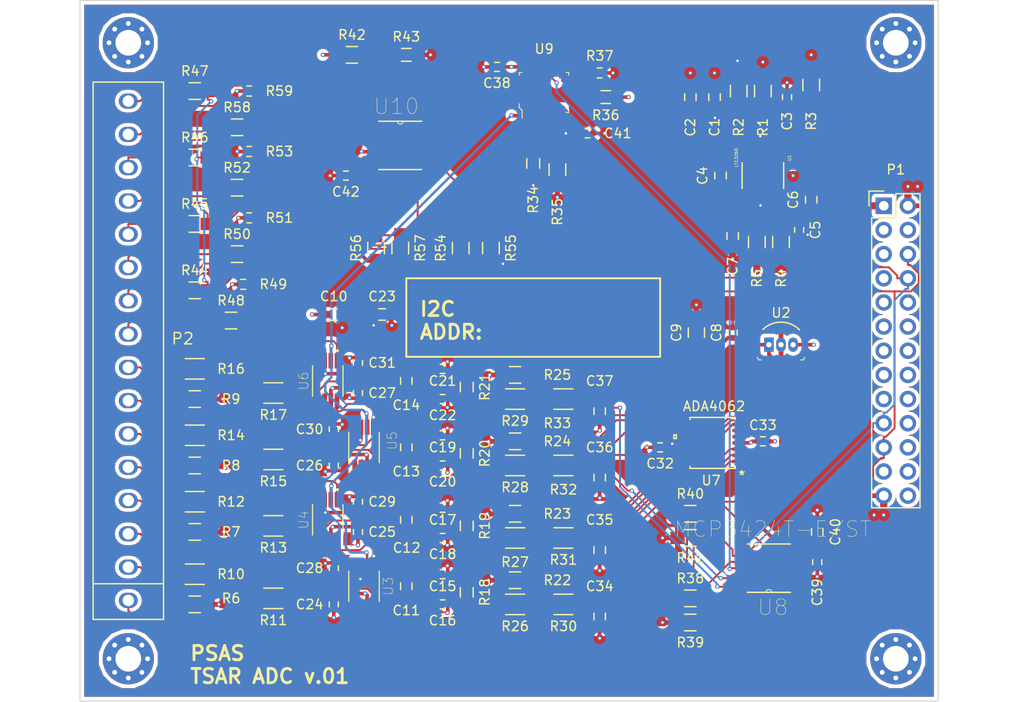
<source format=kicad_pcb>
(kicad_pcb (version 4) (host pcbnew 4.0.5+dfsg1-4~bpo8+1)
  (layers (0 F.Cu signal) (1 In1.Cu signal hide) (2 In2.Cu signal hide) (31 B.Cu signal hide) (35 F.Paste user) (37 F.SilkS user) (38 B.Mask user) (39 F.Mask user) (44 Edge.Cuts user))
  (net 0 "")
  (net 1 /power/-10V)
  (net 2 GND)
  (net 3 "Net-(C2-Pad1)")
  (net 4 "Net-(C3-Pad1)")
  (net 5 "Net-(C4-Pad1)")
  (net 6 "Net-(C4-Pad2)")
  (net 7 "Net-(C5-Pad1)")
  (net 8 /power/+12V)
  (net 9 /power/+10V)
  (net 10 /power/+5V)
  (net 11 "Net-(C11-Pad1)")
  (net 12 "Net-(C11-Pad2)")
  (net 13 "Net-(C12-Pad1)")
  (net 14 "Net-(C12-Pad2)")
  (net 15 "Net-(C13-Pad1)")
  (net 16 "Net-(C13-Pad2)")
  (net 17 "Net-(C14-Pad1)")
  (net 18 "Net-(C14-Pad2)")
  (net 19 "Net-(C34-Pad1)")
  (net 20 "Net-(C35-Pad1)")
  (net 21 "Net-(C36-Pad1)")
  (net 22 /thermocouple_ckt/CH4)
  (net 23 "Net-(P1-Pad3)")
  (net 24 "Net-(P1-Pad4)")
  (net 25 "Net-(P1-Pad5)")
  (net 26 /pressure_ckt/SDA)
  (net 27 "Net-(P1-Pad7)")
  (net 28 /pressure_ckt/SCL)
  (net 29 "Net-(P1-Pad9)")
  (net 30 "Net-(P1-Pad10)")
  (net 31 "Net-(P1-Pad11)")
  (net 32 "Net-(P1-Pad12)")
  (net 33 "Net-(P1-Pad13)")
  (net 34 /thermocouple_ckt/TC_1+)
  (net 35 /thermocouple_ckt/TC_1-)
  (net 36 /thermocouple_ckt/TC_2+)
  (net 37 /thermocouple_ckt/TC_2-)
  (net 38 /thermocouple_ckt/TC_3+)
  (net 39 /thermocouple_ckt/TC_3-)
  (net 40 /thermocouple_ckt/TC_4+)
  (net 41 /thermocouple_ckt/TC_4-)
  (net 42 /pressure_ckt/DiffChan_1+)
  (net 43 /pressure_ckt/DiffChan_1-)
  (net 44 /pressure_ckt/DiffChan_2+)
  (net 45 /pressure_ckt/DiffChan_2-)
  (net 46 /pressure_ckt/DiffChan_3+)
  (net 47 /pressure_ckt/DiffChan_3-)
  (net 48 /pressure_ckt/DiffChan_4+)
  (net 49 /pressure_ckt/DiffChan_4-)
  (net 50 "Net-(R1-Pad2)")
  (net 51 "Net-(R3-Pad1)")
  (net 52 "Net-(R4-Pad2)")
  (net 53 "Net-(R18-Pad1)")
  (net 54 /thermocouple_ckt/TCA_1)
  (net 55 "Net-(R19-Pad1)")
  (net 56 /thermocouple_ckt/TCA_2)
  (net 57 "Net-(R20-Pad1)")
  (net 58 /thermocouple_ckt/TCA_3)
  (net 59 "Net-(R21-Pad1)")
  (net 60 /thermocouple_ckt/TCA_4)
  (net 61 "Net-(R22-Pad1)")
  (net 62 "Net-(R23-Pad1)")
  (net 63 "Net-(R24-Pad1)")
  (net 64 "Net-(R25-Pad1)")
  (net 65 "Net-(R26-Pad1)")
  (net 66 "Net-(R27-Pad1)")
  (net 67 "Net-(R28-Pad1)")
  (net 68 "Net-(R29-Pad1)")
  (net 69 "Net-(R34-Pad2)")
  (net 70 "Net-(R36-Pad2)")
  (net 71 /thermocouple_ckt/ADR1)
  (net 72 /thermocouple_ckt/ADR0)
  (net 73 "Net-(R42-Pad2)")
  (net 74 "Net-(R48-Pad2)")
  (net 75 "Net-(R50-Pad2)")
  (net 76 "Net-(R52-Pad2)")
  (net 77 /pressure_ckt/ADR1)
  (net 78 /pressure_ckt/ADR0)
  (net 79 "Net-(R58-Pad2)")
  (net 80 "Net-(U1-Pad8)")
  (net 81 "Net-(U1-Pad9)")
  (net 82 /thermocouple_ckt/VOff)
  (net 83 "Net-(U3-Pad4)")
  (net 84 "Net-(U4-Pad4)")
  (net 85 "Net-(U5-Pad4)")
  (net 86 "Net-(U6-Pad4)")
  (net 87 /thermocouple_ckt/TC_Ref)
  (net 88 "Net-(P1-Pad14)")
  (net 89 "Net-(P1-Pad15)")
  (net 90 "Net-(P1-Pad16)")
  (net 91 "Net-(P1-Pad17)")
  (net 92 "Net-(P1-Pad18)")
  (net 93 "Net-(P1-Pad20)")
  (net 94 "Net-(P1-Pad22)")
  (net 95 "Net-(P1-Pad23)")
  (net 96 "Net-(P1-Pad24)")
  (module Mounting_Holes:MountingHole_2.7mm_M2.5_Pad_Via (layer F.Cu) (at 162.56 133.985)
    (fp_text reference REF3 hide)
    (fp_text value MountingHole_2.7mm_M2.5_Pad_Via)
    (pad 1 thru_hole circle (at 0 0) (size 5.4 5.4) (drill 2.7) (layers *.Cu *.Mask))
    (pad "" thru_hole circle (at 2.025 0) (size 0.6 0.6) (drill 0.5) (layers *.Cu *.Mask))
    (pad "" thru_hole circle (at 1.431891 1.431891) (size 0.6 0.6) (drill 0.5) (layers *.Cu *.Mask))
    (pad "" thru_hole circle (at 0 2.025) (size 0.6 0.6) (drill 0.5) (layers *.Cu *.Mask))
    (pad "" thru_hole circle (at -1.431891 1.431891) (size 0.6 0.6) (drill 0.5) (layers *.Cu *.Mask))
    (pad "" thru_hole circle (at -2.025 0) (size 0.6 0.6) (drill 0.5) (layers *.Cu *.Mask))
    (pad "" thru_hole circle (at -1.431891 -1.431891) (size 0.6 0.6) (drill 0.5) (layers *.Cu *.Mask))
    (pad "" thru_hole circle (at 0 -2.025) (size 0.6 0.6) (drill 0.5) (layers *.Cu *.Mask))
    (pad "" thru_hole circle (at 1.431891 -1.431891) (size 0.6 0.6) (drill 0.5) (layers *.Cu *.Mask))
  )
  (module Mounting_Holes:MountingHole_2.7mm_M2.5_Pad_Via (layer F.Cu) (at 162.56 69.215)
    (fp_text reference REF2 hide)
    (fp_text value MountingHole_2.7mm_M2.5_Pad_Via)
    (pad 1 thru_hole circle (at 0 0) (size 5.4 5.4) (drill 2.7) (layers *.Cu *.Mask))
    (pad "" thru_hole circle (at 2.025 0) (size 0.6 0.6) (drill 0.5) (layers *.Cu *.Mask))
    (pad "" thru_hole circle (at 1.431891 1.431891) (size 0.6 0.6) (drill 0.5) (layers *.Cu *.Mask))
    (pad "" thru_hole circle (at 0 2.025) (size 0.6 0.6) (drill 0.5) (layers *.Cu *.Mask))
    (pad "" thru_hole circle (at -1.431891 1.431891) (size 0.6 0.6) (drill 0.5) (layers *.Cu *.Mask))
    (pad "" thru_hole circle (at -2.025 0) (size 0.6 0.6) (drill 0.5) (layers *.Cu *.Mask))
    (pad "" thru_hole circle (at -1.431891 -1.431891) (size 0.6 0.6) (drill 0.5) (layers *.Cu *.Mask))
    (pad "" thru_hole circle (at 0 -2.025) (size 0.6 0.6) (drill 0.5) (layers *.Cu *.Mask))
    (pad "" thru_hole circle (at 1.431891 -1.431891) (size 0.6 0.6) (drill 0.5) (layers *.Cu *.Mask))
  )
  (module Mounting_Holes:MountingHole_2.7mm_M2.5_Pad_Via (layer F.Cu) (at 81.915 133.985)
    (fp_text reference REF4 hide)
    (fp_text value MountingHole_2.7mm_M2.5_Pad_Via)
    (pad 1 thru_hole circle (at 0 0) (size 5.4 5.4) (drill 2.7) (layers *.Cu *.Mask))
    (pad "" thru_hole circle (at 2.025 0) (size 0.6 0.6) (drill 0.5) (layers *.Cu *.Mask))
    (pad "" thru_hole circle (at 1.431891 1.431891) (size 0.6 0.6) (drill 0.5) (layers *.Cu *.Mask))
    (pad "" thru_hole circle (at 0 2.025) (size 0.6 0.6) (drill 0.5) (layers *.Cu *.Mask))
    (pad "" thru_hole circle (at -1.431891 1.431891) (size 0.6 0.6) (drill 0.5) (layers *.Cu *.Mask))
    (pad "" thru_hole circle (at -2.025 0) (size 0.6 0.6) (drill 0.5) (layers *.Cu *.Mask))
    (pad "" thru_hole circle (at -1.431891 -1.431891) (size 0.6 0.6) (drill 0.5) (layers *.Cu *.Mask))
    (pad "" thru_hole circle (at 0 -2.025) (size 0.6 0.6) (drill 0.5) (layers *.Cu *.Mask))
    (pad "" thru_hole circle (at 1.431891 -1.431891) (size 0.6 0.6) (drill 0.5) (layers *.Cu *.Mask))
  )
  (module Capacitors_SMD:C_0603_HandSoldering (layer F.Cu) (at 143.51 74.93 90)
    (fp_text reference C1 (at -3.175 0 90) (layer F.SilkS))
    (fp_text value 10uF)
    (pad 1 smd rect (at -0.95 0 90) (size 1.2 0.75) (layers F.Cu F.Paste F.Mask) (net 1 /power/-10V))
    (pad 2 smd rect (at 0.95 0 90) (size 1.2 0.75) (layers F.Cu F.Paste F.Mask) (net 2 GND))
  )
  (module Capacitors_SMD:C_0603_HandSoldering (layer F.Cu) (at 140.97 74.93 90)
    (fp_text reference C2 (at -3.175 0 90) (layer F.SilkS))
    (fp_text value 10uF)
    (pad 1 smd rect (at -0.95 0 90) (size 1.2 0.75) (layers F.Cu F.Paste F.Mask) (net 3 "Net-(C2-Pad1)"))
    (pad 2 smd rect (at 0.95 0 90) (size 1.2 0.75) (layers F.Cu F.Paste F.Mask) (net 2 GND))
  )
  (module Capacitors_SMD:C_0402 (layer F.Cu) (at 151.13 74.93 90)
    (fp_text reference C3 (at -2.54 0 90) (layer F.SilkS))
    (fp_text value .01uF)
    (pad 1 smd rect (at -0.55 0 90) (size 0.6 0.5) (layers F.Cu F.Paste F.Mask) (net 4 "Net-(C3-Pad1)"))
    (pad 2 smd rect (at 0.55 0 90) (size 0.6 0.5) (layers F.Cu F.Paste F.Mask) (net 2 GND))
  )
  (module Capacitors_SMD:C_0603_HandSoldering (layer F.Cu) (at 144.145 83.185 90)
    (fp_text reference C4 (at 0 -1.9 90) (layer F.SilkS))
    (fp_text value 1uF)
    (pad 1 smd rect (at -0.95 0 90) (size 1.2 0.75) (layers F.Cu F.Paste F.Mask) (net 5 "Net-(C4-Pad1)"))
    (pad 2 smd rect (at 0.95 0 90) (size 1.2 0.75) (layers F.Cu F.Paste F.Mask) (net 6 "Net-(C4-Pad2)"))
  )
  (module Capacitors_SMD:C_0402 (layer F.Cu) (at 152.4 88.9 270)
    (fp_text reference C5 (at 0 -1.7 270) (layer F.SilkS))
    (fp_text value .01uF)
    (pad 1 smd rect (at -0.55 0 270) (size 0.6 0.5) (layers F.Cu F.Paste F.Mask) (net 7 "Net-(C5-Pad1)"))
    (pad 2 smd rect (at 0.55 0 270) (size 0.6 0.5) (layers F.Cu F.Paste F.Mask) (net 2 GND))
  )
  (module Capacitors_SMD:C_0603_HandSoldering (layer F.Cu) (at 153.67 85.725 90)
    (fp_text reference C6 (at 0 -1.9 90) (layer F.SilkS))
    (fp_text value 10uF)
    (pad 1 smd rect (at -0.95 0 90) (size 1.2 0.75) (layers F.Cu F.Paste F.Mask) (net 8 /power/+12V))
    (pad 2 smd rect (at 0.95 0 90) (size 1.2 0.75) (layers F.Cu F.Paste F.Mask) (net 2 GND))
  )
  (module Capacitors_SMD:C_0603_HandSoldering (layer F.Cu) (at 145.415 89.535 270)
    (fp_text reference C7 (at 3.175 0 270) (layer F.SilkS))
    (fp_text value 10uF)
    (pad 1 smd rect (at -0.95 0 270) (size 1.2 0.75) (layers F.Cu F.Paste F.Mask) (net 9 /power/+10V))
    (pad 2 smd rect (at 0.95 0 270) (size 1.2 0.75) (layers F.Cu F.Paste F.Mask) (net 2 GND))
  )
  (module Capacitors_SMD:C_0402 (layer F.Cu) (at 145.415 99.695 90)
    (fp_text reference C8 (at 0 -1.7 90) (layer F.SilkS))
    (fp_text value .1uF)
    (pad 1 smd rect (at -0.55 0 90) (size 0.6 0.5) (layers F.Cu F.Paste F.Mask) (net 10 /power/+5V))
    (pad 2 smd rect (at 0.55 0 90) (size 0.6 0.5) (layers F.Cu F.Paste F.Mask) (net 2 GND))
  )
  (module Capacitors_SMD:C_0805_HandSoldering (layer F.Cu) (at 141.605 99.695 90)
    (fp_text reference C9 (at 0 -2.1 90) (layer F.SilkS))
    (fp_text value 2.2uF)
    (pad 1 smd rect (at -1.25 0 90) (size 1.5 1.25) (layers F.Cu F.Paste F.Mask) (net 10 /power/+5V))
    (pad 2 smd rect (at 1.25 0 90) (size 1.5 1.25) (layers F.Cu F.Paste F.Mask) (net 2 GND))
  )
  (module Capacitors_SMD:C_0603_HandSoldering (layer F.Cu) (at 103.505 97.79)
    (fp_text reference C10 (at 0 -1.905 180) (layer F.SilkS))
    (fp_text value 10uF)
    (pad 1 smd rect (at -0.95 0) (size 1.2 0.75) (layers F.Cu F.Paste F.Mask) (net 9 /power/+10V))
    (pad 2 smd rect (at 0.95 0) (size 1.2 0.75) (layers F.Cu F.Paste F.Mask) (net 2 GND))
  )
  (module Capacitors_SMD:C_0603_HandSoldering (layer F.Cu) (at 111.125 126.365 270)
    (fp_text reference C11 (at 2.54 0 360) (layer F.SilkS))
    (fp_text value 1uF)
    (pad 1 smd rect (at -0.95 0 270) (size 1.2 0.75) (layers F.Cu F.Paste F.Mask) (net 11 "Net-(C11-Pad1)"))
    (pad 2 smd rect (at 0.95 0 270) (size 1.2 0.75) (layers F.Cu F.Paste F.Mask) (net 12 "Net-(C11-Pad2)"))
  )
  (module Capacitors_SMD:C_0603_HandSoldering (layer F.Cu) (at 111.125 119.38 270)
    (fp_text reference C12 (at 2.9464 -0.0381 360) (layer F.SilkS))
    (fp_text value 1uF)
    (pad 1 smd rect (at -0.95 0 270) (size 1.2 0.75) (layers F.Cu F.Paste F.Mask) (net 13 "Net-(C12-Pad1)"))
    (pad 2 smd rect (at 0.95 0 270) (size 1.2 0.75) (layers F.Cu F.Paste F.Mask) (net 14 "Net-(C12-Pad2)"))
  )
  (module Capacitors_SMD:C_0603_HandSoldering (layer F.Cu) (at 111.125 111.76 270)
    (fp_text reference C13 (at 2.54 0 360) (layer F.SilkS))
    (fp_text value 1uF)
    (pad 1 smd rect (at -0.95 0 270) (size 1.2 0.75) (layers F.Cu F.Paste F.Mask) (net 15 "Net-(C13-Pad1)"))
    (pad 2 smd rect (at 0.95 0 270) (size 1.2 0.75) (layers F.Cu F.Paste F.Mask) (net 16 "Net-(C13-Pad2)"))
  )
  (module Capacitors_SMD:C_0603_HandSoldering (layer F.Cu) (at 111.125 104.775 270)
    (fp_text reference C14 (at 2.54 0 360) (layer F.SilkS))
    (fp_text value 1uF)
    (pad 1 smd rect (at -0.95 0 270) (size 1.2 0.75) (layers F.Cu F.Paste F.Mask) (net 17 "Net-(C14-Pad1)"))
    (pad 2 smd rect (at 0.95 0 270) (size 1.2 0.75) (layers F.Cu F.Paste F.Mask) (net 18 "Net-(C14-Pad2)"))
  )
  (module Capacitors_SMD:C_0402 (layer F.Cu) (at 114.935 125.095 180)
    (fp_text reference C15 (at 0 -1.27 180) (layer F.SilkS))
    (fp_text value .01uF)
    (pad 1 smd rect (at -0.55 0 180) (size 0.6 0.5) (layers F.Cu F.Paste F.Mask) (net 2 GND))
    (pad 2 smd rect (at 0.55 0 180) (size 0.6 0.5) (layers F.Cu F.Paste F.Mask) (net 11 "Net-(C11-Pad1)"))
  )
  (module Capacitors_SMD:C_0402 (layer F.Cu) (at 114.935 128.27 180)
    (fp_text reference C16 (at 0 -1.7 180) (layer F.SilkS))
    (fp_text value .01uF)
    (pad 1 smd rect (at -0.55 0 180) (size 0.6 0.5) (layers F.Cu F.Paste F.Mask) (net 2 GND))
    (pad 2 smd rect (at 0.55 0 180) (size 0.6 0.5) (layers F.Cu F.Paste F.Mask) (net 12 "Net-(C11-Pad2)"))
  )
  (module Capacitors_SMD:C_0402 (layer F.Cu) (at 114.935 118.11 180)
    (fp_text reference C17 (at 0 -1.27 180) (layer F.SilkS))
    (fp_text value .01uF)
    (pad 1 smd rect (at -0.55 0 180) (size 0.6 0.5) (layers F.Cu F.Paste F.Mask) (net 2 GND))
    (pad 2 smd rect (at 0.55 0 180) (size 0.6 0.5) (layers F.Cu F.Paste F.Mask) (net 13 "Net-(C12-Pad1)"))
  )
  (module Capacitors_SMD:C_0402 (layer F.Cu) (at 114.935 121.285 180)
    (fp_text reference C18 (at 0 -1.7 180) (layer F.SilkS))
    (fp_text value .01uF)
    (pad 1 smd rect (at -0.55 0 180) (size 0.6 0.5) (layers F.Cu F.Paste F.Mask) (net 2 GND))
    (pad 2 smd rect (at 0.55 0 180) (size 0.6 0.5) (layers F.Cu F.Paste F.Mask) (net 14 "Net-(C12-Pad2)"))
  )
  (module Capacitors_SMD:C_0402 (layer F.Cu) (at 114.935 110.49 180)
    (fp_text reference C19 (at 0 -1.27 180) (layer F.SilkS))
    (fp_text value .01uF)
    (pad 1 smd rect (at -0.55 0 180) (size 0.6 0.5) (layers F.Cu F.Paste F.Mask) (net 2 GND))
    (pad 2 smd rect (at 0.55 0 180) (size 0.6 0.5) (layers F.Cu F.Paste F.Mask) (net 15 "Net-(C13-Pad1)"))
  )
  (module Capacitors_SMD:C_0402 (layer F.Cu) (at 114.935 113.665 180)
    (fp_text reference C20 (at 0 -1.7 180) (layer F.SilkS))
    (fp_text value .01uF)
    (pad 1 smd rect (at -0.55 0 180) (size 0.6 0.5) (layers F.Cu F.Paste F.Mask) (net 2 GND))
    (pad 2 smd rect (at 0.55 0 180) (size 0.6 0.5) (layers F.Cu F.Paste F.Mask) (net 16 "Net-(C13-Pad2)"))
  )
  (module Capacitors_SMD:C_0402 (layer F.Cu) (at 114.935 103.505 180)
    (fp_text reference C21 (at 0 -1.27 180) (layer F.SilkS))
    (fp_text value .01uF)
    (pad 1 smd rect (at -0.55 0 180) (size 0.6 0.5) (layers F.Cu F.Paste F.Mask) (net 2 GND))
    (pad 2 smd rect (at 0.55 0 180) (size 0.6 0.5) (layers F.Cu F.Paste F.Mask) (net 17 "Net-(C14-Pad1)"))
  )
  (module Capacitors_SMD:C_0402 (layer F.Cu) (at 114.935 106.68 180)
    (fp_text reference C22 (at 0 -1.7 180) (layer F.SilkS))
    (fp_text value .01uF)
    (pad 1 smd rect (at -0.55 0 180) (size 0.6 0.5) (layers F.Cu F.Paste F.Mask) (net 2 GND))
    (pad 2 smd rect (at 0.55 0 180) (size 0.6 0.5) (layers F.Cu F.Paste F.Mask) (net 18 "Net-(C14-Pad2)"))
  )
  (module Capacitors_SMD:C_0603_HandSoldering (layer F.Cu) (at 108.585 97.79)
    (fp_text reference C23 (at 0 -1.9) (layer F.SilkS))
    (fp_text value 10uF)
    (pad 1 smd rect (at -0.95 0) (size 1.2 0.75) (layers F.Cu F.Paste F.Mask) (net 1 /power/-10V))
    (pad 2 smd rect (at 0.95 0) (size 1.2 0.75) (layers F.Cu F.Paste F.Mask) (net 2 GND))
  )
  (module Capacitors_SMD:C_0402 (layer F.Cu) (at 103.505 128.27 270)
    (fp_text reference C24 (at 0 2.54 360) (layer F.SilkS))
    (fp_text value .1uF)
    (pad 1 smd rect (at -0.55 0 270) (size 0.6 0.5) (layers F.Cu F.Paste F.Mask) (net 9 /power/+10V))
    (pad 2 smd rect (at 0.55 0 270) (size 0.6 0.5) (layers F.Cu F.Paste F.Mask) (net 2 GND))
  )
  (module Capacitors_SMD:C_0402 (layer F.Cu) (at 106.045 120.65 270)
    (fp_text reference C25 (at 0 -2.54 360) (layer F.SilkS))
    (fp_text value .1uF)
    (pad 1 smd rect (at -0.55 0 270) (size 0.6 0.5) (layers F.Cu F.Paste F.Mask) (net 9 /power/+10V))
    (pad 2 smd rect (at 0.55 0 270) (size 0.6 0.5) (layers F.Cu F.Paste F.Mask) (net 2 GND))
  )
  (module Capacitors_SMD:C_0402 (layer F.Cu) (at 103.505 113.665 270)
    (fp_text reference C26 (at 0 2.54 360) (layer F.SilkS))
    (fp_text value .1uF)
    (pad 1 smd rect (at -0.55 0 270) (size 0.6 0.5) (layers F.Cu F.Paste F.Mask) (net 9 /power/+10V))
    (pad 2 smd rect (at 0.55 0 270) (size 0.6 0.5) (layers F.Cu F.Paste F.Mask) (net 2 GND))
  )
  (module Capacitors_SMD:C_0402 (layer F.Cu) (at 106.045 106.045 270)
    (fp_text reference C27 (at 0 -2.54 360) (layer F.SilkS))
    (fp_text value .1uF)
    (pad 1 smd rect (at -0.55 0 270) (size 0.6 0.5) (layers F.Cu F.Paste F.Mask) (net 9 /power/+10V))
    (pad 2 smd rect (at 0.55 0 270) (size 0.6 0.5) (layers F.Cu F.Paste F.Mask) (net 2 GND))
  )
  (module Capacitors_SMD:C_0402 (layer F.Cu) (at 103.505 124.46 90)
    (fp_text reference C28 (at 0 -2.54 180) (layer F.SilkS))
    (fp_text value .1uF)
    (pad 1 smd rect (at -0.55 0 90) (size 0.6 0.5) (layers F.Cu F.Paste F.Mask) (net 1 /power/-10V))
    (pad 2 smd rect (at 0.55 0 90) (size 0.6 0.5) (layers F.Cu F.Paste F.Mask) (net 2 GND))
  )
  (module Capacitors_SMD:C_0402 (layer F.Cu) (at 106.045 117.475 90)
    (fp_text reference C29 (at 0 2.54 180) (layer F.SilkS))
    (fp_text value .1uF)
    (pad 1 smd rect (at -0.55 0 90) (size 0.6 0.5) (layers F.Cu F.Paste F.Mask) (net 1 /power/-10V))
    (pad 2 smd rect (at 0.55 0 90) (size 0.6 0.5) (layers F.Cu F.Paste F.Mask) (net 2 GND))
  )
  (module Capacitors_SMD:C_0402 (layer F.Cu) (at 103.505 109.855 90)
    (fp_text reference C30 (at 0 -2.54 180) (layer F.SilkS))
    (fp_text value .1uF)
    (pad 1 smd rect (at -0.55 0 90) (size 0.6 0.5) (layers F.Cu F.Paste F.Mask) (net 1 /power/-10V))
    (pad 2 smd rect (at 0.55 0 90) (size 0.6 0.5) (layers F.Cu F.Paste F.Mask) (net 2 GND))
  )
  (module Capacitors_SMD:C_0402 (layer F.Cu) (at 106.045 102.87 90)
    (fp_text reference C31 (at 0 2.54 180) (layer F.SilkS))
    (fp_text value .1uF)
    (pad 1 smd rect (at -0.55 0 90) (size 0.6 0.5) (layers F.Cu F.Paste F.Mask) (net 1 /power/-10V))
    (pad 2 smd rect (at 0.55 0 90) (size 0.6 0.5) (layers F.Cu F.Paste F.Mask) (net 2 GND))
  )
  (module Capacitors_SMD:C_0402 (layer F.Cu) (at 137.795 111.76 180)
    (fp_text reference C32 (at 0 -1.7 180) (layer F.SilkS))
    (fp_text value .1uF)
    (pad 1 smd rect (at -0.55 0 180) (size 0.6 0.5) (layers F.Cu F.Paste F.Mask) (net 1 /power/-10V))
    (pad 2 smd rect (at 0.55 0 180) (size 0.6 0.5) (layers F.Cu F.Paste F.Mask) (net 2 GND))
  )
  (module Capacitors_SMD:C_0402 (layer F.Cu) (at 148.59 111.125)
    (fp_text reference C33 (at 0 -1.7) (layer F.SilkS))
    (fp_text value .1uF)
    (pad 1 smd rect (at -0.55 0) (size 0.6 0.5) (layers F.Cu F.Paste F.Mask) (net 9 /power/+10V))
    (pad 2 smd rect (at 0.55 0) (size 0.6 0.5) (layers F.Cu F.Paste F.Mask) (net 2 GND))
  )
  (module Capacitors_SMD:C_0603_HandSoldering (layer F.Cu) (at 131.445 129.54 270)
    (fp_text reference C34 (at -3.175 0 360) (layer F.SilkS))
    (fp_text value 1uF)
    (pad 1 smd rect (at -0.95 0 270) (size 1.2 0.75) (layers F.Cu F.Paste F.Mask) (net 19 "Net-(C34-Pad1)"))
    (pad 2 smd rect (at 0.95 0 270) (size 1.2 0.75) (layers F.Cu F.Paste F.Mask) (net 2 GND))
  )
  (module Capacitors_SMD:C_0603_HandSoldering (layer F.Cu) (at 131.445 122.555 270)
    (fp_text reference C35 (at -3.175 0 360) (layer F.SilkS))
    (fp_text value 1uF)
    (pad 1 smd rect (at -0.95 0 270) (size 1.2 0.75) (layers F.Cu F.Paste F.Mask) (net 20 "Net-(C35-Pad1)"))
    (pad 2 smd rect (at 0.95 0 270) (size 1.2 0.75) (layers F.Cu F.Paste F.Mask) (net 2 GND))
  )
  (module Capacitors_SMD:C_0603_HandSoldering (layer F.Cu) (at 131.445 114.935 270)
    (fp_text reference C36 (at -3.175 0 360) (layer F.SilkS))
    (fp_text value 1uF)
    (pad 1 smd rect (at -0.95 0 270) (size 1.2 0.75) (layers F.Cu F.Paste F.Mask) (net 21 "Net-(C36-Pad1)"))
    (pad 2 smd rect (at 0.95 0 270) (size 1.2 0.75) (layers F.Cu F.Paste F.Mask) (net 2 GND))
  )
  (module Capacitors_SMD:C_0603_HandSoldering (layer F.Cu) (at 131.445 107.95 270)
    (fp_text reference C37 (at -3.175 0 360) (layer F.SilkS))
    (fp_text value 1uF)
    (pad 1 smd rect (at -0.95 0 270) (size 1.2 0.75) (layers F.Cu F.Paste F.Mask) (net 22 /thermocouple_ckt/CH4))
    (pad 2 smd rect (at 0.95 0 270) (size 1.2 0.75) (layers F.Cu F.Paste F.Mask) (net 2 GND))
  )
  (module Capacitors_SMD:C_0402 (layer F.Cu) (at 120.65 71.755 180)
    (fp_text reference C38 (at 0 -1.7 180) (layer F.SilkS))
    (fp_text value .1uF)
    (pad 1 smd rect (at -0.55 0 180) (size 0.6 0.5) (layers F.Cu F.Paste F.Mask) (net 9 /power/+10V))
    (pad 2 smd rect (at 0.55 0 180) (size 0.6 0.5) (layers F.Cu F.Paste F.Mask) (net 2 GND))
  )
  (module Capacitors_SMD:C_0402 (layer F.Cu) (at 154.305 123.825 270)
    (fp_text reference C39 (at 3.175 0 270) (layer F.SilkS))
    (fp_text value .1uF)
    (pad 1 smd rect (at -0.55 0 270) (size 0.6 0.5) (layers F.Cu F.Paste F.Mask) (net 10 /power/+5V))
    (pad 2 smd rect (at 0.55 0 270) (size 0.6 0.5) (layers F.Cu F.Paste F.Mask) (net 2 GND))
  )
  (module Capacitors_SMD:C_0603_HandSoldering (layer F.Cu) (at 154.305 120.65 90)
    (fp_text reference C40 (at 0 1.905 90) (layer F.SilkS))
    (fp_text value 10uF)
    (pad 1 smd rect (at -0.95 0 90) (size 1.2 0.75) (layers F.Cu F.Paste F.Mask) (net 10 /power/+5V))
    (pad 2 smd rect (at 0.95 0 90) (size 1.2 0.75) (layers F.Cu F.Paste F.Mask) (net 2 GND))
  )
  (module Capacitors_SMD:C_0402 (layer F.Cu) (at 130.175 78.74)
    (fp_text reference C41 (at 3.175 0) (layer F.SilkS))
    (fp_text value .1uF)
    (pad 1 smd rect (at -0.55 0) (size 0.6 0.5) (layers F.Cu F.Paste F.Mask) (net 1 /power/-10V))
    (pad 2 smd rect (at 0.55 0) (size 0.6 0.5) (layers F.Cu F.Paste F.Mask) (net 2 GND))
  )
  (module Capacitors_SMD:C_0402 (layer F.Cu) (at 104.775 83.185 180)
    (fp_text reference C42 (at 0 -1.7 180) (layer F.SilkS))
    (fp_text value .1uF)
    (pad 1 smd rect (at -0.55 0 180) (size 0.6 0.5) (layers F.Cu F.Paste F.Mask) (net 10 /power/+5V))
    (pad 2 smd rect (at 0.55 0 180) (size 0.6 0.5) (layers F.Cu F.Paste F.Mask) (net 2 GND))
  )
  (module snapEda:1984756_phoenix_16_pos_terminal_block (layer F.Cu) (at 81.915 101.6 90)
    (fp_text reference P2 (at 1.27 5.715 180) (layer F.SilkS) (effects (font (size 1.2 1.2))))
    (fp_text value "Phoenix 1984756 Terminal Block")
    (pad 1 thru_hole oval (at -26.25 0 90) (size 1.6 2) (drill 1.2) (layers *.Cu *.Mask) (net 34 /thermocouple_ckt/TC_1+))
    (pad 2 thru_hole oval (at -22.75 0 90) (size 1.6 2) (drill 1.2) (layers *.Cu *.Mask) (net 35 /thermocouple_ckt/TC_1-))
    (pad 3 thru_hole oval (at -19.25 0 90) (size 1.6 2) (drill 1.2) (layers *.Cu *.Mask) (net 36 /thermocouple_ckt/TC_2+))
    (pad 4 thru_hole oval (at -15.75 0 90) (size 1.6 2) (drill 1.2) (layers *.Cu *.Mask) (net 37 /thermocouple_ckt/TC_2-))
    (pad 5 thru_hole oval (at -12.25 0 90) (size 1.6 2) (drill 1.2) (layers *.Cu *.Mask) (net 38 /thermocouple_ckt/TC_3+))
    (pad 6 thru_hole oval (at -8.75 0 90) (size 1.6 2) (drill 1.2) (layers *.Cu *.Mask) (net 39 /thermocouple_ckt/TC_3-))
    (pad 7 thru_hole oval (at -5.25 0 90) (size 1.6 2) (drill 1.2) (layers *.Cu *.Mask) (net 40 /thermocouple_ckt/TC_4+))
    (pad 8 thru_hole oval (at -1.75 0 90) (size 1.6 2) (drill 1.2) (layers *.Cu *.Mask) (net 41 /thermocouple_ckt/TC_4-))
    (pad 9 thru_hole oval (at 1.75 0 90) (size 1.6 2) (drill 1.2) (layers *.Cu *.Mask) (net 42 /pressure_ckt/DiffChan_1+))
    (pad 10 thru_hole oval (at 5.25 0 90) (size 1.6 2) (drill 1.2) (layers *.Cu *.Mask) (net 43 /pressure_ckt/DiffChan_1-))
    (pad 11 thru_hole oval (at 8.75 0 90) (size 1.6 2) (drill 1.2) (layers *.Cu *.Mask) (net 44 /pressure_ckt/DiffChan_2+))
    (pad 12 thru_hole oval (at 12.25 0 90) (size 1.6 2) (drill 1.2) (layers *.Cu *.Mask) (net 45 /pressure_ckt/DiffChan_2-))
    (pad 13 thru_hole oval (at 15.75 0 90) (size 1.6 2) (drill 1.2) (layers *.Cu *.Mask) (net 46 /pressure_ckt/DiffChan_3+))
    (pad 14 thru_hole oval (at 19.25 0 90) (size 1.6 2) (drill 1.2) (layers *.Cu *.Mask) (net 47 /pressure_ckt/DiffChan_3-))
    (pad 15 thru_hole oval (at 22.75 0 90) (size 1.6 2) (drill 1.2) (layers *.Cu *.Mask) (net 48 /pressure_ckt/DiffChan_4+))
    (pad 16 thru_hole oval (at 26.25 0 90) (size 1.6 2) (drill 1.2) (layers *.Cu *.Mask) (net 49 /pressure_ckt/DiffChan_4-))
  )
  (module Resistors_SMD:R_0805_HandSoldering (layer F.Cu) (at 148.59 74.295 270)
    (fp_text reference R1 (at 3.81 0 270) (layer F.SilkS))
    (fp_text value 30.1K)
    (pad 1 smd rect (at -1.35 0 270) (size 1.5 1.3) (layers F.Cu F.Paste F.Mask) (net 2 GND))
    (pad 2 smd rect (at 1.35 0 270) (size 1.5 1.3) (layers F.Cu F.Paste F.Mask) (net 50 "Net-(R1-Pad2)"))
  )
  (module Resistors_SMD:R_0805_HandSoldering (layer F.Cu) (at 146.05 74.295 90)
    (fp_text reference R2 (at -3.81 0 90) (layer F.SilkS))
    (fp_text value 221K)
    (pad 1 smd rect (at -1.35 0 90) (size 1.5 1.3) (layers F.Cu F.Paste F.Mask) (net 50 "Net-(R1-Pad2)"))
    (pad 2 smd rect (at 1.35 0 90) (size 1.5 1.3) (layers F.Cu F.Paste F.Mask) (net 1 /power/-10V))
  )
  (module Resistors_SMD:R_0805_HandSoldering (layer F.Cu) (at 153.67 73.66 90)
    (fp_text reference R3 (at -3.81 0 90) (layer F.SilkS))
    (fp_text value 200K)
    (pad 1 smd rect (at -1.35 0 90) (size 1.5 1.3) (layers F.Cu F.Paste F.Mask) (net 51 "Net-(R3-Pad1)"))
    (pad 2 smd rect (at 1.35 0 90) (size 1.5 1.3) (layers F.Cu F.Paste F.Mask) (net 2 GND))
  )
  (module Resistors_SMD:R_0805_HandSoldering (layer F.Cu) (at 150.495 90.17 90)
    (fp_text reference R4 (at -3.81 0 90) (layer F.SilkS))
    (fp_text value 30.1K)
    (pad 1 smd rect (at -1.35 0 90) (size 1.5 1.3) (layers F.Cu F.Paste F.Mask) (net 2 GND))
    (pad 2 smd rect (at 1.35 0 90) (size 1.5 1.3) (layers F.Cu F.Paste F.Mask) (net 52 "Net-(R4-Pad2)"))
  )
  (module Resistors_SMD:R_0805_HandSoldering (layer F.Cu) (at 147.955 90.17 270)
    (fp_text reference R5 (at 3.81 0 270) (layer F.SilkS))
    (fp_text value 221K)
    (pad 1 smd rect (at -1.35 0 270) (size 1.5 1.3) (layers F.Cu F.Paste F.Mask) (net 52 "Net-(R4-Pad2)"))
    (pad 2 smd rect (at 1.35 0 270) (size 1.5 1.3) (layers F.Cu F.Paste F.Mask) (net 9 /power/+10V))
  )
  (module Resistors_SMD:R_0805_HandSoldering (layer F.Cu) (at 88.9 128.27)
    (fp_text reference R6 (at 3.81 -0.635 180) (layer F.SilkS))
    (fp_text value 1M)
    (pad 1 smd rect (at -1.35 0) (size 1.5 1.3) (layers F.Cu F.Paste F.Mask) (net 35 /thermocouple_ckt/TC_1-))
    (pad 2 smd rect (at 1.35 0) (size 1.5 1.3) (layers F.Cu F.Paste F.Mask) (net 2 GND))
  )
  (module Resistors_SMD:R_0805_HandSoldering (layer F.Cu) (at 88.9 120.65)
    (fp_text reference R7 (at 3.81 0 180) (layer F.SilkS))
    (fp_text value 1M)
    (pad 1 smd rect (at -1.35 0) (size 1.5 1.3) (layers F.Cu F.Paste F.Mask) (net 37 /thermocouple_ckt/TC_2-))
    (pad 2 smd rect (at 1.35 0) (size 1.5 1.3) (layers F.Cu F.Paste F.Mask) (net 2 GND))
  )
  (module Resistors_SMD:R_0805_HandSoldering (layer F.Cu) (at 88.9 113.665)
    (fp_text reference R8 (at 3.81 0 180) (layer F.SilkS))
    (fp_text value 1M)
    (pad 1 smd rect (at -1.35 0) (size 1.5 1.3) (layers F.Cu F.Paste F.Mask) (net 39 /thermocouple_ckt/TC_3-))
    (pad 2 smd rect (at 1.35 0) (size 1.5 1.3) (layers F.Cu F.Paste F.Mask) (net 2 GND))
  )
  (module Resistors_SMD:R_0805_HandSoldering (layer F.Cu) (at 88.9 106.68)
    (fp_text reference R9 (at 3.81 0 180) (layer F.SilkS))
    (fp_text value 1M)
    (pad 1 smd rect (at -1.35 0) (size 1.5 1.3) (layers F.Cu F.Paste F.Mask) (net 41 /thermocouple_ckt/TC_4-))
    (pad 2 smd rect (at 1.35 0) (size 1.5 1.3) (layers F.Cu F.Paste F.Mask) (net 2 GND))
  )
  (module Resistors_SMD:R_1206 (layer F.Cu) (at 88.9 125.095 180)
    (fp_text reference R10 (at -3.81 0 180) (layer F.SilkS))
    (fp_text value 100)
    (pad 1 smd rect (at -1.45 0 180) (size 0.9 1.7) (layers F.Cu F.Paste F.Mask) (net 11 "Net-(C11-Pad1)"))
    (pad 2 smd rect (at 1.45 0 180) (size 0.9 1.7) (layers F.Cu F.Paste F.Mask) (net 35 /thermocouple_ckt/TC_1-))
  )
  (module Resistors_SMD:R_1206 (layer F.Cu) (at 97.155 127.635 180)
    (fp_text reference R11 (at 0 -2.3 180) (layer F.SilkS))
    (fp_text value 100)
    (pad 1 smd rect (at -1.45 0 180) (size 0.9 1.7) (layers F.Cu F.Paste F.Mask) (net 12 "Net-(C11-Pad2)"))
    (pad 2 smd rect (at 1.45 0 180) (size 0.9 1.7) (layers F.Cu F.Paste F.Mask) (net 34 /thermocouple_ckt/TC_1+))
  )
  (module Resistors_SMD:R_1206 (layer F.Cu) (at 88.9 117.475 180)
    (fp_text reference R12 (at -3.81 0 180) (layer F.SilkS))
    (fp_text value 100)
    (pad 1 smd rect (at -1.45 0 180) (size 0.9 1.7) (layers F.Cu F.Paste F.Mask) (net 13 "Net-(C12-Pad1)"))
    (pad 2 smd rect (at 1.45 0 180) (size 0.9 1.7) (layers F.Cu F.Paste F.Mask) (net 37 /thermocouple_ckt/TC_2-))
  )
  (module Resistors_SMD:R_1206 (layer F.Cu) (at 97.155 120.015 180)
    (fp_text reference R13 (at 0 -2.3 180) (layer F.SilkS))
    (fp_text value 100)
    (pad 1 smd rect (at -1.45 0 180) (size 0.9 1.7) (layers F.Cu F.Paste F.Mask) (net 14 "Net-(C12-Pad2)"))
    (pad 2 smd rect (at 1.45 0 180) (size 0.9 1.7) (layers F.Cu F.Paste F.Mask) (net 36 /thermocouple_ckt/TC_2+))
  )
  (module Resistors_SMD:R_1206 (layer F.Cu) (at 88.9 110.49 180)
    (fp_text reference R14 (at -3.81 0 180) (layer F.SilkS))
    (fp_text value 100)
    (pad 1 smd rect (at -1.45 0 180) (size 0.9 1.7) (layers F.Cu F.Paste F.Mask) (net 15 "Net-(C13-Pad1)"))
    (pad 2 smd rect (at 1.45 0 180) (size 0.9 1.7) (layers F.Cu F.Paste F.Mask) (net 39 /thermocouple_ckt/TC_3-))
  )
  (module Resistors_SMD:R_1206 (layer F.Cu) (at 97.155 113.03 180)
    (fp_text reference R15 (at 0 -2.3 180) (layer F.SilkS))
    (fp_text value 100)
    (pad 1 smd rect (at -1.45 0 180) (size 0.9 1.7) (layers F.Cu F.Paste F.Mask) (net 16 "Net-(C13-Pad2)"))
    (pad 2 smd rect (at 1.45 0 180) (size 0.9 1.7) (layers F.Cu F.Paste F.Mask) (net 38 /thermocouple_ckt/TC_3+))
  )
  (module Resistors_SMD:R_1206 (layer F.Cu) (at 88.9 103.505 180)
    (fp_text reference R16 (at -3.81 0 180) (layer F.SilkS))
    (fp_text value 100)
    (pad 1 smd rect (at -1.45 0 180) (size 0.9 1.7) (layers F.Cu F.Paste F.Mask) (net 17 "Net-(C14-Pad1)"))
    (pad 2 smd rect (at 1.45 0 180) (size 0.9 1.7) (layers F.Cu F.Paste F.Mask) (net 41 /thermocouple_ckt/TC_4-))
  )
  (module Resistors_SMD:R_1206 (layer F.Cu) (at 97.155 106.045 180)
    (fp_text reference R17 (at 0 -2.3 180) (layer F.SilkS))
    (fp_text value 100)
    (pad 1 smd rect (at -1.45 0 180) (size 0.9 1.7) (layers F.Cu F.Paste F.Mask) (net 18 "Net-(C14-Pad2)"))
    (pad 2 smd rect (at 1.45 0 180) (size 0.9 1.7) (layers F.Cu F.Paste F.Mask) (net 40 /thermocouple_ckt/TC_4+))
  )
  (module Resistors_SMD:R_0603_HandSoldering (layer F.Cu) (at 117.475 127 270)
    (fp_text reference R18 (at 0 -1.9 270) (layer F.SilkS))
    (fp_text value 10K)
    (pad 1 smd rect (at -1.1 0 270) (size 1.2 0.9) (layers F.Cu F.Paste F.Mask) (net 53 "Net-(R18-Pad1)"))
    (pad 2 smd rect (at 1.1 0 270) (size 1.2 0.9) (layers F.Cu F.Paste F.Mask) (net 54 /thermocouple_ckt/TCA_1))
  )
  (module Resistors_SMD:R_0603_HandSoldering (layer F.Cu) (at 117.475 120.015 270)
    (fp_text reference R19 (at 0 -1.9 270) (layer F.SilkS))
    (fp_text value 10K)
    (pad 1 smd rect (at -1.1 0 270) (size 1.2 0.9) (layers F.Cu F.Paste F.Mask) (net 55 "Net-(R19-Pad1)"))
    (pad 2 smd rect (at 1.1 0 270) (size 1.2 0.9) (layers F.Cu F.Paste F.Mask) (net 56 /thermocouple_ckt/TCA_2))
  )
  (module Resistors_SMD:R_0603_HandSoldering (layer F.Cu) (at 117.475 112.395 270)
    (fp_text reference R20 (at 0 -1.9 270) (layer F.SilkS))
    (fp_text value 10K)
    (pad 1 smd rect (at -1.1 0 270) (size 1.2 0.9) (layers F.Cu F.Paste F.Mask) (net 57 "Net-(R20-Pad1)"))
    (pad 2 smd rect (at 1.1 0 270) (size 1.2 0.9) (layers F.Cu F.Paste F.Mask) (net 58 /thermocouple_ckt/TCA_3))
  )
  (module Resistors_SMD:R_0603_HandSoldering (layer F.Cu) (at 117.475 105.41 270)
    (fp_text reference R21 (at 0 -1.9 270) (layer F.SilkS))
    (fp_text value 10K)
    (pad 1 smd rect (at -1.1 0 270) (size 1.2 0.9) (layers F.Cu F.Paste F.Mask) (net 59 "Net-(R21-Pad1)"))
    (pad 2 smd rect (at 1.1 0 270) (size 1.2 0.9) (layers F.Cu F.Paste F.Mask) (net 60 /thermocouple_ckt/TCA_4))
  )
  (module Resistors_SMD:R_0805_HandSoldering (layer F.Cu) (at 122.555 125.73 180)
    (fp_text reference R22 (at -4.445 0 180) (layer F.SilkS))
    (fp_text value 3.32K)
    (pad 1 smd rect (at -1.35 0 180) (size 1.5 1.3) (layers F.Cu F.Paste F.Mask) (net 61 "Net-(R22-Pad1)"))
    (pad 2 smd rect (at 1.35 0 180) (size 1.5 1.3) (layers F.Cu F.Paste F.Mask) (net 2 GND))
  )
  (module Resistors_SMD:R_0805_HandSoldering (layer F.Cu) (at 122.555 118.745 180)
    (fp_text reference R23 (at -4.445 0 180) (layer F.SilkS))
    (fp_text value 3.32K)
    (pad 1 smd rect (at -1.35 0 180) (size 1.5 1.3) (layers F.Cu F.Paste F.Mask) (net 62 "Net-(R23-Pad1)"))
    (pad 2 smd rect (at 1.35 0 180) (size 1.5 1.3) (layers F.Cu F.Paste F.Mask) (net 2 GND))
  )
  (module Resistors_SMD:R_0805_HandSoldering (layer F.Cu) (at 122.555 111.125 180)
    (fp_text reference R24 (at -4.445 0 180) (layer F.SilkS))
    (fp_text value 3.32K)
    (pad 1 smd rect (at -1.35 0 180) (size 1.5 1.3) (layers F.Cu F.Paste F.Mask) (net 63 "Net-(R24-Pad1)"))
    (pad 2 smd rect (at 1.35 0 180) (size 1.5 1.3) (layers F.Cu F.Paste F.Mask) (net 2 GND))
  )
  (module Resistors_SMD:R_0805_HandSoldering (layer F.Cu) (at 122.555 104.14 180)
    (fp_text reference R25 (at -4.445 0 180) (layer F.SilkS))
    (fp_text value 3.32K)
    (pad 1 smd rect (at -1.35 0 180) (size 1.5 1.3) (layers F.Cu F.Paste F.Mask) (net 64 "Net-(R25-Pad1)"))
    (pad 2 smd rect (at 1.35 0 180) (size 1.5 1.3) (layers F.Cu F.Paste F.Mask) (net 2 GND))
  )
  (module Resistors_SMD:R_1206 (layer F.Cu) (at 122.555 128.27 180)
    (fp_text reference R26 (at 0 -2.3 180) (layer F.SilkS))
    (fp_text value 5K)
    (pad 1 smd rect (at -1.45 0 180) (size 0.9 1.7) (layers F.Cu F.Paste F.Mask) (net 65 "Net-(R26-Pad1)"))
    (pad 2 smd rect (at 1.45 0 180) (size 0.9 1.7) (layers F.Cu F.Paste F.Mask) (net 53 "Net-(R18-Pad1)"))
  )
  (module Resistors_SMD:R_1206 (layer F.Cu) (at 122.555 121.285)
    (fp_text reference R27 (at 0 2.54) (layer F.SilkS))
    (fp_text value 5K)
    (pad 1 smd rect (at -1.45 0) (size 0.9 1.7) (layers F.Cu F.Paste F.Mask) (net 66 "Net-(R27-Pad1)"))
    (pad 2 smd rect (at 1.45 0) (size 0.9 1.7) (layers F.Cu F.Paste F.Mask) (net 55 "Net-(R19-Pad1)"))
  )
  (module Resistors_SMD:R_1206 (layer F.Cu) (at 122.555 113.665 180)
    (fp_text reference R28 (at 0 -2.3 180) (layer F.SilkS))
    (fp_text value 5K)
    (pad 1 smd rect (at -1.45 0 180) (size 0.9 1.7) (layers F.Cu F.Paste F.Mask) (net 67 "Net-(R28-Pad1)"))
    (pad 2 smd rect (at 1.45 0 180) (size 0.9 1.7) (layers F.Cu F.Paste F.Mask) (net 57 "Net-(R20-Pad1)"))
  )
  (module Resistors_SMD:R_1206 (layer F.Cu) (at 122.555 106.68 180)
    (fp_text reference R29 (at 0 -2.3 180) (layer F.SilkS))
    (fp_text value 5K)
    (pad 1 smd rect (at -1.45 0 180) (size 0.9 1.7) (layers F.Cu F.Paste F.Mask) (net 68 "Net-(R29-Pad1)"))
    (pad 2 smd rect (at 1.45 0 180) (size 0.9 1.7) (layers F.Cu F.Paste F.Mask) (net 59 "Net-(R21-Pad1)"))
  )
  (module Resistors_SMD:R_1206 (layer F.Cu) (at 127.635 128.27 180)
    (fp_text reference R30 (at 0 -2.3 180) (layer F.SilkS))
    (fp_text value 100)
    (pad 1 smd rect (at -1.45 0 180) (size 0.9 1.7) (layers F.Cu F.Paste F.Mask) (net 19 "Net-(C34-Pad1)"))
    (pad 2 smd rect (at 1.45 0 180) (size 0.9 1.7) (layers F.Cu F.Paste F.Mask) (net 65 "Net-(R26-Pad1)"))
  )
  (module Resistors_SMD:R_1206 (layer F.Cu) (at 127.635 121.285 180)
    (fp_text reference R31 (at 0 -2.3 180) (layer F.SilkS))
    (fp_text value 100)
    (pad 1 smd rect (at -1.45 0 180) (size 0.9 1.7) (layers F.Cu F.Paste F.Mask) (net 20 "Net-(C35-Pad1)"))
    (pad 2 smd rect (at 1.45 0 180) (size 0.9 1.7) (layers F.Cu F.Paste F.Mask) (net 66 "Net-(R27-Pad1)"))
  )
  (module Resistors_SMD:R_1206 (layer F.Cu) (at 127.635 113.665 180)
    (fp_text reference R32 (at 0 -2.54 180) (layer F.SilkS))
    (fp_text value 100)
    (pad 1 smd rect (at -1.45 0 180) (size 0.9 1.7) (layers F.Cu F.Paste F.Mask) (net 21 "Net-(C36-Pad1)"))
    (pad 2 smd rect (at 1.45 0 180) (size 0.9 1.7) (layers F.Cu F.Paste F.Mask) (net 67 "Net-(R28-Pad1)"))
  )
  (module Resistors_SMD:R_1206 (layer F.Cu) (at 127.635 106.68 180)
    (fp_text reference R33 (at 0.635 -2.54 180) (layer F.SilkS))
    (fp_text value 100)
    (pad 1 smd rect (at -1.45 0 180) (size 0.9 1.7) (layers F.Cu F.Paste F.Mask) (net 22 /thermocouple_ckt/CH4))
    (pad 2 smd rect (at 1.45 0 180) (size 0.9 1.7) (layers F.Cu F.Paste F.Mask) (net 68 "Net-(R29-Pad1)"))
  )
  (module Resistors_SMD:R_0603_HandSoldering (layer F.Cu) (at 124.46 81.915 90)
    (fp_text reference R34 (at -3.81 0 90) (layer F.SilkS))
    (fp_text value 5.17K)
    (pad 1 smd rect (at -1.1 0 90) (size 1.2 0.9) (layers F.Cu F.Paste F.Mask) (net 1 /power/-10V))
    (pad 2 smd rect (at 1.1 0 90) (size 1.2 0.9) (layers F.Cu F.Paste F.Mask) (net 69 "Net-(R34-Pad2)"))
  )
  (module Resistors_SMD:R_0805_HandSoldering (layer F.Cu) (at 127 82.55 270)
    (fp_text reference R35 (at 4.445 0 270) (layer F.SilkS))
    (fp_text value 10.2K)
    (pad 1 smd rect (at -1.35 0 270) (size 1.5 1.3) (layers F.Cu F.Paste F.Mask) (net 69 "Net-(R34-Pad2)"))
    (pad 2 smd rect (at 1.35 0 270) (size 1.5 1.3) (layers F.Cu F.Paste F.Mask) (net 2 GND))
  )
  (module Resistors_SMD:R_0603_HandSoldering (layer F.Cu) (at 132.08 74.93 180)
    (fp_text reference R36 (at 0 -1.9 180) (layer F.SilkS))
    (fp_text value 11.1K)
    (pad 1 smd rect (at -1.1 0 180) (size 1.2 0.9) (layers F.Cu F.Paste F.Mask) (net 9 /power/+10V))
    (pad 2 smd rect (at 1.1 0 180) (size 1.2 0.9) (layers F.Cu F.Paste F.Mask) (net 70 "Net-(R36-Pad2)"))
  )
  (module Resistors_SMD:R_0402 (layer F.Cu) (at 131.445 72.39)
    (fp_text reference R37 (at 0 -1.8) (layer F.SilkS))
    (fp_text value 2.55K)
    (pad 1 smd rect (at -0.45 0) (size 0.4 0.6) (layers F.Cu F.Paste F.Mask) (net 70 "Net-(R36-Pad2)"))
    (pad 2 smd rect (at 0.45 0) (size 0.4 0.6) (layers F.Cu F.Paste F.Mask) (net 2 GND))
  )
  (module Resistors_SMD:R_0805_HandSoldering (layer F.Cu) (at 140.97 127.635)
    (fp_text reference R38 (at 0 -2.1) (layer F.SilkS))
    (fp_text value 0)
    (pad 1 smd rect (at -1.35 0) (size 1.5 1.3) (layers F.Cu F.Paste F.Mask) (net 10 /power/+5V))
    (pad 2 smd rect (at 1.35 0) (size 1.5 1.3) (layers F.Cu F.Paste F.Mask) (net 71 /thermocouple_ckt/ADR1))
  )
  (module Resistors_SMD:R_0805_HandSoldering (layer F.Cu) (at 140.97 130.175 180)
    (fp_text reference R39 (at 0 -2.1 180) (layer F.SilkS))
    (fp_text value 0)
    (pad 1 smd rect (at -1.35 0 180) (size 1.5 1.3) (layers F.Cu F.Paste F.Mask) (net 71 /thermocouple_ckt/ADR1))
    (pad 2 smd rect (at 1.35 0 180) (size 1.5 1.3) (layers F.Cu F.Paste F.Mask) (net 2 GND))
  )
  (module Resistors_SMD:R_0805_HandSoldering (layer F.Cu) (at 140.97 118.745)
    (fp_text reference R40 (at 0 -2.1) (layer F.SilkS))
    (fp_text value 0)
    (pad 1 smd rect (at -1.35 0) (size 1.5 1.3) (layers F.Cu F.Paste F.Mask) (net 10 /power/+5V))
    (pad 2 smd rect (at 1.35 0) (size 1.5 1.3) (layers F.Cu F.Paste F.Mask) (net 72 /thermocouple_ckt/ADR0))
  )
  (module Resistors_SMD:R_0805_HandSoldering (layer F.Cu) (at 140.97 121.285 180)
    (fp_text reference R41 (at 0 -2.1 180) (layer F.SilkS))
    (fp_text value 0)
    (pad 1 smd rect (at -1.35 0 180) (size 1.5 1.3) (layers F.Cu F.Paste F.Mask) (net 72 /thermocouple_ckt/ADR0))
    (pad 2 smd rect (at 1.35 0 180) (size 1.5 1.3) (layers F.Cu F.Paste F.Mask) (net 2 GND))
  )
  (module Resistors_SMD:R_0805_HandSoldering (layer F.Cu) (at 105.41 70.485)
    (fp_text reference R42 (at 0 -2.1) (layer F.SilkS))
    (fp_text value 4.75K)
    (pad 1 smd rect (at -1.35 0) (size 1.5 1.3) (layers F.Cu F.Paste F.Mask) (net 9 /power/+10V))
    (pad 2 smd rect (at 1.35 0) (size 1.5 1.3) (layers F.Cu F.Paste F.Mask) (net 73 "Net-(R42-Pad2)"))
  )
  (module Resistors_SMD:R_0603_HandSoldering (layer F.Cu) (at 111.125 70.485)
    (fp_text reference R43 (at 0 -1.9) (layer F.SilkS))
    (fp_text value 1.3K)
    (pad 1 smd rect (at -1.1 0) (size 1.2 0.9) (layers F.Cu F.Paste F.Mask) (net 73 "Net-(R42-Pad2)"))
    (pad 2 smd rect (at 1.1 0) (size 1.2 0.9) (layers F.Cu F.Paste F.Mask) (net 2 GND))
  )
  (module Resistors_SMD:R_0805_HandSoldering (layer F.Cu) (at 88.9 95.25)
    (fp_text reference R44 (at 0 -2.1) (layer F.SilkS))
    (fp_text value 0)
    (pad 1 smd rect (at -1.35 0) (size 1.5 1.3) (layers F.Cu F.Paste F.Mask) (net 43 /pressure_ckt/DiffChan_1-))
    (pad 2 smd rect (at 1.35 0) (size 1.5 1.3) (layers F.Cu F.Paste F.Mask) (net 73 "Net-(R42-Pad2)"))
  )
  (module Resistors_SMD:R_0805_HandSoldering (layer F.Cu) (at 88.9 88.265)
    (fp_text reference R45 (at 0 -2.1) (layer F.SilkS))
    (fp_text value 0)
    (pad 1 smd rect (at -1.35 0) (size 1.5 1.3) (layers F.Cu F.Paste F.Mask) (net 45 /pressure_ckt/DiffChan_2-))
    (pad 2 smd rect (at 1.35 0) (size 1.5 1.3) (layers F.Cu F.Paste F.Mask) (net 73 "Net-(R42-Pad2)"))
  )
  (module Resistors_SMD:R_0805_HandSoldering (layer F.Cu) (at 88.9 81.28)
    (fp_text reference R46 (at 0 -2.1) (layer F.SilkS))
    (fp_text value 0)
    (pad 1 smd rect (at -1.35 0) (size 1.5 1.3) (layers F.Cu F.Paste F.Mask) (net 47 /pressure_ckt/DiffChan_3-))
    (pad 2 smd rect (at 1.35 0) (size 1.5 1.3) (layers F.Cu F.Paste F.Mask) (net 73 "Net-(R42-Pad2)"))
  )
  (module Resistors_SMD:R_0805_HandSoldering (layer F.Cu) (at 88.9 74.295)
    (fp_text reference R47 (at 0 -2.1) (layer F.SilkS))
    (fp_text value 0)
    (pad 1 smd rect (at -1.35 0) (size 1.5 1.3) (layers F.Cu F.Paste F.Mask) (net 49 /pressure_ckt/DiffChan_4-))
    (pad 2 smd rect (at 1.35 0) (size 1.5 1.3) (layers F.Cu F.Paste F.Mask) (net 73 "Net-(R42-Pad2)"))
  )
  (module Resistors_SMD:R_0805_HandSoldering (layer F.Cu) (at 92.71 98.425)
    (fp_text reference R48 (at 0 -2.1) (layer F.SilkS))
    (fp_text value 0)
    (pad 1 smd rect (at -1.35 0) (size 1.5 1.3) (layers F.Cu F.Paste F.Mask) (net 42 /pressure_ckt/DiffChan_1+))
    (pad 2 smd rect (at 1.35 0) (size 1.5 1.3) (layers F.Cu F.Paste F.Mask) (net 74 "Net-(R48-Pad2)"))
  )
  (module Resistors_SMD:R_0402 (layer F.Cu) (at 93.98 94.615 180)
    (fp_text reference R49 (at -3.175 0 180) (layer F.SilkS))
    (fp_text value 178)
    (pad 1 smd rect (at -0.45 0 180) (size 0.4 0.6) (layers F.Cu F.Paste F.Mask) (net 74 "Net-(R48-Pad2)"))
    (pad 2 smd rect (at 0.45 0 180) (size 0.4 0.6) (layers F.Cu F.Paste F.Mask) (net 2 GND))
  )
  (module Resistors_SMD:R_0805_HandSoldering (layer F.Cu) (at 93.345 91.44)
    (fp_text reference R50 (at 0 -2.1) (layer F.SilkS))
    (fp_text value 0)
    (pad 1 smd rect (at -1.35 0) (size 1.5 1.3) (layers F.Cu F.Paste F.Mask) (net 44 /pressure_ckt/DiffChan_2+))
    (pad 2 smd rect (at 1.35 0) (size 1.5 1.3) (layers F.Cu F.Paste F.Mask) (net 75 "Net-(R50-Pad2)"))
  )
  (module Resistors_SMD:R_0402 (layer F.Cu) (at 94.615 87.63 180)
    (fp_text reference R51 (at -3.175 0 180) (layer F.SilkS))
    (fp_text value 178)
    (pad 1 smd rect (at -0.45 0 180) (size 0.4 0.6) (layers F.Cu F.Paste F.Mask) (net 75 "Net-(R50-Pad2)"))
    (pad 2 smd rect (at 0.45 0 180) (size 0.4 0.6) (layers F.Cu F.Paste F.Mask) (net 2 GND))
  )
  (module Resistors_SMD:R_0805_HandSoldering (layer F.Cu) (at 93.345 84.455)
    (fp_text reference R52 (at 0 -2.1) (layer F.SilkS))
    (fp_text value 0)
    (pad 1 smd rect (at -1.35 0) (size 1.5 1.3) (layers F.Cu F.Paste F.Mask) (net 46 /pressure_ckt/DiffChan_3+))
    (pad 2 smd rect (at 1.35 0) (size 1.5 1.3) (layers F.Cu F.Paste F.Mask) (net 76 "Net-(R52-Pad2)"))
  )
  (module Resistors_SMD:R_0402 (layer F.Cu) (at 94.615 80.645 180)
    (fp_text reference R53 (at -3.175 0 180) (layer F.SilkS))
    (fp_text value 178)
    (pad 1 smd rect (at -0.45 0 180) (size 0.4 0.6) (layers F.Cu F.Paste F.Mask) (net 76 "Net-(R52-Pad2)"))
    (pad 2 smd rect (at 0.45 0 180) (size 0.4 0.6) (layers F.Cu F.Paste F.Mask) (net 2 GND))
  )
  (module Resistors_SMD:R_0805_HandSoldering (layer F.Cu) (at 116.84 90.805 90)
    (fp_text reference R54 (at 0 -2.1 90) (layer F.SilkS))
    (fp_text value 0)
    (pad 1 smd rect (at -1.35 0 90) (size 1.5 1.3) (layers F.Cu F.Paste F.Mask) (net 10 /power/+5V))
    (pad 2 smd rect (at 1.35 0 90) (size 1.5 1.3) (layers F.Cu F.Paste F.Mask) (net 77 /pressure_ckt/ADR1))
  )
  (module Resistors_SMD:R_0805_HandSoldering (layer F.Cu) (at 120.015 90.805 270)
    (fp_text reference R55 (at 0 -2.1 270) (layer F.SilkS))
    (fp_text value 0)
    (pad 1 smd rect (at -1.35 0 270) (size 1.5 1.3) (layers F.Cu F.Paste F.Mask) (net 77 /pressure_ckt/ADR1))
    (pad 2 smd rect (at 1.35 0 270) (size 1.5 1.3) (layers F.Cu F.Paste F.Mask) (net 2 GND))
  )
  (module Resistors_SMD:R_0805_HandSoldering (layer F.Cu) (at 107.95 90.805 90)
    (fp_text reference R56 (at 0 -2.1 90) (layer F.SilkS))
    (fp_text value 0)
    (pad 1 smd rect (at -1.35 0 90) (size 1.5 1.3) (layers F.Cu F.Paste F.Mask) (net 10 /power/+5V))
    (pad 2 smd rect (at 1.35 0 90) (size 1.5 1.3) (layers F.Cu F.Paste F.Mask) (net 78 /pressure_ckt/ADR0))
  )
  (module Resistors_SMD:R_0805_HandSoldering (layer F.Cu) (at 110.49 90.805 270)
    (fp_text reference R57 (at 0 -2.1 270) (layer F.SilkS))
    (fp_text value 0)
    (pad 1 smd rect (at -1.35 0 270) (size 1.5 1.3) (layers F.Cu F.Paste F.Mask) (net 78 /pressure_ckt/ADR0))
    (pad 2 smd rect (at 1.35 0 270) (size 1.5 1.3) (layers F.Cu F.Paste F.Mask) (net 2 GND))
  )
  (module Resistors_SMD:R_0805_HandSoldering (layer F.Cu) (at 93.345 78.105)
    (fp_text reference R58 (at 0 -2.1) (layer F.SilkS))
    (fp_text value 0)
    (pad 1 smd rect (at -1.35 0) (size 1.5 1.3) (layers F.Cu F.Paste F.Mask) (net 48 /pressure_ckt/DiffChan_4+))
    (pad 2 smd rect (at 1.35 0) (size 1.5 1.3) (layers F.Cu F.Paste F.Mask) (net 79 "Net-(R58-Pad2)"))
  )
  (module Resistors_SMD:R_0402 (layer F.Cu) (at 94.615 74.295 180)
    (fp_text reference R59 (at -3.175 0 180) (layer F.SilkS))
    (fp_text value 178)
    (pad 1 smd rect (at -0.45 0 180) (size 0.4 0.6) (layers F.Cu F.Paste F.Mask) (net 79 "Net-(R58-Pad2)"))
    (pad 2 smd rect (at 0.45 0 180) (size 0.4 0.6) (layers F.Cu F.Paste F.Mask) (net 2 GND))
  )
  (module snapEda:MSOP-16_MSE (layer F.Cu) (at 148.59 83.185 270)
    (fp_text reference U1 (at -1.85 -2.8 270) (layer F.SilkS) (effects (font (size 0.315118 0.315118) (thickness 0.05))))
    (fp_text value LTC3260 (at -1.88369 2.79219 270) (layer F.SilkS) (effects (font (size 0.315092 0.315092) (thickness 0.05))))
    (pad 1 smd rect (at -2.1844 -1.75133 270) (size 1.397 0.2794) (layers F.Cu F.Paste F.Mask) (net 8 /power/+12V))
    (pad 2 smd rect (at -2.1844 -1.25095 270) (size 1.397 0.2794) (layers F.Cu F.Paste F.Mask) (net 51 "Net-(R3-Pad1)"))
    (pad 3 smd rect (at -2.1844 -0.750569 270) (size 1.397 0.2794) (layers F.Cu F.Paste F.Mask) (net 4 "Net-(C3-Pad1)"))
    (pad 4 smd rect (at -2.1844 -0.250191 270) (size 1.397 0.2794) (layers F.Cu F.Paste F.Mask) (net 50 "Net-(R1-Pad2)"))
    (pad 5 smd rect (at -2.1844 0.250191 270) (size 1.397 0.2794) (layers F.Cu F.Paste F.Mask) (net 1 /power/-10V))
    (pad 6 smd rect (at -2.1844 0.750569 270) (size 1.397 0.2794) (layers F.Cu F.Paste F.Mask) (net 3 "Net-(C2-Pad1)"))
    (pad 7 smd rect (at -2.1844 1.25095 270) (size 1.397 0.2794) (layers F.Cu F.Paste F.Mask) (net 6 "Net-(C4-Pad2)"))
    (pad 8 smd rect (at -2.1844 1.75133 270) (size 1.397 0.2794) (layers F.Cu F.Paste F.Mask) (net 80 "Net-(U1-Pad8)"))
    (pad 9 smd rect (at 2.1844 1.75133 270) (size 1.397 0.2794) (layers F.Cu F.Paste F.Mask) (net 81 "Net-(U1-Pad9)"))
    (pad 10 smd rect (at 2.1844 1.25095 270) (size 1.397 0.2794) (layers F.Cu F.Paste F.Mask) (net 5 "Net-(C4-Pad1)"))
    (pad 11 smd rect (at 2.1844 0.750569 270) (size 1.397 0.2794) (layers F.Cu F.Paste F.Mask) (net 8 /power/+12V))
    (pad 12 smd rect (at 2.1844 0.250191 270) (size 1.397 0.2794) (layers F.Cu F.Paste F.Mask) (net 9 /power/+10V))
    (pad 13 smd rect (at 2.1844 -0.250191 270) (size 1.397 0.2794) (layers F.Cu F.Paste F.Mask) (net 8 /power/+12V))
    (pad 14 smd rect (at 2.1844 -0.750569 270) (size 1.397 0.2794) (layers F.Cu F.Paste F.Mask) (net 2 GND))
    (pad 15 smd rect (at 2.1844 -1.25095 270) (size 1.397 0.2794) (layers F.Cu F.Paste F.Mask) (net 52 "Net-(R4-Pad2)"))
    (pad 16 smd rect (at 2.1844 -1.75133 270) (size 1.397 0.2794) (layers F.Cu F.Paste F.Mask) (net 7 "Net-(C5-Pad1)"))
    (pad 17 smd rect (at 0 0 270) (size 1.7526 2.9464) (layers F.Cu F.Paste F.Mask) (net 2 GND))
  )
  (module digikey-footprints:TO-92-3 (layer F.Cu) (at 149.225 100.965)
    (fp_text reference U2 (at 1.27 -3.35) (layer F.SilkS))
    (fp_text value LM78L05ACZ_NOPB)
    (pad 2 thru_hole oval (at 1.27 0 180) (size 1 1.5) (drill 0.55) (layers *.Cu *.Mask) (net 2 GND))
    (pad 3 thru_hole oval (at 2.54 0 180) (size 1 1.5) (drill 0.55) (layers *.Cu *.Mask) (net 9 /power/+10V))
    (pad 1 thru_hole rect (at 0 0 180) (size 1 1.5) (drill 0.55) (layers *.Cu *.Mask) (net 10 /power/+5V))
  )
  (module snapEda:SOP65P490X110-8N (layer F.Cu) (at 106.68 126.365 270)
    (fp_text reference U3 (at 0 -2.54 450) (layer F.SilkS) (effects (font (size 1.00252 1.00252) (thickness 0.05))))
    (fp_text value AD8495 hide)
    (pad 1 smd rect (at -2.12 -0.975 270) (size 1.62 0.5) (layers F.Cu F.Paste F.Mask) (net 11 "Net-(C11-Pad1)"))
    (pad 2 smd rect (at -2.12 -0.325 270) (size 1.62 0.5) (layers F.Cu F.Paste F.Mask) (net 82 /thermocouple_ckt/VOff))
    (pad 3 smd rect (at -2.12 0.325 270) (size 1.62 0.5) (layers F.Cu F.Paste F.Mask) (net 1 /power/-10V))
    (pad 4 smd rect (at -2.12 0.975 270) (size 1.62 0.5) (layers F.Cu F.Paste F.Mask) (net 83 "Net-(U3-Pad4)"))
    (pad 5 smd rect (at 2.12 0.975 270) (size 1.62 0.5) (layers F.Cu F.Paste F.Mask) (net 54 /thermocouple_ckt/TCA_1))
    (pad 6 smd rect (at 2.12 0.325 270) (size 1.62 0.5) (layers F.Cu F.Paste F.Mask) (net 54 /thermocouple_ckt/TCA_1))
    (pad 7 smd rect (at 2.12 -0.325 270) (size 1.62 0.5) (layers F.Cu F.Paste F.Mask) (net 9 /power/+10V))
    (pad 8 smd rect (at 2.12 -0.975 270) (size 1.62 0.5) (layers F.Cu F.Paste F.Mask) (net 12 "Net-(C11-Pad2)"))
  )
  (module snapEda:SOP65P490X110-8N (layer F.Cu) (at 102.87 119.38 270)
    (fp_text reference U4 (at 0 2.54 270) (layer F.SilkS) (effects (font (size 1.00252 1.00252) (thickness 0.05))))
    (fp_text value AD8495 hide)
    (pad 1 smd rect (at -2.12 -0.975 270) (size 1.62 0.5) (layers F.Cu F.Paste F.Mask) (net 13 "Net-(C12-Pad1)"))
    (pad 2 smd rect (at -2.12 -0.325 270) (size 1.62 0.5) (layers F.Cu F.Paste F.Mask) (net 82 /thermocouple_ckt/VOff))
    (pad 3 smd rect (at -2.12 0.325 270) (size 1.62 0.5) (layers F.Cu F.Paste F.Mask) (net 1 /power/-10V))
    (pad 4 smd rect (at -2.12 0.975 270) (size 1.62 0.5) (layers F.Cu F.Paste F.Mask) (net 84 "Net-(U4-Pad4)"))
    (pad 5 smd rect (at 2.12 0.975 270) (size 1.62 0.5) (layers F.Cu F.Paste F.Mask) (net 56 /thermocouple_ckt/TCA_2))
    (pad 6 smd rect (at 2.12 0.325 270) (size 1.62 0.5) (layers F.Cu F.Paste F.Mask) (net 56 /thermocouple_ckt/TCA_2))
    (pad 7 smd rect (at 2.12 -0.325 270) (size 1.62 0.5) (layers F.Cu F.Paste F.Mask) (net 9 /power/+10V))
    (pad 8 smd rect (at 2.12 -0.975 270) (size 1.62 0.5) (layers F.Cu F.Paste F.Mask) (net 14 "Net-(C12-Pad2)"))
  )
  (module snapEda:SOP65P490X110-8N (layer F.Cu) (at 106.68 111.76 270)
    (fp_text reference U5 (at -0.7 -2.95 270) (layer F.SilkS) (effects (font (size 1.00252 1.00252) (thickness 0.05))))
    (fp_text value AD8495 hide)
    (pad 1 smd rect (at -2.12 -0.975 270) (size 1.62 0.5) (layers F.Cu F.Paste F.Mask) (net 15 "Net-(C13-Pad1)"))
    (pad 2 smd rect (at -2.12 -0.325 270) (size 1.62 0.5) (layers F.Cu F.Paste F.Mask) (net 82 /thermocouple_ckt/VOff))
    (pad 3 smd rect (at -2.12 0.325 270) (size 1.62 0.5) (layers F.Cu F.Paste F.Mask) (net 1 /power/-10V))
    (pad 4 smd rect (at -2.12 0.975 270) (size 1.62 0.5) (layers F.Cu F.Paste F.Mask) (net 85 "Net-(U5-Pad4)"))
    (pad 5 smd rect (at 2.12 0.975 270) (size 1.62 0.5) (layers F.Cu F.Paste F.Mask) (net 58 /thermocouple_ckt/TCA_3))
    (pad 6 smd rect (at 2.12 0.325 270) (size 1.62 0.5) (layers F.Cu F.Paste F.Mask) (net 58 /thermocouple_ckt/TCA_3))
    (pad 7 smd rect (at 2.12 -0.325 270) (size 1.62 0.5) (layers F.Cu F.Paste F.Mask) (net 9 /power/+10V))
    (pad 8 smd rect (at 2.12 -0.975 270) (size 1.62 0.5) (layers F.Cu F.Paste F.Mask) (net 16 "Net-(C13-Pad2)"))
  )
  (module snapEda:SOP65P490X110-8N (layer F.Cu) (at 102.87 104.775 270)
    (fp_text reference U6 (at 0 2.54 270) (layer F.SilkS) (effects (font (size 1.00252 1.00252) (thickness 0.05))))
    (fp_text value AD8495 hide)
    (pad 1 smd rect (at -2.12 -0.975 270) (size 1.62 0.5) (layers F.Cu F.Paste F.Mask) (net 17 "Net-(C14-Pad1)"))
    (pad 2 smd rect (at -2.12 -0.325 270) (size 1.62 0.5) (layers F.Cu F.Paste F.Mask) (net 82 /thermocouple_ckt/VOff))
    (pad 3 smd rect (at -2.12 0.325 270) (size 1.62 0.5) (layers F.Cu F.Paste F.Mask) (net 1 /power/-10V))
    (pad 4 smd rect (at -2.12 0.975 270) (size 1.62 0.5) (layers F.Cu F.Paste F.Mask) (net 86 "Net-(U6-Pad4)"))
    (pad 5 smd rect (at 2.12 0.975 270) (size 1.62 0.5) (layers F.Cu F.Paste F.Mask) (net 60 /thermocouple_ckt/TCA_4))
    (pad 6 smd rect (at 2.12 0.325 270) (size 1.62 0.5) (layers F.Cu F.Paste F.Mask) (net 60 /thermocouple_ckt/TCA_4))
    (pad 7 smd rect (at 2.12 -0.325 270) (size 1.62 0.5) (layers F.Cu F.Paste F.Mask) (net 9 /power/+10V))
    (pad 8 smd rect (at 2.12 -0.975 270) (size 1.62 0.5) (layers F.Cu F.Paste F.Mask) (net 18 "Net-(C14-Pad2)"))
  )
  (module snapEda:ADA4062-4ARUZ (layer F.Cu) (at 143.307 111.29 180)
    (fp_text reference U7 (at 0.15 -3.95 180) (layer F.SilkS))
    (fp_text value ADA4062 (at -0.15 3.85 180) (layer F.SilkS))
    (fp_text user * (at -3.0734 -3.4486 180) (layer F.SilkS))
    (pad 1 smd rect (at -2.8194 -1.950001 180) (size 1.4732 0.3556) (layers F.Cu F.Paste F.Mask) (net 65 "Net-(R26-Pad1)"))
    (pad 2 smd rect (at -2.8194 -1.3 180) (size 1.4732 0.3556) (layers F.Cu F.Paste F.Mask) (net 53 "Net-(R18-Pad1)"))
    (pad 3 smd rect (at -2.8194 -0.649999 180) (size 1.4732 0.3556) (layers F.Cu F.Paste F.Mask) (net 61 "Net-(R22-Pad1)"))
    (pad 4 smd rect (at -2.8194 0 180) (size 1.4732 0.3556) (layers F.Cu F.Paste F.Mask) (net 9 /power/+10V))
    (pad 5 smd rect (at -2.8194 0.649999 180) (size 1.4732 0.3556) (layers F.Cu F.Paste F.Mask) (net 62 "Net-(R23-Pad1)"))
    (pad 6 smd rect (at -2.8194 1.3 180) (size 1.4732 0.3556) (layers F.Cu F.Paste F.Mask) (net 55 "Net-(R19-Pad1)"))
    (pad 7 smd rect (at -2.8194 1.949999 180) (size 1.4732 0.3556) (layers F.Cu F.Paste F.Mask) (net 66 "Net-(R27-Pad1)"))
    (pad 8 smd rect (at 2.8194 1.950001 180) (size 1.4732 0.3556) (layers F.Cu F.Paste F.Mask) (net 67 "Net-(R28-Pad1)"))
    (pad 9 smd rect (at 2.8194 1.3 180) (size 1.4732 0.3556) (layers F.Cu F.Paste F.Mask) (net 57 "Net-(R20-Pad1)"))
    (pad 10 smd rect (at 2.8194 0.650001 180) (size 1.4732 0.3556) (layers F.Cu F.Paste F.Mask) (net 63 "Net-(R24-Pad1)"))
    (pad 11 smd rect (at 2.8194 0 180) (size 1.4732 0.3556) (layers F.Cu F.Paste F.Mask) (net 1 /power/-10V))
    (pad 12 smd rect (at 2.8194 -0.649999 180) (size 1.4732 0.3556) (layers F.Cu F.Paste F.Mask) (net 64 "Net-(R25-Pad1)"))
    (pad 13 smd rect (at 2.8194 -1.3 180) (size 1.4732 0.3556) (layers F.Cu F.Paste F.Mask) (net 59 "Net-(R21-Pad1)"))
    (pad 14 smd rect (at 2.8194 -1.949999 180) (size 1.4732 0.3556) (layers F.Cu F.Paste F.Mask) (net 68 "Net-(R29-Pad1)"))
  )
  (module snapEda:SOP65P640X120-14N (layer F.Cu) (at 149.225 124.46 180)
    (fp_text reference U8 (at -0.408329 -4.10886 180) (layer F.SilkS) (effects (font (size 1.64781 1.64781) (thickness 0.05))))
    (fp_text value MCP3424T-E/ST (at -0.4 4.1 180) (layer F.SilkS) (effects (font (size 1.6455 1.6455) (thickness 0.05))))
    (pad 1 smd rect (at -2.8194 -1.9558 180) (size 1.4732 0.3556) (layers F.Cu F.Paste F.Mask) (net 87 /thermocouple_ckt/TC_Ref))
    (pad 2 smd rect (at -2.8194 -1.2954 180) (size 1.4732 0.3556) (layers F.Cu F.Paste F.Mask) (net 19 "Net-(C34-Pad1)"))
    (pad 3 smd rect (at -2.8194 -0.6604 180) (size 1.4732 0.3556) (layers F.Cu F.Paste F.Mask) (net 87 /thermocouple_ckt/TC_Ref))
    (pad 4 smd rect (at -2.8194 0 180) (size 1.4732 0.3556) (layers F.Cu F.Paste F.Mask) (net 20 "Net-(C35-Pad1)"))
    (pad 5 smd rect (at -2.8194 0.6604 180) (size 1.4732 0.3556) (layers F.Cu F.Paste F.Mask) (net 2 GND))
    (pad 6 smd rect (at -2.8194 1.2954 180) (size 1.4732 0.3556) (layers F.Cu F.Paste F.Mask) (net 10 /power/+5V))
    (pad 7 smd rect (at -2.8194 1.9558 180) (size 1.4732 0.3556) (layers F.Cu F.Paste F.Mask) (net 26 /pressure_ckt/SDA))
    (pad 8 smd rect (at 2.8194 1.9558 180) (size 1.4732 0.3556) (layers F.Cu F.Paste F.Mask) (net 28 /pressure_ckt/SCL))
    (pad 9 smd rect (at 2.8194 1.2954 180) (size 1.4732 0.3556) (layers F.Cu F.Paste F.Mask) (net 72 /thermocouple_ckt/ADR0))
    (pad 10 smd rect (at 2.8194 0.6604 180) (size 1.4732 0.3556) (layers F.Cu F.Paste F.Mask) (net 71 /thermocouple_ckt/ADR1))
    (pad 11 smd rect (at 2.8194 0 180) (size 1.4732 0.3556) (layers F.Cu F.Paste F.Mask) (net 87 /thermocouple_ckt/TC_Ref))
    (pad 12 smd rect (at 2.8194 -0.6604 180) (size 1.4732 0.3556) (layers F.Cu F.Paste F.Mask) (net 21 "Net-(C36-Pad1)"))
    (pad 13 smd rect (at 2.8194 -1.2954 180) (size 1.4732 0.3556) (layers F.Cu F.Paste F.Mask) (net 87 /thermocouple_ckt/TC_Ref))
    (pad 14 smd rect (at 2.8194 -1.9558 180) (size 1.4732 0.3556) (layers F.Cu F.Paste F.Mask) (net 22 /thermocouple_ckt/CH4))
  )
  (module digikey-footprints:SOIC-8_W3.9mm (layer F.Cu) (at 125.59 74.4347)
    (fp_text reference U9 (at 0.01778 -4.56946) (layer F.SilkS))
    (fp_text value LM358DR)
    (pad 1 smd rect (at -1.905 2.45) (size 0.6 2) (layers F.Cu F.Paste F.Mask) (net 82 /thermocouple_ckt/VOff))
    (pad 2 smd rect (at -0.635 2.45) (size 0.6 2) (layers F.Cu F.Paste F.Mask) (net 82 /thermocouple_ckt/VOff))
    (pad 4 smd rect (at 1.905 2.45) (size 0.6 2) (layers F.Cu F.Paste F.Mask) (net 1 /power/-10V))
    (pad 5 smd rect (at 1.905 -2.45) (size 0.6 2) (layers F.Cu F.Paste F.Mask) (net 70 "Net-(R36-Pad2)"))
    (pad 6 smd rect (at 0.635 -2.45) (size 0.6 2) (layers F.Cu F.Paste F.Mask) (net 87 /thermocouple_ckt/TC_Ref))
    (pad 7 smd rect (at -0.635 -2.45) (size 0.6 2) (layers F.Cu F.Paste F.Mask) (net 87 /thermocouple_ckt/TC_Ref))
    (pad 8 smd rect (at -1.905 -2.45) (size 0.6 2) (layers F.Cu F.Paste F.Mask) (net 9 /power/+10V))
    (pad 3 smd rect (at 0.635 2.45) (size 0.6 2) (layers F.Cu F.Paste F.Mask) (net 69 "Net-(R34-Pad2)"))
  )
  (module snapEda:SOP65P640X120-14N (layer F.Cu) (at 110.49 80.01)
    (fp_text reference U10 (at -0.408329 -4.10886) (layer F.SilkS) (effects (font (size 1.64781 1.64781) (thickness 0.05))))
    (fp_text value MCP3424T-E/ST hide)
    (pad 1 smd rect (at -2.8194 -1.9558) (size 1.4732 0.3556) (layers F.Cu F.Paste F.Mask) (net 42 /pressure_ckt/DiffChan_1+))
    (pad 2 smd rect (at -2.8194 -1.2954) (size 1.4732 0.3556) (layers F.Cu F.Paste F.Mask) (net 43 /pressure_ckt/DiffChan_1-))
    (pad 3 smd rect (at -2.8194 -0.6604) (size 1.4732 0.3556) (layers F.Cu F.Paste F.Mask) (net 44 /pressure_ckt/DiffChan_2+))
    (pad 4 smd rect (at -2.8194 0) (size 1.4732 0.3556) (layers F.Cu F.Paste F.Mask) (net 45 /pressure_ckt/DiffChan_2-))
    (pad 5 smd rect (at -2.8194 0.6604) (size 1.4732 0.3556) (layers F.Cu F.Paste F.Mask) (net 2 GND))
    (pad 6 smd rect (at -2.8194 1.2954) (size 1.4732 0.3556) (layers F.Cu F.Paste F.Mask) (net 10 /power/+5V))
    (pad 7 smd rect (at -2.8194 1.9558) (size 1.4732 0.3556) (layers F.Cu F.Paste F.Mask) (net 26 /pressure_ckt/SDA))
    (pad 8 smd rect (at 2.8194 1.9558) (size 1.4732 0.3556) (layers F.Cu F.Paste F.Mask) (net 28 /pressure_ckt/SCL))
    (pad 9 smd rect (at 2.8194 1.2954) (size 1.4732 0.3556) (layers F.Cu F.Paste F.Mask) (net 78 /pressure_ckt/ADR0))
    (pad 10 smd rect (at 2.8194 0.6604) (size 1.4732 0.3556) (layers F.Cu F.Paste F.Mask) (net 77 /pressure_ckt/ADR1))
    (pad 11 smd rect (at 2.8194 0) (size 1.4732 0.3556) (layers F.Cu F.Paste F.Mask) (net 46 /pressure_ckt/DiffChan_3+))
    (pad 12 smd rect (at 2.8194 -0.6604) (size 1.4732 0.3556) (layers F.Cu F.Paste F.Mask) (net 47 /pressure_ckt/DiffChan_3-))
    (pad 13 smd rect (at 2.8194 -1.2954) (size 1.4732 0.3556) (layers F.Cu F.Paste F.Mask) (net 48 /pressure_ckt/DiffChan_4+))
    (pad 14 smd rect (at 2.8194 -1.9558) (size 1.4732 0.3556) (layers F.Cu F.Paste F.Mask) (net 49 /pressure_ckt/DiffChan_4-))
  )
  (module Pin_Headers:Pin_Header_Straight_2x13 (layer F.Cu) (at 161.29 86.36)
    (fp_text reference P1 (at 1.27 -3.81) (layer F.SilkS))
    (fp_text value CONN_02X13)
    (pad 1 thru_hole rect (at 0 0) (size 1.7272 1.7272) (drill 1.016) (layers *.Cu *.Mask) (net 8 /power/+12V))
    (pad 2 thru_hole oval (at 2.54 0) (size 1.7272 1.7272) (drill 1.016) (layers *.Cu *.Mask) (net 2 GND))
    (pad 3 thru_hole oval (at 0 2.54) (size 1.7272 1.7272) (drill 1.016) (layers *.Cu *.Mask) (net 23 "Net-(P1-Pad3)"))
    (pad 4 thru_hole oval (at 2.54 2.54) (size 1.7272 1.7272) (drill 1.016) (layers *.Cu *.Mask) (net 24 "Net-(P1-Pad4)"))
    (pad 5 thru_hole oval (at 0 5.08) (size 1.7272 1.7272) (drill 1.016) (layers *.Cu *.Mask) (net 25 "Net-(P1-Pad5)"))
    (pad 6 thru_hole oval (at 2.54 5.08) (size 1.7272 1.7272) (drill 1.016) (layers *.Cu *.Mask) (net 26 /pressure_ckt/SDA))
    (pad 7 thru_hole oval (at 0 7.62) (size 1.7272 1.7272) (drill 1.016) (layers *.Cu *.Mask) (net 27 "Net-(P1-Pad7)"))
    (pad 8 thru_hole oval (at 2.54 7.62) (size 1.7272 1.7272) (drill 1.016) (layers *.Cu *.Mask) (net 28 /pressure_ckt/SCL))
    (pad 9 thru_hole oval (at 0 10.16) (size 1.7272 1.7272) (drill 1.016) (layers *.Cu *.Mask) (net 29 "Net-(P1-Pad9)"))
    (pad 10 thru_hole oval (at 2.54 10.16) (size 1.7272 1.7272) (drill 1.016) (layers *.Cu *.Mask) (net 30 "Net-(P1-Pad10)"))
    (pad 11 thru_hole oval (at 0 12.7) (size 1.7272 1.7272) (drill 1.016) (layers *.Cu *.Mask) (net 31 "Net-(P1-Pad11)"))
    (pad 12 thru_hole oval (at 2.54 12.7) (size 1.7272 1.7272) (drill 1.016) (layers *.Cu *.Mask) (net 32 "Net-(P1-Pad12)"))
    (pad 13 thru_hole oval (at 0 15.24) (size 1.7272 1.7272) (drill 1.016) (layers *.Cu *.Mask) (net 33 "Net-(P1-Pad13)"))
    (pad 14 thru_hole oval (at 2.54 15.24) (size 1.7272 1.7272) (drill 1.016) (layers *.Cu *.Mask) (net 88 "Net-(P1-Pad14)"))
    (pad 15 thru_hole oval (at 0 17.78) (size 1.7272 1.7272) (drill 1.016) (layers *.Cu *.Mask) (net 89 "Net-(P1-Pad15)"))
    (pad 16 thru_hole oval (at 2.54 17.78) (size 1.7272 1.7272) (drill 1.016) (layers *.Cu *.Mask) (net 90 "Net-(P1-Pad16)"))
    (pad 17 thru_hole oval (at 0 20.32) (size 1.7272 1.7272) (drill 1.016) (layers *.Cu *.Mask) (net 91 "Net-(P1-Pad17)"))
    (pad 18 thru_hole oval (at 2.54 20.32) (size 1.7272 1.7272) (drill 1.016) (layers *.Cu *.Mask) (net 92 "Net-(P1-Pad18)"))
    (pad 19 thru_hole oval (at 0 22.86) (size 1.7272 1.7272) (drill 1.016) (layers *.Cu *.Mask) (net 28 /pressure_ckt/SCL))
    (pad 20 thru_hole oval (at 2.54 22.86) (size 1.7272 1.7272) (drill 1.016) (layers *.Cu *.Mask) (net 93 "Net-(P1-Pad20)"))
    (pad 21 thru_hole oval (at 0 25.4) (size 1.7272 1.7272) (drill 1.016) (layers *.Cu *.Mask) (net 26 /pressure_ckt/SDA))
    (pad 22 thru_hole oval (at 2.54 25.4) (size 1.7272 1.7272) (drill 1.016) (layers *.Cu *.Mask) (net 94 "Net-(P1-Pad22)"))
    (pad 23 thru_hole oval (at 0 27.94) (size 1.7272 1.7272) (drill 1.016) (layers *.Cu *.Mask) (net 95 "Net-(P1-Pad23)"))
    (pad 24 thru_hole oval (at 2.54 27.94) (size 1.7272 1.7272) (drill 1.016) (layers *.Cu *.Mask) (net 96 "Net-(P1-Pad24)"))
    (pad 25 thru_hole oval (at 0 30.48) (size 1.7272 1.7272) (drill 1.016) (layers *.Cu *.Mask) (net 2 GND))
    (pad 26 thru_hole oval (at 2.54 30.48) (size 1.7272 1.7272) (drill 1.016) (layers *.Cu *.Mask) (net 8 /power/+12V))
  )
  (module Mounting_Holes:MountingHole_2.7mm_M2.5_Pad_Via (layer F.Cu) (at 81.915 69.215)
    (fp_text reference REF1 hide)
    (fp_text value MountingHole_2.7mm_M2.5_Pad_Via)
    (pad 1 thru_hole circle (at 0 0) (size 5.4 5.4) (drill 2.7) (layers *.Cu *.Mask))
    (pad "" thru_hole circle (at 2.025 0) (size 0.6 0.6) (drill 0.5) (layers *.Cu *.Mask))
    (pad "" thru_hole circle (at 1.431891 1.431891) (size 0.6 0.6) (drill 0.5) (layers *.Cu *.Mask))
    (pad "" thru_hole circle (at 0 2.025) (size 0.6 0.6) (drill 0.5) (layers *.Cu *.Mask))
    (pad "" thru_hole circle (at -1.431891 1.431891) (size 0.6 0.6) (drill 0.5) (layers *.Cu *.Mask))
    (pad "" thru_hole circle (at -2.025 0) (size 0.6 0.6) (drill 0.5) (layers *.Cu *.Mask))
    (pad "" thru_hole circle (at -1.431891 -1.431891) (size 0.6 0.6) (drill 0.5) (layers *.Cu *.Mask))
    (pad "" thru_hole circle (at 0 -2.025) (size 0.6 0.6) (drill 0.5) (layers *.Cu *.Mask))
    (pad "" thru_hole circle (at 1.431891 -1.431891) (size 0.6 0.6) (drill 0.5) (layers *.Cu *.Mask))
  )
  (gr_text "I2C \nADDR:" (at 112.395 98.425) (layer F.SilkS) (effects (font (size 1.5 1.5) (thickness 0.3)) (justify left)))
  (gr_line (start 137.795 93.98) (end 111.125 93.98) (angle 90) (layer F.SilkS) (width 0.2))
  (gr_line (start 137.795 102.235) (end 137.795 93.98) (angle 90) (layer F.SilkS) (width 0.2))
  (gr_line (start 111.125 102.235) (end 137.795 102.235) (angle 90) (layer F.SilkS) (width 0.2))
  (gr_line (start 111.125 93.98) (end 111.125 102.235) (angle 90) (layer F.SilkS) (width 0.2))
  (gr_text "PSAS  \nTSAR ADC v.01" (at 88.265 134.62) (layer F.SilkS) (effects (font (size 1.5 1.5) (thickness 0.3)) (justify left)))
  (gr_line (start 167.005 64.77) (end 76.835 64.77) (angle 90) (layer Edge.Cuts) (width 0.1))
  (gr_line (start 167.005 138.43) (end 167.005 64.77) (angle 90) (layer Edge.Cuts) (width 0.1))
  (gr_line (start 76.835 138.43) (end 167.005 138.43) (angle 90) (layer Edge.Cuts) (width 0.1))
  (gr_line (start 76.835 64.77) (end 76.835 138.43) (angle 90) (layer Edge.Cuts) (width 0.1))
  (via (at 107.696 98.933) (size 0.4572) (layers F.Cu B.Cu) (net 1))
  (via (at 124.46 84.201) (size 0.4572) (layers F.Cu B.Cu) (net 1))
  (via (at 127.889 78.74) (size 0.4572) (layers F.Cu B.Cu) (net 1))
  (via (at 145.923 71.12) (size 0.4572) (layers F.Cu B.Cu) (net 1))
  (via (at 139.065 111.379) (size 0.4572) (layers F.Cu B.Cu) (net 1))
  (via (at 102.616 104.013) (size 0.4572) (layers F.Cu B.Cu) (net 1))
  (via (at 106.299 110.998) (size 0.4572) (layers F.Cu B.Cu) (net 1))
  (via (at 102.616 118.618) (size 0.4572) (layers F.Cu B.Cu) (net 1))
  (via (at 106.299 125.603) (size 0.4572) (layers F.Cu B.Cu) (net 1))
  (via (at 143.5584 77.1153) (size 0.4572) (layers F.Cu B.Cu) (net 1))
  (via (at 148.3175 79.0425) (size 0.4572) (layers F.Cu B.Cu) (net 1))
  (segment (start 107.635 98.872) (end 107.696 98.933) (width 0.381) (layer F.Cu) (net 1))
  (segment (start 107.635 97.79) (end 107.635 98.872) (width 0.381) (layer F.Cu) (net 1))
  (segment (start 124.46 83.015) (end 124.46 84.201) (width 0.381) (layer F.Cu) (net 1))
  (segment (start 129.625 78.74) (end 127.889 78.74) (width 0.381) (layer F.Cu) (net 1))
  (segment (start 127.495 78.3463) (end 127.495 76.8847) (width 0.381) (layer F.Cu) (net 1))
  (segment (start 127.889 78.74) (end 127.495 78.3463) (width 0.381) (layer F.Cu) (net 1))
  (segment (start 146.05 71.247) (end 145.923 71.12) (width 0.762) (layer F.Cu) (net 1))
  (segment (start 146.05 72.945) (end 146.05 71.247) (width 0.762) (layer F.Cu) (net 1))
  (segment (start 138.684 111.76) (end 139.065 111.379) (width 0.381) (layer F.Cu) (net 1))
  (segment (start 138.345 111.76) (end 138.684 111.76) (width 0.381) (layer F.Cu) (net 1))
  (segment (start 102.545 103.942) (end 102.545 102.655) (width 0.381) (layer F.Cu) (net 1))
  (segment (start 102.616 104.013) (end 102.545 103.942) (width 0.381) (layer F.Cu) (net 1))
  (segment (start 105.918 104.013) (end 102.616 104.013) (width 0.381) (layer F.Cu) (net 1))
  (segment (start 106.045 103.886) (end 105.918 104.013) (width 0.381) (layer F.Cu) (net 1))
  (segment (start 106.045 103.42) (end 106.045 103.886) (width 0.381) (layer F.Cu) (net 1))
  (segment (start 106.355 110.942) (end 106.355 109.64) (width 0.381) (layer F.Cu) (net 1))
  (segment (start 106.299 110.998) (end 106.355 110.942) (width 0.381) (layer F.Cu) (net 1))
  (segment (start 103.759 110.998) (end 106.299 110.998) (width 0.381) (layer F.Cu) (net 1))
  (segment (start 103.505 110.744) (end 103.759 110.998) (width 0.381) (layer F.Cu) (net 1))
  (segment (start 103.505 110.405) (end 103.505 110.744) (width 0.381) (layer F.Cu) (net 1))
  (segment (start 102.545 118.547) (end 102.545 117.26) (width 0.381) (layer F.Cu) (net 1))
  (segment (start 102.616 118.618) (end 102.545 118.547) (width 0.381) (layer F.Cu) (net 1))
  (segment (start 105.791 118.618) (end 102.616 118.618) (width 0.381) (layer F.Cu) (net 1))
  (segment (start 106.045 118.364) (end 105.791 118.618) (width 0.381) (layer F.Cu) (net 1))
  (segment (start 106.045 118.025) (end 106.045 118.364) (width 0.381) (layer F.Cu) (net 1))
  (segment (start 106.355 125.547) (end 106.299 125.603) (width 0.381) (layer F.Cu) (net 1))
  (segment (start 106.355 124.245) (end 106.355 125.547) (width 0.381) (layer F.Cu) (net 1))
  (segment (start 103.886 125.603) (end 106.299 125.603) (width 0.381) (layer F.Cu) (net 1))
  (segment (start 103.505 125.222) (end 103.886 125.603) (width 0.381) (layer F.Cu) (net 1))
  (segment (start 103.505 125.01) (end 103.505 125.222) (width 0.381) (layer F.Cu) (net 1))
  (segment (start 106.355 125.547) (end 106.299 125.603) (width 0.381) (layer F.Cu) (net 1))
  (segment (start 106.355 124.245) (end 106.355 125.547) (width 0.381) (layer F.Cu) (net 1))
  (segment (start 103.886 125.603) (end 106.299 125.603) (width 0.381) (layer F.Cu) (net 1))
  (segment (start 103.505 125.222) (end 103.886 125.603) (width 0.381) (layer F.Cu) (net 1))
  (segment (start 103.505 125.01) (end 103.505 125.222) (width 0.381) (layer F.Cu) (net 1))
  (segment (start 106.355 125.547) (end 106.299 125.603) (width 0.381) (layer F.Cu) (net 1))
  (segment (start 106.355 124.245) (end 106.355 125.547) (width 0.381) (layer F.Cu) (net 1))
  (segment (start 103.886 125.603) (end 106.299 125.603) (width 0.381) (layer F.Cu) (net 1))
  (segment (start 103.505 125.222) (end 103.886 125.603) (width 0.381) (layer F.Cu) (net 1))
  (segment (start 103.505 125.01) (end 103.505 125.222) (width 0.381) (layer F.Cu) (net 1))
  (segment (start 106.355 125.547) (end 106.299 125.603) (width 0.381) (layer F.Cu) (net 1))
  (segment (start 106.355 124.245) (end 106.355 125.547) (width 0.381) (layer F.Cu) (net 1))
  (segment (start 103.886 125.603) (end 106.299 125.603) (width 0.381) (layer F.Cu) (net 1))
  (segment (start 103.505 125.222) (end 103.886 125.603) (width 0.381) (layer F.Cu) (net 1))
  (segment (start 103.505 125.01) (end 103.505 125.222) (width 0.381) (layer F.Cu) (net 1))
  (segment (start 106.355 125.547) (end 106.299 125.603) (width 0.381) (layer F.Cu) (net 1))
  (segment (start 106.355 124.245) (end 106.355 125.547) (width 0.381) (layer F.Cu) (net 1))
  (segment (start 103.886 125.603) (end 106.299 125.603) (width 0.381) (layer F.Cu) (net 1))
  (segment (start 103.505 125.222) (end 103.886 125.603) (width 0.381) (layer F.Cu) (net 1))
  (segment (start 103.505 125.01) (end 103.505 125.222) (width 0.381) (layer F.Cu) (net 1))
  (segment (start 106.355 125.547) (end 106.299 125.603) (width 0.381) (layer F.Cu) (net 1))
  (segment (start 106.355 124.245) (end 106.355 125.547) (width 0.381) (layer F.Cu) (net 1))
  (segment (start 103.886 125.603) (end 106.299 125.603) (width 0.381) (layer F.Cu) (net 1))
  (segment (start 103.505 125.222) (end 103.886 125.603) (width 0.381) (layer F.Cu) (net 1))
  (segment (start 103.505 125.01) (end 103.505 125.222) (width 0.381) (layer F.Cu) (net 1))
  (segment (start 106.355 125.547) (end 106.299 125.603) (width 0.381) (layer F.Cu) (net 1))
  (segment (start 106.355 124.245) (end 106.355 125.547) (width 0.381) (layer F.Cu) (net 1))
  (segment (start 103.886 125.603) (end 106.299 125.603) (width 0.381) (layer F.Cu) (net 1))
  (segment (start 103.505 125.222) (end 103.886 125.603) (width 0.381) (layer F.Cu) (net 1))
  (segment (start 103.505 125.01) (end 103.505 125.222) (width 0.381) (layer F.Cu) (net 1))
  (segment (start 106.355 125.547) (end 106.299 125.603) (width 0.381) (layer F.Cu) (net 1))
  (segment (start 106.355 124.245) (end 106.355 125.547) (width 0.381) (layer F.Cu) (net 1))
  (segment (start 103.886 125.603) (end 106.299 125.603) (width 0.381) (layer F.Cu) (net 1))
  (segment (start 103.505 125.222) (end 103.886 125.603) (width 0.381) (layer F.Cu) (net 1))
  (segment (start 103.505 125.01) (end 103.505 125.222) (width 0.381) (layer F.Cu) (net 1))
  (segment (start 106.355 124.245) (end 106.355 125.547) (width 0.381) (layer F.Cu) (net 1))
  (segment (start 106.355 125.547) (end 106.299 125.603) (width 0.381) (layer F.Cu) (net 1))
  (segment (start 106.355 124.245) (end 106.355 125.547) (width 0.381) (layer F.Cu) (net 1))
  (segment (start 106.355 125.547) (end 106.299 125.603) (width 0.381) (layer F.Cu) (net 1))
  (segment (start 106.355 124.245) (end 106.355 125.547) (width 0.381) (layer F.Cu) (net 1))
  (segment (start 106.355 125.547) (end 106.299 125.603) (width 0.381) (layer F.Cu) (net 1))
  (segment (start 106.355 124.245) (end 106.355 125.547) (width 0.381) (layer F.Cu) (net 1))
  (segment (start 106.355 125.547) (end 106.299 125.603) (width 0.381) (layer F.Cu) (net 1))
  (segment (start 106.355 124.245) (end 106.355 125.547) (width 0.381) (layer F.Cu) (net 1))
  (segment (start 106.355 125.547) (end 106.299 125.603) (width 0.381) (layer F.Cu) (net 1))
  (segment (start 106.355 124.245) (end 106.355 125.547) (width 0.381) (layer F.Cu) (net 1))
  (segment (start 106.355 125.547) (end 106.299 125.603) (width 0.381) (layer F.Cu) (net 1))
  (segment (start 106.355 124.245) (end 106.355 125.547) (width 0.381) (layer F.Cu) (net 1))
  (segment (start 106.355 125.547) (end 106.299 125.603) (width 0.381) (layer F.Cu) (net 1))
  (segment (start 106.355 124.245) (end 106.355 125.547) (width 0.381) (layer F.Cu) (net 1))
  (segment (start 106.355 125.547) (end 106.299 125.603) (width 0.381) (layer F.Cu) (net 1))
  (segment (start 103.886 125.603) (end 106.299 125.603) (width 0.381) (layer F.Cu) (net 1))
  (segment (start 103.886 125.603) (end 106.299 125.603) (width 0.381) (layer F.Cu) (net 1))
  (segment (start 103.886 125.603) (end 106.299 125.603) (width 0.381) (layer F.Cu) (net 1))
  (segment (start 103.886 125.603) (end 106.299 125.603) (width 0.381) (layer F.Cu) (net 1))
  (segment (start 103.886 125.603) (end 106.299 125.603) (width 0.381) (layer F.Cu) (net 1))
  (segment (start 103.886 125.603) (end 106.299 125.603) (width 0.381) (layer F.Cu) (net 1))
  (segment (start 103.886 125.603) (end 106.299 125.603) (width 0.381) (layer F.Cu) (net 1))
  (segment (start 103.886 125.603) (end 106.299 125.603) (width 0.381) (layer F.Cu) (net 1))
  (segment (start 103.505 125.01) (end 103.505 125.222) (width 0.381) (layer F.Cu) (net 1))
  (segment (start 103.505 125.222) (end 103.886 125.603) (width 0.381) (layer F.Cu) (net 1))
  (segment (start 103.505 125.01) (end 103.505 125.222) (width 0.381) (layer F.Cu) (net 1))
  (segment (start 103.505 125.222) (end 103.886 125.603) (width 0.381) (layer F.Cu) (net 1))
  (segment (start 103.505 125.01) (end 103.505 125.222) (width 0.381) (layer F.Cu) (net 1))
  (segment (start 103.505 125.222) (end 103.886 125.603) (width 0.381) (layer F.Cu) (net 1))
  (segment (start 103.505 125.01) (end 103.505 125.222) (width 0.381) (layer F.Cu) (net 1))
  (segment (start 103.505 125.222) (end 103.886 125.603) (width 0.381) (layer F.Cu) (net 1))
  (segment (start 103.505 125.01) (end 103.505 125.222) (width 0.381) (layer F.Cu) (net 1))
  (segment (start 103.505 125.222) (end 103.886 125.603) (width 0.381) (layer F.Cu) (net 1))
  (segment (start 103.505 125.01) (end 103.505 125.222) (width 0.381) (layer F.Cu) (net 1))
  (segment (start 103.505 125.222) (end 103.886 125.603) (width 0.381) (layer F.Cu) (net 1))
  (segment (start 103.505 125.01) (end 103.505 125.222) (width 0.381) (layer F.Cu) (net 1))
  (segment (start 103.505 125.222) (end 103.886 125.603) (width 0.381) (layer F.Cu) (net 1))
  (segment (start 103.505 125.01) (end 103.505 125.222) (width 0.381) (layer F.Cu) (net 1))
  (segment (start 103.505 125.222) (end 103.886 125.603) (width 0.381) (layer F.Cu) (net 1))
  (segment (start 139.154 111.29) (end 140.487 111.29) (width 0.381) (layer F.Cu) (net 1))
  (segment (start 139.065 111.379) (end 139.154 111.29) (width 0.381) (layer F.Cu) (net 1))
  (segment (start 140.487 111.29) (end 140.4876 111.29) (width 0.2032) (layer F.Cu) (net 1))
  (segment (start 143.51 77.0669) (end 143.51 75.88) (width 0.2032) (layer F.Cu) (net 1))
  (segment (start 143.5584 77.1153) (end 143.51 77.0669) (width 0.2032) (layer F.Cu) (net 1))
  (segment (start 148.3398 79.0648) (end 148.3398 81.0006) (width 0.2032) (layer F.Cu) (net 1))
  (segment (start 148.3175 79.0425) (end 148.3398 79.0648) (width 0.2032) (layer F.Cu) (net 1))
  (segment (start 120.015 92.155) (end 120.984 92.155) (width 0.381) (layer F.Cu) (net 2))
  (via (at 121.285 92.456) (size 0.4572) (drill 0.254) (layers F.Cu B.Cu) (net 2))
  (segment (start 120.984 92.155) (end 121.285 92.456) (width 0.381) (layer F.Cu) (net 2))
  (segment (start 143.3752 97.6095) (end 141.605 97.6095) (width 0.381) (layer F.Cu) (net 2))
  (segment (start 145.415 99.145) (end 144.9107 99.145) (width 0.381) (layer F.Cu) (net 2))
  (segment (start 144.9107 99.145) (end 143.3752 97.6095) (width 0.381) (layer F.Cu) (net 2))
  (segment (start 152.4 89.45) (end 153.247 89.45) (width 0.254) (layer F.Cu) (net 2))
  (via (at 153.289 89.408) (size 0.4572) (drill 0.254) (layers F.Cu B.Cu) (net 2))
  (segment (start 153.247 89.45) (end 153.289 89.408) (width 0.254) (layer F.Cu) (net 2))
  (segment (start 150.495 100.965) (end 150.495 99.695) (width 0.381) (layer F.Cu) (net 2))
  (segment (start 149.945 99.145) (end 145.415 99.145) (width 0.381) (layer F.Cu) (net 2))
  (segment (start 150.495 99.695) (end 149.945 99.145) (width 0.381) (layer F.Cu) (net 2))
  (segment (start 164.846 84.328) (end 163.83 84.328) (width 0.762) (layer F.Cu) (net 2))
  (via (at 163.83 84.328) (size 0.4572) (drill 0.254) (layers F.Cu B.Cu) (net 2))
  (segment (start 163.83 84.328) (end 163.83 86.36) (width 0.762) (layer F.Cu) (net 2))
  (via (at 164.846 84.328) (size 0.4572) (drill 0.254) (layers F.Cu B.Cu) (net 2))
  (segment (start 160.274 118.872) (end 161.29 118.872) (width 0.762) (layer F.Cu) (net 2))
  (via (at 161.29 118.872) (size 0.4572) (drill 0.254) (layers F.Cu B.Cu) (net 2))
  (segment (start 161.29 118.872) (end 161.29 116.84) (width 0.762) (layer F.Cu) (net 2))
  (via (at 160.274 118.872) (size 0.4572) (drill 0.254) (layers F.Cu B.Cu) (net 2))
  (via (at 154.305 125.349) (size 0.4572) (layers F.Cu B.Cu) (net 2))
  (via (at 105.156 116.967) (size 0.4572) (layers F.Cu B.Cu) (net 2))
  (via (at 102.616 114.3) (size 0.4572) (layers F.Cu B.Cu) (net 2))
  (via (at 104.394 109.347) (size 0.4572) (layers F.Cu B.Cu) (net 2))
  (via (at 105.156 106.553) (size 0.4572) (layers F.Cu B.Cu) (net 2))
  (via (at 105.156 102.362) (size 0.4572) (layers F.Cu B.Cu) (net 2))
  (via (at 109.601 98.933) (size 0.4572) (layers F.Cu B.Cu) (net 2))
  (via (at 104.394 99.187) (size 0.4572) (layers F.Cu B.Cu) (net 2))
  (via (at 92.837 94.615) (size 0.4572) (layers F.Cu B.Cu) (net 2))
  (via (at 93.472 87.63) (size 0.4572) (layers F.Cu B.Cu) (net 2))
  (via (at 93.345 80.645) (size 0.4572) (layers F.Cu B.Cu) (net 2))
  (via (at 93.345 74.295) (size 0.4572) (layers F.Cu B.Cu) (net 2))
  (via (at 103.124 83.185) (size 0.4572) (layers F.Cu B.Cu) (net 2))
  (via (at 106.426 80.645) (size 0.4572) (layers F.Cu B.Cu) (net 2))
  (via (at 119.253 71.755) (size 0.4572) (layers F.Cu B.Cu) (net 2))
  (via (at 127 85.471) (size 0.4572) (layers F.Cu B.Cu) (net 2))
  (via (at 131.953 78.74) (size 0.4572) (layers F.Cu B.Cu) (net 2))
  (via (at 151.13 73.406) (size 0.4572) (layers F.Cu B.Cu) (net 2))
  (via (at 151.765 83.185) (size 0.4572) (layers F.Cu B.Cu) (net 2))
  (via (at 141.605 96.774) (size 0.4572) (layers F.Cu B.Cu) (net 2))
  (segment (start 141.605 97.6095) (end 141.605 96.774) (width 0.381) (layer F.Cu) (net 2))
  (via (at 154.305 118.364) (size 0.4572) (layers F.Cu B.Cu) (net 2))
  (via (at 138.049 121.285) (size 0.4572) (layers F.Cu B.Cu) (net 2))
  (via (at 138.049 130.175) (size 0.4572) (layers F.Cu B.Cu) (net 2))
  (via (at 131.445 131.826) (size 0.4572) (layers F.Cu B.Cu) (net 2))
  (via (at 131.445 124.714) (size 0.4572) (layers F.Cu B.Cu) (net 2))
  (via (at 131.445 117.094) (size 0.4572) (layers F.Cu B.Cu) (net 2))
  (via (at 131.445 109.982) (size 0.4572) (layers F.Cu B.Cu) (net 2))
  (via (at 119.888 104.14) (size 0.4572) (layers F.Cu B.Cu) (net 2))
  (via (at 119.761 111.125) (size 0.4572) (layers F.Cu B.Cu) (net 2))
  (via (at 119.634 118.745) (size 0.4572) (layers F.Cu B.Cu) (net 2))
  (via (at 115.443 122.047) (size 0.4572) (layers F.Cu B.Cu) (net 2))
  (via (at 115.443 117.348) (size 0.4572) (layers F.Cu B.Cu) (net 2))
  (via (at 115.443 114.427) (size 0.4572) (layers F.Cu B.Cu) (net 2))
  (via (at 115.443 109.728) (size 0.4572) (layers F.Cu B.Cu) (net 2))
  (via (at 115.443 107.569) (size 0.4572) (layers F.Cu B.Cu) (net 2))
  (via (at 115.443 102.743) (size 0.4572) (layers F.Cu B.Cu) (net 2))
  (via (at 91.821 106.68) (size 0.4572) (layers F.Cu B.Cu) (net 2))
  (via (at 92.075 113.919) (size 0.4572) (layers F.Cu B.Cu) (net 2))
  (via (at 91.948 120.65) (size 0.4572) (layers F.Cu B.Cu) (net 2))
  (via (at 115.443 129.159) (size 0.4572) (layers F.Cu B.Cu) (net 2))
  (via (at 119.761 125.73) (size 0.4572) (layers F.Cu B.Cu) (net 2))
  (via (at 115.443 124.206) (size 0.4572) (layers F.Cu B.Cu) (net 2))
  (via (at 106.045 122.047) (size 0.4572) (layers F.Cu B.Cu) (net 2))
  (via (at 102.616 123.952) (size 0.4572) (layers F.Cu B.Cu) (net 2))
  (via (at 103.505 129.667) (size 0.4572) (layers F.Cu B.Cu) (net 2))
  (via (at 91.44 128.27) (size 0.4572) (layers F.Cu B.Cu) (net 2))
  (via (at 113.665 70.485) (size 0.4572) (layers F.Cu B.Cu) (net 2))
  (via (at 132.842 72.39) (size 0.4572) (layers F.Cu B.Cu) (net 2))
  (via (at 140.97 72.39) (size 0.4572) (layers F.Cu B.Cu) (net 2))
  (via (at 143.51 72.39) (size 0.4572) (layers F.Cu B.Cu) (net 2))
  (via (at 148.59 71.247) (size 0.4572) (layers F.Cu B.Cu) (net 2))
  (via (at 153.67 70.485) (size 0.4572) (layers F.Cu B.Cu) (net 2))
  (via (at 145.415 91.948) (size 0.4572) (layers F.Cu B.Cu) (net 2))
  (via (at 150.495 93.218) (size 0.4572) (layers F.Cu B.Cu) (net 2))
  (via (at 149.86 111.125) (size 0.4572) (layers F.Cu B.Cu) (net 2))
  (via (at 136.398 111.76) (size 0.4572) (layers F.Cu B.Cu) (net 2))
  (segment (start 105.198 116.925) (end 105.156 116.967) (width 0.381) (layer F.Cu) (net 2))
  (segment (start 106.045 116.925) (end 105.198 116.925) (width 0.381) (layer F.Cu) (net 2))
  (segment (start 102.701 114.215) (end 102.616 114.3) (width 0.381) (layer F.Cu) (net 2))
  (segment (start 103.505 114.215) (end 102.701 114.215) (width 0.381) (layer F.Cu) (net 2))
  (segment (start 104.352 109.305) (end 104.394 109.347) (width 0.381) (layer F.Cu) (net 2))
  (segment (start 103.505 109.305) (end 104.352 109.305) (width 0.381) (layer F.Cu) (net 2))
  (segment (start 105.198 106.595) (end 105.156 106.553) (width 0.381) (layer F.Cu) (net 2))
  (segment (start 106.045 106.595) (end 105.198 106.595) (width 0.381) (layer F.Cu) (net 2))
  (segment (start 105.198 102.32) (end 105.156 102.362) (width 0.381) (layer F.Cu) (net 2))
  (segment (start 106.045 102.32) (end 105.198 102.32) (width 0.381) (layer F.Cu) (net 2))
  (segment (start 109.535 98.867) (end 109.601 98.933) (width 0.381) (layer F.Cu) (net 2))
  (segment (start 109.535 97.79) (end 109.535 98.867) (width 0.381) (layer F.Cu) (net 2))
  (segment (start 104.455 99.126) (end 104.394 99.187) (width 0.381) (layer F.Cu) (net 2))
  (segment (start 104.455 97.79) (end 104.455 99.126) (width 0.381) (layer F.Cu) (net 2))
  (segment (start 93.53 94.615) (end 92.837 94.615) (width 0.381) (layer F.Cu) (net 2))
  (segment (start 94.165 87.63) (end 93.472 87.63) (width 0.381) (layer F.Cu) (net 2))
  (segment (start 94.165 80.645) (end 93.345 80.645) (width 0.381) (layer F.Cu) (net 2))
  (segment (start 94.165 74.295) (end 93.345 74.295) (width 0.381) (layer F.Cu) (net 2))
  (segment (start 104.225 83.185) (end 103.124 83.185) (width 0.381) (layer F.Cu) (net 2))
  (segment (start 120.1 71.755) (end 119.253 71.755) (width 0.381) (layer F.Cu) (net 2))
  (segment (start 127 83.9) (end 127 85.471) (width 0.381) (layer F.Cu) (net 2))
  (segment (start 130.725 78.74) (end 131.953 78.74) (width 0.381) (layer F.Cu) (net 2))
  (segment (start 151.13 74.38) (end 151.13 73.406) (width 0.381) (layer F.Cu) (net 2))
  (segment (start 148.59 83.185) (end 151.765 83.185) (width 0.762) (layer F.Cu) (net 2))
  (segment (start 153.67 83.693) (end 153.67 84.775) (width 0.381) (layer F.Cu) (net 2))
  (segment (start 153.162 83.185) (end 153.67 83.693) (width 0.381) (layer F.Cu) (net 2))
  (segment (start 151.765 83.185) (end 153.162 83.185) (width 0.381) (layer F.Cu) (net 2))
  (segment (start 154.305 119.7) (end 154.305 118.364) (width 0.381) (layer F.Cu) (net 2))
  (segment (start 139.62 121.285) (end 138.049 121.285) (width 0.381) (layer F.Cu) (net 2))
  (segment (start 139.62 130.175) (end 138.049 130.175) (width 0.381) (layer F.Cu) (net 2))
  (segment (start 131.445 130.49) (end 131.445 131.826) (width 0.381) (layer F.Cu) (net 2))
  (segment (start 131.445 123.505) (end 131.445 124.714) (width 0.381) (layer F.Cu) (net 2))
  (segment (start 131.445 115.885) (end 131.445 117.094) (width 0.381) (layer F.Cu) (net 2))
  (segment (start 131.445 108.9) (end 131.445 109.982) (width 0.381) (layer F.Cu) (net 2))
  (segment (start 121.205 104.14) (end 119.888 104.14) (width 0.381) (layer F.Cu) (net 2))
  (segment (start 121.205 111.125) (end 119.761 111.125) (width 0.381) (layer F.Cu) (net 2))
  (segment (start 121.205 118.745) (end 119.634 118.745) (width 0.381) (layer F.Cu) (net 2))
  (segment (start 115.485 122.005) (end 115.443 122.047) (width 0.381) (layer F.Cu) (net 2))
  (segment (start 115.485 121.285) (end 115.485 122.005) (width 0.381) (layer F.Cu) (net 2))
  (segment (start 115.485 117.39) (end 115.443 117.348) (width 0.381) (layer F.Cu) (net 2))
  (segment (start 115.485 118.11) (end 115.485 117.39) (width 0.381) (layer F.Cu) (net 2))
  (segment (start 115.485 114.385) (end 115.443 114.427) (width 0.381) (layer F.Cu) (net 2))
  (segment (start 115.485 113.665) (end 115.485 114.385) (width 0.381) (layer F.Cu) (net 2))
  (segment (start 115.485 109.77) (end 115.443 109.728) (width 0.381) (layer F.Cu) (net 2))
  (segment (start 115.485 110.49) (end 115.485 109.77) (width 0.381) (layer F.Cu) (net 2))
  (segment (start 115.485 107.527) (end 115.443 107.569) (width 0.381) (layer F.Cu) (net 2))
  (segment (start 115.485 106.68) (end 115.485 107.527) (width 0.381) (layer F.Cu) (net 2))
  (segment (start 115.485 102.785) (end 115.443 102.743) (width 0.381) (layer F.Cu) (net 2))
  (segment (start 115.485 103.505) (end 115.485 102.785) (width 0.381) (layer F.Cu) (net 2))
  (segment (start 90.25 106.68) (end 91.821 106.68) (width 0.381) (layer F.Cu) (net 2))
  (segment (start 91.821 113.665) (end 92.075 113.919) (width 0.381) (layer F.Cu) (net 2))
  (segment (start 90.25 113.665) (end 91.821 113.665) (width 0.381) (layer F.Cu) (net 2))
  (segment (start 90.25 120.65) (end 91.948 120.65) (width 0.381) (layer F.Cu) (net 2))
  (segment (start 115.485 129.117) (end 115.443 129.159) (width 0.381) (layer F.Cu) (net 2))
  (segment (start 115.485 128.27) (end 115.485 129.117) (width 0.381) (layer F.Cu) (net 2))
  (segment (start 121.205 125.73) (end 119.761 125.73) (width 0.381) (layer F.Cu) (net 2))
  (segment (start 115.485 124.248) (end 115.443 124.206) (width 0.381) (layer F.Cu) (net 2))
  (segment (start 115.485 125.095) (end 115.485 124.248) (width 0.381) (layer F.Cu) (net 2))
  (segment (start 106.045 121.2) (end 106.045 122.047) (width 0.381) (layer F.Cu) (net 2))
  (segment (start 102.658 123.91) (end 102.616 123.952) (width 0.381) (layer F.Cu) (net 2))
  (segment (start 103.505 123.91) (end 102.658 123.91) (width 0.381) (layer F.Cu) (net 2))
  (segment (start 103.505 128.82) (end 103.505 129.667) (width 0.381) (layer F.Cu) (net 2))
  (segment (start 90.25 128.27) (end 91.44 128.27) (width 0.381) (layer F.Cu) (net 2))
  (segment (start 112.225 70.485) (end 113.665 70.485) (width 0.381) (layer F.Cu) (net 2))
  (segment (start 131.895 72.39) (end 132.842 72.39) (width 0.381) (layer F.Cu) (net 2))
  (segment (start 140.97 73.98) (end 140.97 72.39) (width 0.762) (layer F.Cu) (net 2))
  (segment (start 143.51 73.98) (end 143.51 72.39) (width 0.762) (layer F.Cu) (net 2))
  (segment (start 148.59 72.945) (end 148.59 71.247) (width 0.762) (layer F.Cu) (net 2))
  (segment (start 153.67 72.31) (end 153.67 70.485) (width 0.762) (layer F.Cu) (net 2))
  (segment (start 145.415 90.485) (end 145.415 91.948) (width 0.762) (layer F.Cu) (net 2))
  (segment (start 149.14 111.125) (end 149.86 111.125) (width 0.381) (layer F.Cu) (net 2))
  (segment (start 137.245 111.76) (end 136.398 111.76) (width 0.381) (layer F.Cu) (net 2))
  (segment (start 107.671 80.6704) (end 107.6706 80.6704) (width 0.381) (layer F.Cu) (net 2))
  (segment (start 106.451 80.6704) (end 106.426 80.645) (width 0.381) (layer F.Cu) (net 2))
  (segment (start 107.6706 80.6704) (end 106.451 80.6704) (width 0.381) (layer F.Cu) (net 2))
  (segment (start 149.341 85.3694) (end 149.341 84.6525) (width 0.254) (layer F.Cu) (net 2))
  (segment (start 149.341 83.9356) (end 148.59 83.185) (width 0.254) (layer F.Cu) (net 2))
  (segment (start 149.341 84.6525) (end 149.341 83.9356) (width 0.254) (layer F.Cu) (net 2))
  (segment (start 149.3406 84.6529) (end 149.3406 85.3694) (width 0.2032) (layer F.Cu) (net 2))
  (segment (start 149.341 84.6525) (end 149.3406 84.6529) (width 0.2032) (layer F.Cu) (net 2))
  (segment (start 154.305 124.375) (end 154.305 124.6587) (width 0.381) (layer F.Cu) (net 2))
  (segment (start 154.305 124.6587) (end 154.305 125.349) (width 0.381) (layer F.Cu) (net 2))
  (segment (start 153.4459 123.7996) (end 152.0444 123.7996) (width 0.2032) (layer F.Cu) (net 2))
  (segment (start 154.305 124.6587) (end 153.4459 123.7996) (width 0.2032) (layer F.Cu) (net 2))
  (segment (start 150.495 91.52) (end 150.495 91.8454) (width 0.762) (layer F.Cu) (net 2))
  (segment (start 150.495 91.8454) (end 150.495 93.218) (width 0.762) (layer F.Cu) (net 2))
  (segment (start 152.3361 90.0043) (end 152.4 90.0043) (width 0.2032) (layer F.Cu) (net 2))
  (segment (start 150.495 91.8454) (end 152.3361 90.0043) (width 0.2032) (layer F.Cu) (net 2))
  (segment (start 152.4 89.45) (end 152.4 90.0043) (width 0.2032) (layer F.Cu) (net 2))
  (segment (start 141.605 98.445) (end 141.605 97.6095) (width 0.381) (layer F.Cu) (net 2))
  (segment (start 143.3752 97.6095) (end 144.9107 99.145) (width 0.2032) (layer F.Cu) (net 2))
  (segment (start 110.49 92.155) (end 111.3943 92.155) (width 0.2032) (layer F.Cu) (net 2))
  (segment (start 120.015 92.155) (end 119.1107 92.155) (width 0.2032) (layer F.Cu) (net 2))
  (segment (start 118.1063 91.1506) (end 119.1107 92.155) (width 0.2032) (layer F.Cu) (net 2))
  (segment (start 113.1474 91.1506) (end 118.1063 91.1506) (width 0.2032) (layer F.Cu) (net 2))
  (segment (start 112.143 92.155) (end 113.1474 91.1506) (width 0.2032) (layer F.Cu) (net 2))
  (segment (start 111.3943 92.155) (end 112.143 92.155) (width 0.2032) (layer F.Cu) (net 2))
  (segment (start 144.1361 78.4168) (end 141.5993 75.88) (width 0.2032) (layer F.Cu) (net 3))
  (segment (start 146.2128 78.4168) (end 144.1361 78.4168) (width 0.2032) (layer F.Cu) (net 3))
  (segment (start 147.8394 80.0434) (end 146.2128 78.4168) (width 0.2032) (layer F.Cu) (net 3))
  (segment (start 147.8394 81.0006) (end 147.8394 80.0434) (width 0.2032) (layer F.Cu) (net 3))
  (segment (start 140.97 75.88) (end 141.5993 75.88) (width 0.2032) (layer F.Cu) (net 3))
  (segment (start 149.3406 76.7651) (end 150.6257 75.48) (width 0.2032) (layer F.Cu) (net 4))
  (segment (start 149.3406 81.0006) (end 149.3406 76.7651) (width 0.2032) (layer F.Cu) (net 4))
  (segment (start 151.13 75.48) (end 150.6257 75.48) (width 0.2032) (layer F.Cu) (net 4))
  (segment (start 144.7743 84.5283) (end 144.7743 84.135) (width 0.2032) (layer F.Cu) (net 5))
  (segment (start 146.5682 86.3222) (end 144.7743 84.5283) (width 0.2032) (layer F.Cu) (net 5))
  (segment (start 147.3391 86.3222) (end 146.5682 86.3222) (width 0.2032) (layer F.Cu) (net 5))
  (segment (start 147.3391 85.3694) (end 147.3391 86.3222) (width 0.2032) (layer F.Cu) (net 5))
  (segment (start 144.145 84.135) (end 144.7743 84.135) (width 0.2032) (layer F.Cu) (net 5))
  (segment (start 144.7743 81.8417) (end 144.7743 82.235) (width 0.2032) (layer F.Cu) (net 6))
  (segment (start 146.5682 80.0478) (end 144.7743 81.8417) (width 0.2032) (layer F.Cu) (net 6))
  (segment (start 147.3391 80.0478) (end 146.5682 80.0478) (width 0.2032) (layer F.Cu) (net 6))
  (segment (start 147.3391 81.0006) (end 147.3391 80.0478) (width 0.2032) (layer F.Cu) (net 6))
  (segment (start 144.145 82.235) (end 144.7743 82.235) (width 0.2032) (layer F.Cu) (net 6))
  (segment (start 151.8957 87.8766) (end 151.8957 88.35) (width 0.2032) (layer F.Cu) (net 7))
  (segment (start 150.3413 86.3222) (end 151.8957 87.8766) (width 0.2032) (layer F.Cu) (net 7))
  (segment (start 150.3413 85.3694) (end 150.3413 86.3222) (width 0.2032) (layer F.Cu) (net 7))
  (segment (start 152.4 88.35) (end 151.8957 88.35) (width 0.2032) (layer F.Cu) (net 7))
  (segment (start 154.813 86.36) (end 154.813 83.693) (width 0.762) (layer F.Cu) (net 8))
  (segment (start 151.511 81.915) (end 151.511 81.9534) (width 0.762) (layer F.Cu) (net 8))
  (segment (start 153.035 81.915) (end 151.511 81.915) (width 0.762) (layer F.Cu) (net 8))
  (segment (start 154.813 83.693) (end 153.035 81.915) (width 0.762) (layer F.Cu) (net 8))
  (segment (start 161.29 86.36) (end 154.813 86.36) (width 0.762) (layer F.Cu) (net 8))
  (segment (start 154.813 86.36) (end 154.6143 86.36) (width 0.762) (layer F.Cu) (net 8))
  (segment (start 154.6143 86.36) (end 154.2993 86.675) (width 0.762) (layer F.Cu) (net 8))
  (segment (start 154.2993 86.675) (end 153.67 86.675) (width 0.762) (layer F.Cu) (net 8))
  (segment (start 153.67 86.675) (end 154.2993 86.675) (width 0.2032) (layer F.Cu) (net 8))
  (segment (start 150.3413 81.0006) (end 150.3413 81.9534) (width 0.2032) (layer F.Cu) (net 8))
  (segment (start 154.6143 86.36) (end 154.2993 86.675) (width 0.2032) (layer F.Cu) (net 8))
  (segment (start 147.8394 85.3694) (end 147.8394 84.4166) (width 0.2032) (layer F.Cu) (net 8))
  (segment (start 148.8402 84.4166) (end 147.8394 84.4166) (width 0.2032) (layer F.Cu) (net 8))
  (segment (start 148.8402 85.3694) (end 148.8402 84.4166) (width 0.2032) (layer F.Cu) (net 8))
  (segment (start 152.5691 81.9534) (end 151.511 81.9534) (width 0.2032) (layer F.Cu) (net 8))
  (segment (start 154.6143 86.36) (end 154.6143 83.9986) (width 0.2032) (layer F.Cu) (net 8))
  (segment (start 154.6143 83.9986) (end 152.5691 81.9534) (width 0.2032) (layer F.Cu) (net 8))
  (segment (start 151.511 81.9534) (end 150.3413 81.9534) (width 0.2032) (layer F.Cu) (net 8))
  (segment (start 147.0885 84.4166) (end 147.8394 84.4166) (width 0.2032) (layer F.Cu) (net 8))
  (segment (start 146.8485 84.1766) (end 147.0885 84.4166) (width 0.2032) (layer F.Cu) (net 8))
  (segment (start 146.8485 82.1887) (end 146.8485 84.1766) (width 0.2032) (layer F.Cu) (net 8))
  (segment (start 147.0838 81.9534) (end 146.8485 82.1887) (width 0.2032) (layer F.Cu) (net 8))
  (segment (start 150.3413 81.9534) (end 147.0838 81.9534) (width 0.2032) (layer F.Cu) (net 8))
  (segment (start 148.339809 85.3694) (end 148.339809 86.322191) (width 0.254) (layer F.Cu) (net 9))
  (segment (start 148.339809 86.322191) (end 148.3398 86.3222) (width 0.254) (layer F.Cu) (net 9))
  (via (at 148.3398 86.3222) (size 0.4572) (drill 0.254) (layers F.Cu B.Cu) (net 9))
  (segment (start 151.765 100.965) (end 153.924 100.965) (width 0.381) (layer F.Cu) (net 9))
  (via (at 153.924 100.965) (size 0.4572) (drill 0.254) (layers F.Cu B.Cu) (net 9))
  (via (at 101.219 97.79) (size 0.4572) (layers F.Cu B.Cu) (net 9))
  (via (at 102.362 70.485) (size 0.4572) (layers F.Cu B.Cu) (net 9))
  (via (at 122.174 71.755) (size 0.4572) (layers F.Cu B.Cu) (net 9))
  (via (at 134.493 74.93) (size 0.4572) (layers F.Cu B.Cu) (net 9))
  (via (at 147.955 93.218) (size 0.4572) (layers F.Cu B.Cu) (net 9))
  (via (at 147.32 111.252) (size 0.4572) (layers F.Cu B.Cu) (net 9))
  (via (at 103.378 105.537) (size 0.4572) (layers F.Cu B.Cu) (net 9))
  (via (at 106.934 112.522) (size 0.4572) (layers F.Cu B.Cu) (net 9))
  (via (at 103.378 120.142) (size 0.4572) (layers F.Cu B.Cu) (net 9))
  (via (at 106.807 127.127) (size 0.4572) (layers F.Cu B.Cu) (net 9))
  (segment (start 102.555 97.79) (end 101.219 97.79) (width 0.381) (layer F.Cu) (net 9))
  (segment (start 104.06 70.485) (end 102.362 70.485) (width 0.381) (layer F.Cu) (net 9))
  (segment (start 133.18 74.93) (end 134.493 74.93) (width 0.381) (layer F.Cu) (net 9))
  (segment (start 147.282 111.29) (end 147.32 111.252) (width 0.381) (layer F.Cu) (net 9))
  (segment (start 146.1264 111.29) (end 147.282 111.29) (width 0.381) (layer F.Cu) (net 9))
  (segment (start 147.447 111.125) (end 147.32 111.252) (width 0.381) (layer F.Cu) (net 9))
  (segment (start 148.04 111.125) (end 147.447 111.125) (width 0.381) (layer F.Cu) (net 9))
  (segment (start 103.195 105.72) (end 103.195 106.895) (width 0.381) (layer F.Cu) (net 9))
  (segment (start 103.378 105.537) (end 103.195 105.72) (width 0.381) (layer F.Cu) (net 9))
  (segment (start 103.42 105.495) (end 103.378 105.537) (width 0.381) (layer F.Cu) (net 9))
  (segment (start 106.045 105.495) (end 103.42 105.495) (width 0.381) (layer F.Cu) (net 9))
  (segment (start 103.886 112.522) (end 106.934 112.522) (width 0.381) (layer F.Cu) (net 9))
  (segment (start 103.505 112.903) (end 103.886 112.522) (width 0.381) (layer F.Cu) (net 9))
  (segment (start 103.505 113.115) (end 103.505 112.903) (width 0.381) (layer F.Cu) (net 9))
  (segment (start 107.005 112.593) (end 106.934 112.522) (width 0.381) (layer F.Cu) (net 9))
  (segment (start 107.005 113.88) (end 107.005 112.593) (width 0.381) (layer F.Cu) (net 9))
  (segment (start 103.195 120.325) (end 103.195 121.5) (width 0.381) (layer F.Cu) (net 9))
  (segment (start 103.378 120.142) (end 103.195 120.325) (width 0.381) (layer F.Cu) (net 9))
  (segment (start 103.42 120.1) (end 103.378 120.142) (width 0.381) (layer F.Cu) (net 9))
  (segment (start 106.045 120.1) (end 103.42 120.1) (width 0.381) (layer F.Cu) (net 9))
  (segment (start 104.14 127.127) (end 106.807 127.127) (width 0.381) (layer F.Cu) (net 9))
  (segment (start 103.547 127.72) (end 104.14 127.127) (width 0.381) (layer F.Cu) (net 9))
  (segment (start 103.505 127.72) (end 103.547 127.72) (width 0.381) (layer F.Cu) (net 9))
  (segment (start 107.005 127.325) (end 106.807 127.127) (width 0.381) (layer F.Cu) (net 9))
  (segment (start 107.005 128.485) (end 107.005 127.325) (width 0.381) (layer F.Cu) (net 9))
  (segment (start 123.456 71.755) (end 122.174 71.755) (width 0.381) (layer F.Cu) (net 9))
  (segment (start 123.685 71.9847) (end 123.456 71.755) (width 0.381) (layer F.Cu) (net 9))
  (segment (start 122.174 71.755) (end 121.2 71.755) (width 0.381) (layer F.Cu) (net 9))
  (segment (start 146.1264 111.29) (end 146.126 111.29) (width 0.381) (layer F.Cu) (net 9))
  (segment (start 148.3071 86.3222) (end 148.3398 86.3222) (width 0.2032) (layer F.Cu) (net 9))
  (segment (start 146.0443 88.585) (end 148.3071 86.3222) (width 0.2032) (layer F.Cu) (net 9))
  (segment (start 145.415 88.585) (end 146.0443 88.585) (width 0.2032) (layer F.Cu) (net 9))
  (segment (start 148.3398 85.3694) (end 148.3398 86.3222) (width 0.2032) (layer F.Cu) (net 9))
  (segment (start 147.955 91.52) (end 147.955 91.9491) (width 0.762) (layer F.Cu) (net 9))
  (segment (start 147.955 91.9491) (end 147.955 93.218) (width 0.762) (layer F.Cu) (net 9))
  (segment (start 146.0443 90.0384) (end 146.0443 88.585) (width 0.2032) (layer F.Cu) (net 9))
  (segment (start 147.955 91.9491) (end 146.0443 90.0384) (width 0.2032) (layer F.Cu) (net 9))
  (segment (start 152.0444 123.1646) (end 150.9776 123.1646) (width 0.381) (layer F.Cu) (net 10))
  (segment (start 145.76405 117.44305) (end 150.3978 112.8093) (width 0.381) (layer F.Cu) (net 10))
  (segment (start 150.876 122.555) (end 145.76405 117.44305) (width 0.381) (layer F.Cu) (net 10))
  (segment (start 150.876 123.063) (end 150.876 122.555) (width 0.381) (layer F.Cu) (net 10))
  (segment (start 150.9776 123.1646) (end 150.876 123.063) (width 0.381) (layer F.Cu) (net 10))
  (segment (start 150.3978 112.8093) (end 150.3978 111.9842) (width 0.381) (layer F.Cu) (net 10))
  (segment (start 149.225 100.965) (end 149.225 101.9693) (width 0.381) (layer F.Cu) (net 10))
  (segment (start 149.225 101.9693) (end 150.3978 103.1421) (width 0.381) (layer F.Cu) (net 10))
  (segment (start 150.3978 103.1421) (end 150.3978 110.5198) (width 0.381) (layer F.Cu) (net 10))
  (segment (start 150.3978 110.5198) (end 150.622 110.744) (width 0.381) (layer F.Cu) (net 10))
  (segment (start 150.622 110.744) (end 150.622 111.76) (width 0.381) (layer F.Cu) (net 10))
  (segment (start 150.622 111.76) (end 150.3978 111.9842) (width 0.381) (layer F.Cu) (net 10))
  (segment (start 107.95 92.155) (end 107.0457 92.155) (width 0.381) (layer F.Cu) (net 10))
  (segment (start 107.0457 92.155) (end 105.325 90.4343) (width 0.381) (layer F.Cu) (net 10))
  (segment (start 105.325 90.4343) (end 105.325 82.6807) (width 0.381) (layer F.Cu) (net 10))
  (segment (start 105.325 82.6807) (end 106.6797 81.326) (width 0.381) (layer F.Cu) (net 10))
  (segment (start 106.6797 81.326) (end 107.65 81.326) (width 0.381) (layer F.Cu) (net 10))
  (segment (start 107.65 81.326) (end 107.6706 81.3054) (width 0.381) (layer F.Cu) (net 10))
  (segment (start 141.605 100.945) (end 126.5343 100.945) (width 0.381) (layer F.Cu) (net 10))
  (segment (start 126.5343 100.945) (end 117.7443 92.155) (width 0.381) (layer F.Cu) (net 10))
  (segment (start 117.7443 92.155) (end 116.84 92.155) (width 0.381) (layer F.Cu) (net 10))
  (segment (start 116.84 92.155) (end 115.9357 92.155) (width 0.381) (layer F.Cu) (net 10))
  (segment (start 115.9357 92.155) (end 114.915 93.1757) (width 0.381) (layer F.Cu) (net 10))
  (segment (start 114.915 93.1757) (end 112.3103 93.1757) (width 0.381) (layer F.Cu) (net 10))
  (segment (start 112.3103 93.1757) (end 112.014 93.472) (width 0.381) (layer F.Cu) (net 10))
  (segment (start 112.014 93.472) (end 109.728 93.472) (width 0.381) (layer F.Cu) (net 10))
  (segment (start 109.728 93.472) (end 108.411 92.155) (width 0.381) (layer F.Cu) (net 10))
  (segment (start 108.411 92.155) (end 107.95 92.155) (width 0.381) (layer F.Cu) (net 10))
  (segment (start 149.225 100.965) (end 146.6393 100.965) (width 0.381) (layer F.Cu) (net 10))
  (segment (start 146.6393 100.965) (end 145.9193 100.245) (width 0.381) (layer F.Cu) (net 10))
  (segment (start 145.9193 100.245) (end 144.9107 100.245) (width 0.381) (layer F.Cu) (net 10))
  (segment (start 144.9107 100.245) (end 144.2107 100.945) (width 0.381) (layer F.Cu) (net 10))
  (segment (start 144.2107 100.945) (end 141.605 100.945) (width 0.381) (layer F.Cu) (net 10))
  (segment (start 154.305 123.275) (end 153.8007 123.275) (width 0.2032) (layer F.Cu) (net 10))
  (segment (start 145.415 100.245) (end 145.9193 100.245) (width 0.2032) (layer F.Cu) (net 10))
  (segment (start 114.915 93.1757) (end 115.9357 92.155) (width 0.2032) (layer F.Cu) (net 10))
  (segment (start 109.6489 93.1757) (end 114.915 93.1757) (width 0.2032) (layer F.Cu) (net 10))
  (segment (start 108.8543 92.3811) (end 109.6489 93.1757) (width 0.2032) (layer F.Cu) (net 10))
  (segment (start 108.8543 92.155) (end 108.8543 92.3811) (width 0.2032) (layer F.Cu) (net 10))
  (segment (start 116.84 92.155) (end 115.9357 92.155) (width 0.2032) (layer F.Cu) (net 10))
  (segment (start 107.95 92.155) (end 108.8543 92.155) (width 0.2032) (layer F.Cu) (net 10))
  (segment (start 105.325 90.4343) (end 107.0457 92.155) (width 0.2032) (layer F.Cu) (net 10))
  (segment (start 105.325 83.185) (end 105.325 90.4343) (width 0.2032) (layer F.Cu) (net 10))
  (segment (start 154.305 121.6) (end 154.305 122.4543) (width 0.2032) (layer F.Cu) (net 10))
  (segment (start 116.84 92.155) (end 117.7443 92.155) (width 0.2032) (layer F.Cu) (net 10))
  (segment (start 117.7443 92.155) (end 126.5343 100.945) (width 0.2032) (layer F.Cu) (net 10))
  (segment (start 144.2107 100.945) (end 144.9107 100.245) (width 0.2032) (layer F.Cu) (net 10))
  (segment (start 141.605 100.945) (end 144.2107 100.945) (width 0.2032) (layer F.Cu) (net 10))
  (segment (start 145.415 100.245) (end 144.9107 100.245) (width 0.2032) (layer F.Cu) (net 10))
  (segment (start 154.1621 122.4543) (end 154.305 122.4543) (width 0.2032) (layer F.Cu) (net 10))
  (segment (start 153.6903 122.9261) (end 154.1621 122.4543) (width 0.2032) (layer F.Cu) (net 10))
  (segment (start 153.6903 123.1646) (end 153.6903 122.9261) (width 0.2032) (layer F.Cu) (net 10))
  (segment (start 153.6903 123.1646) (end 153.8007 123.275) (width 0.2032) (layer F.Cu) (net 10))
  (segment (start 106.6797 81.326) (end 105.325 82.6807) (width 0.2032) (layer F.Cu) (net 10))
  (segment (start 106.6797 81.3054) (end 106.6797 81.326) (width 0.2032) (layer F.Cu) (net 10))
  (segment (start 107.6706 81.3054) (end 106.6797 81.3054) (width 0.2032) (layer F.Cu) (net 10))
  (segment (start 105.325 83.185) (end 105.325 82.6807) (width 0.2032) (layer F.Cu) (net 10))
  (segment (start 139.62 118.745) (end 140.6243 118.745) (width 0.2032) (layer F.Cu) (net 10))
  (segment (start 146.6393 100.965) (end 145.9193 100.245) (width 0.2032) (layer F.Cu) (net 10))
  (segment (start 153.6903 123.1646) (end 152.0444 123.1646) (width 0.2032) (layer F.Cu) (net 10))
  (segment (start 152.0444 123.1646) (end 151.0535 123.1646) (width 0.2032) (layer F.Cu) (net 10))
  (segment (start 150.3978 103.1421) (end 149.225 101.9693) (width 0.2032) (layer F.Cu) (net 10))
  (segment (start 150.3978 112.8093) (end 150.3978 111.9842) (width 0.2032) (layer F.Cu) (net 10))
  (segment (start 150.3978 111.9842) (end 150.3978 103.1421) (width 0.2032) (layer F.Cu) (net 10))
  (segment (start 145.7337 117.4734) (end 150.3978 112.8093) (width 0.2032) (layer F.Cu) (net 10))
  (segment (start 151.0535 122.7932) (end 145.7337 117.4734) (width 0.2032) (layer F.Cu) (net 10))
  (segment (start 151.0535 123.1646) (end 151.0535 122.7932) (width 0.2032) (layer F.Cu) (net 10))
  (segment (start 140.6243 125.7264) (end 139.62 126.7307) (width 0.2032) (layer F.Cu) (net 10))
  (segment (start 140.6243 118.745) (end 140.6243 125.7264) (width 0.2032) (layer F.Cu) (net 10))
  (segment (start 139.62 127.635) (end 139.62 126.7307) (width 0.2032) (layer F.Cu) (net 10))
  (segment (start 140.6243 118.1707) (end 140.6243 118.745) (width 0.2032) (layer F.Cu) (net 10))
  (segment (start 141.3216 117.4734) (end 140.6243 118.1707) (width 0.2032) (layer F.Cu) (net 10))
  (segment (start 145.7337 117.4734) (end 141.3216 117.4734) (width 0.2032) (layer F.Cu) (net 10))
  (segment (start 112.0743 125.095) (end 111.7543 125.415) (width 0.2032) (layer F.Cu) (net 11))
  (segment (start 114.385 125.095) (end 112.0743 125.095) (width 0.2032) (layer F.Cu) (net 11))
  (segment (start 111.125 125.415) (end 111.7543 125.415) (width 0.2032) (layer F.Cu) (net 11))
  (segment (start 110.39 125.3093) (end 110.4957 125.415) (width 0.2032) (layer F.Cu) (net 11))
  (segment (start 107.655 125.3093) (end 110.39 125.3093) (width 0.2032) (layer F.Cu) (net 11))
  (segment (start 107.655 124.245) (end 107.655 125.3093) (width 0.2032) (layer F.Cu) (net 11))
  (segment (start 111.125 125.415) (end 110.4957 125.415) (width 0.2032) (layer F.Cu) (net 11))
  (segment (start 106.8779 126.0864) (end 107.655 125.3093) (width 0.2032) (layer F.Cu) (net 11))
  (segment (start 92.0457 126.0864) (end 106.8779 126.0864) (width 0.2032) (layer F.Cu) (net 11))
  (segment (start 91.0543 125.095) (end 92.0457 126.0864) (width 0.2032) (layer F.Cu) (net 11))
  (segment (start 90.35 125.095) (end 91.0543 125.095) (width 0.2032) (layer F.Cu) (net 11))
  (segment (start 112.205 127.7657) (end 111.7543 127.315) (width 0.2032) (layer F.Cu) (net 12))
  (segment (start 114.385 127.7657) (end 112.205 127.7657) (width 0.2032) (layer F.Cu) (net 12))
  (segment (start 114.385 128.27) (end 114.385 127.7657) (width 0.2032) (layer F.Cu) (net 12))
  (segment (start 111.125 127.315) (end 111.7543 127.315) (width 0.2032) (layer F.Cu) (net 12))
  (segment (start 110.39 127.4207) (end 110.4957 127.315) (width 0.2032) (layer F.Cu) (net 12))
  (segment (start 107.655 127.4207) (end 110.39 127.4207) (width 0.2032) (layer F.Cu) (net 12))
  (segment (start 107.655 128.485) (end 107.655 127.4207) (width 0.2032) (layer F.Cu) (net 12))
  (segment (start 111.125 127.315) (end 110.4957 127.315) (width 0.2032) (layer F.Cu) (net 12))
  (segment (start 107.655 127.24) (end 107.655 127.4207) (width 0.2032) (layer F.Cu) (net 12))
  (segment (start 107.0401 126.6251) (end 107.655 127.24) (width 0.2032) (layer F.Cu) (net 12))
  (segment (start 100.3192 126.6251) (end 107.0401 126.6251) (width 0.2032) (layer F.Cu) (net 12))
  (segment (start 99.3093 127.635) (end 100.3192 126.6251) (width 0.2032) (layer F.Cu) (net 12))
  (segment (start 98.605 127.635) (end 99.3093 127.635) (width 0.2032) (layer F.Cu) (net 12))
  (segment (start 112.0743 118.11) (end 111.7543 118.43) (width 0.2032) (layer F.Cu) (net 13))
  (segment (start 114.385 118.11) (end 112.0743 118.11) (width 0.2032) (layer F.Cu) (net 13))
  (segment (start 111.125 118.43) (end 111.7543 118.43) (width 0.2032) (layer F.Cu) (net 13))
  (segment (start 108.2614 116.1957) (end 110.4957 118.43) (width 0.2032) (layer F.Cu) (net 13))
  (segment (start 103.845 116.1957) (end 108.2614 116.1957) (width 0.2032) (layer F.Cu) (net 13))
  (segment (start 103.845 117.26) (end 103.845 116.1957) (width 0.2032) (layer F.Cu) (net 13))
  (segment (start 111.125 118.43) (end 110.4957 118.43) (width 0.2032) (layer F.Cu) (net 13))
  (segment (start 103.845 115.6475) (end 103.845 116.1957) (width 0.2032) (layer F.Cu) (net 13))
  (segment (start 103.5024 115.3049) (end 103.845 115.6475) (width 0.2032) (layer F.Cu) (net 13))
  (segment (start 93.2244 115.3049) (end 103.5024 115.3049) (width 0.2032) (layer F.Cu) (net 13))
  (segment (start 91.0543 117.475) (end 93.2244 115.3049) (width 0.2032) (layer F.Cu) (net 13))
  (segment (start 90.35 117.475) (end 91.0543 117.475) (width 0.2032) (layer F.Cu) (net 13))
  (segment (start 108.5067 120.33) (end 111.125 120.33) (width 0.2032) (layer F.Cu) (net 14))
  (segment (start 106.2724 122.5643) (end 108.5067 120.33) (width 0.2032) (layer F.Cu) (net 14))
  (segment (start 103.845 122.5643) (end 106.2724 122.5643) (width 0.2032) (layer F.Cu) (net 14))
  (segment (start 103.845 121.5) (end 103.845 122.5643) (width 0.2032) (layer F.Cu) (net 14))
  (segment (start 103.4645 122.9448) (end 103.845 122.5643) (width 0.2032) (layer F.Cu) (net 14))
  (segment (start 101.7109 122.9448) (end 103.4645 122.9448) (width 0.2032) (layer F.Cu) (net 14))
  (segment (start 99.3093 120.5432) (end 101.7109 122.9448) (width 0.2032) (layer F.Cu) (net 14))
  (segment (start 99.3093 120.015) (end 99.3093 120.5432) (width 0.2032) (layer F.Cu) (net 14))
  (segment (start 98.605 120.015) (end 99.3093 120.015) (width 0.2032) (layer F.Cu) (net 14))
  (segment (start 112.7093 121.285) (end 111.7543 120.33) (width 0.2032) (layer F.Cu) (net 14))
  (segment (start 114.385 121.285) (end 112.7093 121.285) (width 0.2032) (layer F.Cu) (net 14))
  (segment (start 111.125 120.33) (end 111.7543 120.33) (width 0.2032) (layer F.Cu) (net 14))
  (segment (start 110.39 110.7043) (end 110.4957 110.81) (width 0.2032) (layer F.Cu) (net 15))
  (segment (start 107.655 110.7043) (end 110.39 110.7043) (width 0.2032) (layer F.Cu) (net 15))
  (segment (start 107.655 109.64) (end 107.655 110.7043) (width 0.2032) (layer F.Cu) (net 15))
  (segment (start 111.125 110.81) (end 110.4957 110.81) (width 0.2032) (layer F.Cu) (net 15))
  (segment (start 106.8391 111.5202) (end 107.655 110.7043) (width 0.2032) (layer F.Cu) (net 15))
  (segment (start 92.0845 111.5202) (end 106.8391 111.5202) (width 0.2032) (layer F.Cu) (net 15))
  (segment (start 91.0543 110.49) (end 92.0845 111.5202) (width 0.2032) (layer F.Cu) (net 15))
  (segment (start 90.35 110.49) (end 91.0543 110.49) (width 0.2032) (layer F.Cu) (net 15))
  (segment (start 112.0743 110.49) (end 111.7543 110.81) (width 0.2032) (layer F.Cu) (net 15))
  (segment (start 114.385 110.49) (end 112.0743 110.49) (width 0.2032) (layer F.Cu) (net 15))
  (segment (start 111.125 110.81) (end 111.7543 110.81) (width 0.2032) (layer F.Cu) (net 15))
  (segment (start 110.39 112.8157) (end 110.4957 112.71) (width 0.2032) (layer F.Cu) (net 16))
  (segment (start 107.655 112.8157) (end 110.39 112.8157) (width 0.2032) (layer F.Cu) (net 16))
  (segment (start 107.655 113.88) (end 107.655 112.8157) (width 0.2032) (layer F.Cu) (net 16))
  (segment (start 111.125 112.71) (end 110.4957 112.71) (width 0.2032) (layer F.Cu) (net 16))
  (segment (start 107.655 112.5328) (end 107.655 112.8157) (width 0.2032) (layer F.Cu) (net 16))
  (segment (start 107.1482 112.026) (end 107.655 112.5328) (width 0.2032) (layer F.Cu) (net 16))
  (segment (start 100.3133 112.026) (end 107.1482 112.026) (width 0.2032) (layer F.Cu) (net 16))
  (segment (start 99.3093 113.03) (end 100.3133 112.026) (width 0.2032) (layer F.Cu) (net 16))
  (segment (start 98.605 113.03) (end 99.3093 113.03) (width 0.2032) (layer F.Cu) (net 16))
  (segment (start 112.7093 113.665) (end 111.7543 112.71) (width 0.2032) (layer F.Cu) (net 16))
  (segment (start 114.385 113.665) (end 112.7093 113.665) (width 0.2032) (layer F.Cu) (net 16))
  (segment (start 111.125 112.71) (end 111.7543 112.71) (width 0.2032) (layer F.Cu) (net 16))
  (segment (start 112.0743 103.505) (end 111.7543 103.825) (width 0.2032) (layer F.Cu) (net 17))
  (segment (start 114.385 103.505) (end 112.0743 103.505) (width 0.2032) (layer F.Cu) (net 17))
  (segment (start 111.125 103.825) (end 111.7543 103.825) (width 0.2032) (layer F.Cu) (net 17))
  (segment (start 103.845 102.655) (end 103.845 101.5907) (width 0.2032) (layer F.Cu) (net 17))
  (segment (start 111.125 103.825) (end 110.4957 103.825) (width 0.2032) (layer F.Cu) (net 17))
  (segment (start 90.35 103.505) (end 91.0543 103.505) (width 0.2032) (layer F.Cu) (net 17))
  (segment (start 108.2614 101.5907) (end 110.4957 103.825) (width 0.2032) (layer F.Cu) (net 17))
  (segment (start 103.845 101.5907) (end 108.2614 101.5907) (width 0.2032) (layer F.Cu) (net 17))
  (segment (start 103.845 100.9697) (end 103.845 101.5907) (width 0.2032) (layer F.Cu) (net 17))
  (segment (start 103.4622 100.5869) (end 103.845 100.9697) (width 0.2032) (layer F.Cu) (net 17))
  (segment (start 93.9724 100.5869) (end 103.4622 100.5869) (width 0.2032) (layer F.Cu) (net 17))
  (segment (start 91.0543 103.505) (end 93.9724 100.5869) (width 0.2032) (layer F.Cu) (net 17))
  (segment (start 112.7093 106.68) (end 111.7543 105.725) (width 0.2032) (layer F.Cu) (net 18))
  (segment (start 114.385 106.68) (end 112.7093 106.68) (width 0.2032) (layer F.Cu) (net 18))
  (segment (start 111.125 105.725) (end 111.7543 105.725) (width 0.2032) (layer F.Cu) (net 18))
  (segment (start 109.0295 107.1912) (end 110.4957 105.725) (width 0.2032) (layer F.Cu) (net 18))
  (segment (start 104.9913 107.1912) (end 109.0295 107.1912) (width 0.2032) (layer F.Cu) (net 18))
  (segment (start 104.2232 107.9593) (end 104.9913 107.1912) (width 0.2032) (layer F.Cu) (net 18))
  (segment (start 103.845 107.9593) (end 104.2232 107.9593) (width 0.2032) (layer F.Cu) (net 18))
  (segment (start 103.845 106.895) (end 103.845 107.9593) (width 0.2032) (layer F.Cu) (net 18))
  (segment (start 111.125 105.725) (end 110.4957 105.725) (width 0.2032) (layer F.Cu) (net 18))
  (segment (start 101.2236 107.9593) (end 103.845 107.9593) (width 0.2032) (layer F.Cu) (net 18))
  (segment (start 99.3093 106.045) (end 101.2236 107.9593) (width 0.2032) (layer F.Cu) (net 18))
  (segment (start 98.605 106.045) (end 99.3093 106.045) (width 0.2032) (layer F.Cu) (net 18))
  (segment (start 129.085 128.27) (end 129.7893 128.27) (width 0.2032) (layer F.Cu) (net 19))
  (segment (start 130.1093 128.59) (end 131.445 128.59) (width 0.2032) (layer F.Cu) (net 19))
  (segment (start 129.7893 128.27) (end 130.1093 128.59) (width 0.2032) (layer F.Cu) (net 19))
  (segment (start 134.5637 131.0794) (end 132.0743 128.59) (width 0.2032) (layer F.Cu) (net 19))
  (segment (start 145.7295 131.0794) (end 134.5637 131.0794) (width 0.2032) (layer F.Cu) (net 19))
  (segment (start 151.0535 125.7554) (end 145.7295 131.0794) (width 0.2032) (layer F.Cu) (net 19))
  (segment (start 152.0444 125.7554) (end 151.0535 125.7554) (width 0.2032) (layer F.Cu) (net 19))
  (segment (start 131.445 128.59) (end 132.0743 128.59) (width 0.2032) (layer F.Cu) (net 19))
  (segment (start 129.085 121.285) (end 129.7893 121.285) (width 0.2032) (layer F.Cu) (net 20))
  (segment (start 130.4957 121.285) (end 130.8157 121.605) (width 0.2032) (layer F.Cu) (net 20))
  (segment (start 129.7893 121.285) (end 130.4957 121.285) (width 0.2032) (layer F.Cu) (net 20))
  (segment (start 131.1304 121.605) (end 130.8157 121.605) (width 0.2032) (layer F.Cu) (net 20))
  (segment (start 131.1304 121.605) (end 131.445 121.605) (width 0.2032) (layer F.Cu) (net 20))
  (segment (start 132.0743 121.9196) (end 132.0743 121.605) (width 0.2032) (layer F.Cu) (net 20))
  (segment (start 138.6941 128.5394) (end 132.0743 121.9196) (width 0.2032) (layer F.Cu) (net 20))
  (segment (start 140.5276 128.5394) (end 138.6941 128.5394) (width 0.2032) (layer F.Cu) (net 20))
  (segment (start 141.3156 127.7514) (end 140.5276 128.5394) (width 0.2032) (layer F.Cu) (net 20))
  (segment (start 141.3156 117.9828) (end 141.3156 127.7514) (width 0.2032) (layer F.Cu) (net 20))
  (segment (start 141.4578 117.8406) (end 141.3156 117.9828) (width 0.2032) (layer F.Cu) (net 20))
  (segment (start 144.4341 117.8406) (end 141.4578 117.8406) (width 0.2032) (layer F.Cu) (net 20))
  (segment (start 151.0535 124.46) (end 144.4341 117.8406) (width 0.2032) (layer F.Cu) (net 20))
  (segment (start 152.0444 124.46) (end 151.0535 124.46) (width 0.2032) (layer F.Cu) (net 20))
  (segment (start 131.445 121.605) (end 132.0743 121.605) (width 0.2032) (layer F.Cu) (net 20))
  (via (at 144.1658 125.5127) (size 0.4572) (layers F.Cu B.Cu) (net 21))
  (via (at 134.8259 116.3137) (size 0.4572) (layers F.Cu B.Cu) (net 21))
  (segment (start 129.085 113.665) (end 129.7893 113.665) (width 0.2032) (layer F.Cu) (net 21))
  (segment (start 130.4957 113.665) (end 129.7893 113.665) (width 0.2032) (layer F.Cu) (net 21))
  (segment (start 130.8157 113.985) (end 130.4957 113.665) (width 0.2032) (layer F.Cu) (net 21))
  (segment (start 131.445 113.985) (end 130.8157 113.985) (width 0.2032) (layer F.Cu) (net 21))
  (segment (start 146.4056 125.1204) (end 145.4147 125.1204) (width 0.2032) (layer F.Cu) (net 21))
  (segment (start 134.403 116.3137) (end 132.0743 113.985) (width 0.2032) (layer F.Cu) (net 21))
  (segment (start 134.8259 116.3137) (end 134.403 116.3137) (width 0.2032) (layer F.Cu) (net 21))
  (segment (start 131.445 113.985) (end 132.0743 113.985) (width 0.2032) (layer F.Cu) (net 21))
  (segment (start 144.0249 125.5127) (end 134.8259 116.3137) (width 0.2032) (layer B.Cu) (net 21))
  (segment (start 144.1658 125.5127) (end 144.0249 125.5127) (width 0.2032) (layer B.Cu) (net 21))
  (segment (start 145.0224 125.5127) (end 144.1658 125.5127) (width 0.2032) (layer F.Cu) (net 21))
  (segment (start 145.4147 125.1204) (end 145.0224 125.5127) (width 0.2032) (layer F.Cu) (net 21))
  (via (at 143.792 126.3906) (size 0.4572) (layers F.Cu B.Cu) (net 22))
  (via (at 133.5724 107.5919) (size 0.4572) (layers F.Cu B.Cu) (net 22))
  (segment (start 130.4957 106.68) (end 130.8157 107) (width 0.2032) (layer F.Cu) (net 22))
  (segment (start 129.085 106.68) (end 130.4957 106.68) (width 0.2032) (layer F.Cu) (net 22))
  (segment (start 131.445 107) (end 130.8157 107) (width 0.2032) (layer F.Cu) (net 22))
  (segment (start 132.6662 107.5919) (end 132.0743 107) (width 0.2032) (layer F.Cu) (net 22))
  (segment (start 133.5724 107.5919) (end 132.6662 107.5919) (width 0.2032) (layer F.Cu) (net 22))
  (segment (start 131.445 107) (end 132.0743 107) (width 0.2032) (layer F.Cu) (net 22))
  (segment (start 133.5724 115.9036) (end 133.5724 107.5919) (width 0.2032) (layer B.Cu) (net 22))
  (segment (start 143.792 126.1232) (end 133.5724 115.9036) (width 0.2032) (layer B.Cu) (net 22))
  (segment (start 143.792 126.3906) (end 143.792 126.1232) (width 0.2032) (layer B.Cu) (net 22))
  (segment (start 143.8172 126.4158) (end 143.792 126.3906) (width 0.2032) (layer F.Cu) (net 22))
  (segment (start 146.4056 126.4158) (end 143.8172 126.4158) (width 0.2032) (layer F.Cu) (net 22))
  (segment (start 163.83 91.44) (end 163.83 92.5579) (width 0.2032) (layer F.Cu) (net 26))
  (segment (start 153.0353 121.5133) (end 153.0353 122.5042) (width 0.2032) (layer F.Cu) (net 26))
  (segment (start 153.9942 120.5544) (end 153.0353 121.5133) (width 0.2032) (layer F.Cu) (net 26))
  (segment (start 154.8051 120.5544) (end 153.9942 120.5544) (width 0.2032) (layer F.Cu) (net 26))
  (segment (start 160.1721 115.1874) (end 154.8051 120.5544) (width 0.2032) (layer F.Cu) (net 26))
  (segment (start 160.1721 113.7162) (end 160.1721 115.1874) (width 0.2032) (layer F.Cu) (net 26))
  (segment (start 161.0104 112.8779) (end 160.1721 113.7162) (width 0.2032) (layer F.Cu) (net 26))
  (segment (start 161.29 112.8779) (end 161.0104 112.8779) (width 0.2032) (layer F.Cu) (net 26))
  (segment (start 161.29 111.76) (end 161.29 112.8779) (width 0.2032) (layer F.Cu) (net 26))
  (segment (start 152.0444 122.5042) (end 153.0353 122.5042) (width 0.2032) (layer F.Cu) (net 26))
  (segment (start 161.29 111.76) (end 161.29 110.6421) (width 0.2032) (layer F.Cu) (net 26))
  (segment (start 164.1282 95.3594) (end 162.4302 95.3594) (width 0.2032) (layer F.Cu) (net 26))
  (segment (start 164.9743 94.5133) (end 164.1282 95.3594) (width 0.2032) (layer F.Cu) (net 26))
  (segment (start 164.9743 93.4706) (end 164.9743 94.5133) (width 0.2032) (layer F.Cu) (net 26))
  (segment (start 164.0616 92.5579) (end 164.9743 93.4706) (width 0.2032) (layer F.Cu) (net 26))
  (segment (start 163.83 92.5579) (end 164.0616 92.5579) (width 0.2032) (layer F.Cu) (net 26))
  (segment (start 161.5216 110.6421) (end 161.29 110.6421) (width 0.2032) (layer F.Cu) (net 26))
  (segment (start 162.4302 109.7335) (end 161.5216 110.6421) (width 0.2032) (layer F.Cu) (net 26))
  (segment (start 162.4302 95.3594) (end 162.4302 109.7335) (width 0.2032) (layer F.Cu) (net 26))
  (segment (start 107.6706 81.9658) (end 106.6797 81.9658) (width 0.2032) (layer F.Cu) (net 26))
  (segment (start 125.2548 95.3594) (end 162.4302 95.3594) (width 0.2032) (layer F.Cu) (net 26))
  (segment (start 120.69 90.7946) (end 125.2548 95.3594) (width 0.2032) (layer F.Cu) (net 26))
  (segment (start 113 90.7946) (end 120.69 90.7946) (width 0.2032) (layer F.Cu) (net 26))
  (segment (start 112.911 90.8836) (end 113 90.7946) (width 0.2032) (layer F.Cu) (net 26))
  (segment (start 107.0707 90.8836) (end 112.911 90.8836) (width 0.2032) (layer F.Cu) (net 26))
  (segment (start 106.6797 90.4926) (end 107.0707 90.8836) (width 0.2032) (layer F.Cu) (net 26))
  (segment (start 106.6797 81.9658) (end 106.6797 90.4926) (width 0.2032) (layer F.Cu) (net 26))
  (via (at 147.8613 121.9696) (size 0.4572) (layers F.Cu B.Cu) (net 28))
  (segment (start 147.3965 122.4344) (end 147.3965 122.5042) (width 0.2032) (layer F.Cu) (net 28))
  (segment (start 147.8613 121.9696) (end 147.3965 122.4344) (width 0.2032) (layer F.Cu) (net 28))
  (segment (start 146.4056 122.5042) (end 147.3965 122.5042) (width 0.2032) (layer F.Cu) (net 28))
  (segment (start 163.83 93.98) (end 163.83 95.0979) (width 0.2032) (layer B.Cu) (net 28))
  (segment (start 114.4686 81.9658) (end 113.3094 81.9658) (width 0.2032) (layer F.Cu) (net 28))
  (segment (start 126.4174 93.9146) (end 114.4686 81.9658) (width 0.2032) (layer F.Cu) (net 28))
  (segment (start 152.3529 93.9146) (end 126.4174 93.9146) (width 0.2032) (layer F.Cu) (net 28))
  (segment (start 153.4368 92.8307) (end 152.3529 93.9146) (width 0.2032) (layer F.Cu) (net 28))
  (segment (start 161.8423 92.8307) (end 153.4368 92.8307) (width 0.2032) (layer F.Cu) (net 28))
  (segment (start 162.7121 93.7005) (end 161.8423 92.8307) (width 0.2032) (layer F.Cu) (net 28))
  (segment (start 162.7121 93.98) (end 162.7121 93.7005) (width 0.2032) (layer F.Cu) (net 28))
  (segment (start 163.83 93.98) (end 162.7121 93.98) (width 0.2032) (layer F.Cu) (net 28))
  (segment (start 163.5984 95.0979) (end 163.83 95.0979) (width 0.2032) (layer B.Cu) (net 28))
  (segment (start 162.4079 96.2884) (end 163.5984 95.0979) (width 0.2032) (layer B.Cu) (net 28))
  (segment (start 162.4079 107.2638) (end 162.4079 96.2884) (width 0.2032) (layer B.Cu) (net 28))
  (segment (start 161.5696 108.1021) (end 162.4079 107.2638) (width 0.2032) (layer B.Cu) (net 28))
  (segment (start 161.29 108.1021) (end 161.5696 108.1021) (width 0.2032) (layer B.Cu) (net 28))
  (segment (start 160.1721 109.6588) (end 160.1721 109.22) (width 0.2032) (layer B.Cu) (net 28))
  (segment (start 147.8613 121.9696) (end 160.1721 109.6588) (width 0.2032) (layer B.Cu) (net 28))
  (segment (start 161.29 109.22) (end 160.1721 109.22) (width 0.2032) (layer B.Cu) (net 28))
  (segment (start 161.29 109.22) (end 161.29 108.1021) (width 0.2032) (layer B.Cu) (net 28))
  (segment (start 82.1851 129.1744) (end 81.915 128.9043) (width 0.2032) (layer F.Cu) (net 34))
  (segment (start 93.4613 129.1744) (end 82.1851 129.1744) (width 0.2032) (layer F.Cu) (net 34))
  (segment (start 95.0007 127.635) (end 93.4613 129.1744) (width 0.2032) (layer F.Cu) (net 34))
  (segment (start 95.705 127.635) (end 95.0007 127.635) (width 0.2032) (layer F.Cu) (net 34))
  (segment (start 81.915 127.85) (end 81.915 128.9043) (width 0.2032) (layer F.Cu) (net 34))
  (segment (start 83.9143 125.095) (end 83.1693 124.35) (width 0.2032) (layer F.Cu) (net 35))
  (segment (start 87.45 125.095) (end 83.9143 125.095) (width 0.2032) (layer F.Cu) (net 35))
  (segment (start 81.915 124.35) (end 83.1693 124.35) (width 0.2032) (layer F.Cu) (net 35))
  (segment (start 87.55 126.2993) (end 87.45 126.1993) (width 0.2032) (layer F.Cu) (net 35))
  (segment (start 87.55 128.27) (end 87.55 126.2993) (width 0.2032) (layer F.Cu) (net 35))
  (segment (start 87.45 125.095) (end 87.45 126.1993) (width 0.2032) (layer F.Cu) (net 35))
  (segment (start 83.8737 121.5544) (end 83.1693 120.85) (width 0.2032) (layer F.Cu) (net 36))
  (segment (start 93.4613 121.5544) (end 83.8737 121.5544) (width 0.2032) (layer F.Cu) (net 36))
  (segment (start 95.0007 120.015) (end 93.4613 121.5544) (width 0.2032) (layer F.Cu) (net 36))
  (segment (start 95.705 120.015) (end 95.0007 120.015) (width 0.2032) (layer F.Cu) (net 36))
  (segment (start 81.915 120.85) (end 83.1693 120.85) (width 0.2032) (layer F.Cu) (net 36))
  (segment (start 83.2943 117.475) (end 83.1693 117.35) (width 0.2032) (layer F.Cu) (net 37))
  (segment (start 87.45 117.475) (end 83.2943 117.475) (width 0.2032) (layer F.Cu) (net 37))
  (segment (start 81.915 117.35) (end 83.1693 117.35) (width 0.2032) (layer F.Cu) (net 37))
  (segment (start 87.55 118.6793) (end 87.45 118.5793) (width 0.2032) (layer F.Cu) (net 37))
  (segment (start 87.55 120.65) (end 87.55 118.6793) (width 0.2032) (layer F.Cu) (net 37))
  (segment (start 87.45 117.475) (end 87.45 118.5793) (width 0.2032) (layer F.Cu) (net 37))
  (segment (start 83.8887 114.5694) (end 83.1693 113.85) (width 0.2032) (layer F.Cu) (net 38))
  (segment (start 93.4613 114.5694) (end 83.8887 114.5694) (width 0.2032) (layer F.Cu) (net 38))
  (segment (start 95.0007 113.03) (end 93.4613 114.5694) (width 0.2032) (layer F.Cu) (net 38))
  (segment (start 95.705 113.03) (end 95.0007 113.03) (width 0.2032) (layer F.Cu) (net 38))
  (segment (start 81.915 113.85) (end 83.1693 113.85) (width 0.2032) (layer F.Cu) (net 38))
  (segment (start 83.3093 110.49) (end 83.1693 110.35) (width 0.2032) (layer F.Cu) (net 39))
  (segment (start 87.45 110.49) (end 83.3093 110.49) (width 0.2032) (layer F.Cu) (net 39))
  (segment (start 81.915 110.35) (end 83.1693 110.35) (width 0.2032) (layer F.Cu) (net 39))
  (segment (start 87.55 111.6943) (end 87.45 111.5943) (width 0.2032) (layer F.Cu) (net 39))
  (segment (start 87.55 113.665) (end 87.55 111.6943) (width 0.2032) (layer F.Cu) (net 39))
  (segment (start 87.45 110.49) (end 87.45 111.5943) (width 0.2032) (layer F.Cu) (net 39))
  (segment (start 83.9037 107.5844) (end 83.1693 106.85) (width 0.2032) (layer F.Cu) (net 40))
  (segment (start 93.4613 107.5844) (end 83.9037 107.5844) (width 0.2032) (layer F.Cu) (net 40))
  (segment (start 95.0007 106.045) (end 93.4613 107.5844) (width 0.2032) (layer F.Cu) (net 40))
  (segment (start 95.705 106.045) (end 95.0007 106.045) (width 0.2032) (layer F.Cu) (net 40))
  (segment (start 81.915 106.85) (end 83.1693 106.85) (width 0.2032) (layer F.Cu) (net 40))
  (segment (start 83.3243 103.505) (end 83.1693 103.35) (width 0.2032) (layer F.Cu) (net 41))
  (segment (start 87.45 103.505) (end 83.3243 103.505) (width 0.2032) (layer F.Cu) (net 41))
  (segment (start 81.915 103.35) (end 83.1693 103.35) (width 0.2032) (layer F.Cu) (net 41))
  (segment (start 87.55 104.7093) (end 87.45 104.6093) (width 0.2032) (layer F.Cu) (net 41))
  (segment (start 87.55 106.68) (end 87.55 104.7093) (width 0.2032) (layer F.Cu) (net 41))
  (segment (start 87.45 103.505) (end 87.45 104.6093) (width 0.2032) (layer F.Cu) (net 41))
  (segment (start 81.915 99.85) (end 81.915 98.7957) (width 0.2032) (layer F.Cu) (net 42))
  (segment (start 82.2857 98.425) (end 81.915 98.7957) (width 0.2032) (layer F.Cu) (net 42))
  (segment (start 91.36 98.425) (end 82.2857 98.425) (width 0.2032) (layer F.Cu) (net 42))
  (segment (start 107.6706 78.0542) (end 106.6797 78.0542) (width 0.2032) (layer F.Cu) (net 42))
  (segment (start 97.229 87.5049) (end 106.6797 78.0542) (width 0.2032) (layer F.Cu) (net 42))
  (segment (start 97.229 91.1844) (end 97.229 87.5049) (width 0.2032) (layer F.Cu) (net 42))
  (segment (start 95.4955 92.9179) (end 97.229 91.1844) (width 0.2032) (layer F.Cu) (net 42))
  (segment (start 93.7853 92.9179) (end 95.4955 92.9179) (width 0.2032) (layer F.Cu) (net 42))
  (segment (start 91.36 95.3432) (end 93.7853 92.9179) (width 0.2032) (layer F.Cu) (net 42))
  (segment (start 91.36 98.425) (end 91.36 95.3432) (width 0.2032) (layer F.Cu) (net 42))
  (segment (start 87.55 95.25) (end 87.55 94.7978) (width 0.2032) (layer F.Cu) (net 43))
  (segment (start 81.915 96.35) (end 81.915 95.2957) (width 0.2032) (layer F.Cu) (net 43))
  (segment (start 82.4129 94.7978) (end 87.55 94.7978) (width 0.2032) (layer F.Cu) (net 43))
  (segment (start 81.915 95.2957) (end 82.4129 94.7978) (width 0.2032) (layer F.Cu) (net 43))
  (segment (start 89.9118 92.436) (end 87.55 94.7978) (width 0.2032) (layer F.Cu) (net 43))
  (segment (start 95.474 92.436) (end 89.9118 92.436) (width 0.2032) (layer F.Cu) (net 43))
  (segment (start 96.4823 91.4277) (end 95.474 92.436) (width 0.2032) (layer F.Cu) (net 43))
  (segment (start 96.4823 87.7333) (end 96.4823 91.4277) (width 0.2032) (layer F.Cu) (net 43))
  (segment (start 106.6365 77.5791) (end 96.4823 87.7333) (width 0.2032) (layer F.Cu) (net 43))
  (segment (start 108.4968 77.5791) (end 106.6365 77.5791) (width 0.2032) (layer F.Cu) (net 43))
  (segment (start 108.6615 77.7438) (end 108.4968 77.5791) (width 0.2032) (layer F.Cu) (net 43))
  (segment (start 108.6615 78.7146) (end 108.6615 77.7438) (width 0.2032) (layer F.Cu) (net 43))
  (segment (start 107.6706 78.7146) (end 108.6615 78.7146) (width 0.2032) (layer F.Cu) (net 43))
  (segment (start 81.915 92.85) (end 81.915 91.7957) (width 0.2032) (layer F.Cu) (net 44))
  (segment (start 82.2707 91.44) (end 81.915 91.7957) (width 0.2032) (layer F.Cu) (net 44))
  (segment (start 91.995 91.44) (end 82.2707 91.44) (width 0.2032) (layer F.Cu) (net 44))
  (segment (start 107.6706 79.3496) (end 108.6615 79.3496) (width 0.2032) (layer F.Cu) (net 44))
  (segment (start 91.995 88.4146) (end 91.995 91.44) (width 0.2032) (layer F.Cu) (net 44))
  (segment (start 94.0125 86.3971) (end 91.995 88.4146) (width 0.2032) (layer F.Cu) (net 44))
  (segment (start 97.2847 86.3971) (end 94.0125 86.3971) (width 0.2032) (layer F.Cu) (net 44))
  (segment (start 106.4586 77.2232) (end 97.2847 86.3971) (width 0.2032) (layer F.Cu) (net 44))
  (segment (start 108.6443 77.2232) (end 106.4586 77.2232) (width 0.2032) (layer F.Cu) (net 44))
  (segment (start 109.0174 77.5963) (end 108.6443 77.2232) (width 0.2032) (layer F.Cu) (net 44))
  (segment (start 109.0174 78.9937) (end 109.0174 77.5963) (width 0.2032) (layer F.Cu) (net 44))
  (segment (start 108.6615 79.3496) (end 109.0174 78.9937) (width 0.2032) (layer F.Cu) (net 44))
  (segment (start 81.915 89.35) (end 81.915 88.2957) (width 0.2032) (layer F.Cu) (net 45))
  (segment (start 81.9457 88.265) (end 81.915 88.2957) (width 0.2032) (layer F.Cu) (net 45))
  (segment (start 87.55 88.265) (end 81.9457 88.265) (width 0.2032) (layer F.Cu) (net 45))
  (segment (start 107.6706 80.01) (end 108.6615 80.01) (width 0.2032) (layer F.Cu) (net 45))
  (segment (start 87.55 88.265) (end 87.55 87.3607) (width 0.2032) (layer F.Cu) (net 45))
  (segment (start 88.8695 86.0412) (end 87.55 87.3607) (width 0.2032) (layer F.Cu) (net 45))
  (segment (start 97.1371 86.0412) (end 88.8695 86.0412) (width 0.2032) (layer F.Cu) (net 45))
  (segment (start 106.311 76.8673) (end 97.1371 86.0412) (width 0.2032) (layer F.Cu) (net 45))
  (segment (start 108.7918 76.8673) (end 106.311 76.8673) (width 0.2032) (layer F.Cu) (net 45))
  (segment (start 109.3733 77.4488) (end 108.7918 76.8673) (width 0.2032) (layer F.Cu) (net 45))
  (segment (start 109.3733 79.2982) (end 109.3733 77.4488) (width 0.2032) (layer F.Cu) (net 45))
  (segment (start 108.6615 80.01) (end 109.3733 79.2982) (width 0.2032) (layer F.Cu) (net 45))
  (segment (start 91.995 84.455) (end 91.995 85.3505) (width 0.2032) (layer F.Cu) (net 46))
  (segment (start 83.6688 85.3505) (end 83.1693 85.85) (width 0.2032) (layer F.Cu) (net 46))
  (segment (start 91.995 85.3505) (end 83.6688 85.3505) (width 0.2032) (layer F.Cu) (net 46))
  (segment (start 81.915 85.85) (end 83.1693 85.85) (width 0.2032) (layer F.Cu) (net 46))
  (segment (start 113.3094 80.01) (end 112.3185 80.01) (width 0.2032) (layer F.Cu) (net 46))
  (segment (start 92.0038 85.3593) (end 91.995 85.3505) (width 0.2032) (layer F.Cu) (net 46))
  (segment (start 97.3156 85.3593) (end 92.0038 85.3593) (width 0.2032) (layer F.Cu) (net 46))
  (segment (start 106.1635 76.5114) (end 97.3156 85.3593) (width 0.2032) (layer F.Cu) (net 46))
  (segment (start 108.9393 76.5114) (end 106.1635 76.5114) (width 0.2032) (layer F.Cu) (net 46))
  (segment (start 112.3185 79.8906) (end 108.9393 76.5114) (width 0.2032) (layer F.Cu) (net 46))
  (segment (start 112.3185 80.01) (end 112.3185 79.8906) (width 0.2032) (layer F.Cu) (net 46))
  (segment (start 81.915 82.35) (end 81.915 81.2957) (width 0.2032) (layer F.Cu) (net 47))
  (segment (start 81.9307 81.28) (end 87.55 81.28) (width 0.2032) (layer F.Cu) (net 47))
  (segment (start 81.915 81.2957) (end 81.9307 81.28) (width 0.2032) (layer F.Cu) (net 47))
  (segment (start 87.55 81.28) (end 87.55 80.3757) (width 0.2032) (layer F.Cu) (net 47))
  (segment (start 113.3094 79.3496) (end 112.3185 79.3496) (width 0.2032) (layer F.Cu) (net 47))
  (segment (start 88.5001 79.4256) (end 87.55 80.3757) (width 0.2032) (layer F.Cu) (net 47))
  (segment (start 102.7459 79.4256) (end 88.5001 79.4256) (width 0.2032) (layer F.Cu) (net 47))
  (segment (start 106.016 76.1555) (end 102.7459 79.4256) (width 0.2032) (layer F.Cu) (net 47))
  (segment (start 109.1244 76.1555) (end 106.016 76.1555) (width 0.2032) (layer F.Cu) (net 47))
  (segment (start 112.3185 79.3496) (end 109.1244 76.1555) (width 0.2032) (layer F.Cu) (net 47))
  (segment (start 91.995 78.105) (end 91.995 78.5571) (width 0.2032) (layer F.Cu) (net 48))
  (segment (start 83.4622 78.5571) (end 83.1693 78.85) (width 0.2032) (layer F.Cu) (net 48))
  (segment (start 91.995 78.5571) (end 83.4622 78.5571) (width 0.2032) (layer F.Cu) (net 48))
  (segment (start 81.915 78.85) (end 83.1693 78.85) (width 0.2032) (layer F.Cu) (net 48))
  (segment (start 113.3094 78.7146) (end 112.3185 78.7146) (width 0.2032) (layer F.Cu) (net 48))
  (segment (start 92.4473 79.0094) (end 91.995 78.5571) (width 0.2032) (layer F.Cu) (net 48))
  (segment (start 97.1279 79.0094) (end 92.4473 79.0094) (width 0.2032) (layer F.Cu) (net 48))
  (segment (start 100.3377 75.7996) (end 97.1279 79.0094) (width 0.2032) (layer F.Cu) (net 48))
  (segment (start 109.4035 75.7996) (end 100.3377 75.7996) (width 0.2032) (layer F.Cu) (net 48))
  (segment (start 112.3185 78.7146) (end 109.4035 75.7996) (width 0.2032) (layer F.Cu) (net 48))
  (segment (start 113.3094 78.0542) (end 112.3185 78.0542) (width 0.2032) (layer F.Cu) (net 49))
  (segment (start 87.55 74.295) (end 87.55 74.7471) (width 0.2032) (layer F.Cu) (net 49))
  (segment (start 87.55 74.7471) (end 87.55 75.1993) (width 0.2032) (layer F.Cu) (net 49))
  (segment (start 83.7722 74.7471) (end 83.1693 75.35) (width 0.2032) (layer F.Cu) (net 49))
  (segment (start 87.55 74.7471) (end 83.7722 74.7471) (width 0.2032) (layer F.Cu) (net 49))
  (segment (start 81.915 75.35) (end 83.1693 75.35) (width 0.2032) (layer F.Cu) (net 49))
  (segment (start 88.2112 75.8605) (end 87.55 75.1993) (width 0.2032) (layer F.Cu) (net 49))
  (segment (start 90.8669 75.8605) (end 88.2112 75.8605) (width 0.2032) (layer F.Cu) (net 49))
  (segment (start 93.0056 73.7218) (end 90.8669 75.8605) (width 0.2032) (layer F.Cu) (net 49))
  (segment (start 107.9861 73.7218) (end 93.0056 73.7218) (width 0.2032) (layer F.Cu) (net 49))
  (segment (start 112.3185 78.0542) (end 107.9861 73.7218) (width 0.2032) (layer F.Cu) (net 49))
  (segment (start 148.8402 76.8995) (end 148.59 76.6493) (width 0.2032) (layer F.Cu) (net 50))
  (segment (start 148.8402 81.0006) (end 148.8402 76.8995) (width 0.2032) (layer F.Cu) (net 50))
  (segment (start 148.59 75.645) (end 148.59 76.1471) (width 0.2032) (layer F.Cu) (net 50))
  (segment (start 148.59 76.1471) (end 148.59 76.6493) (width 0.2032) (layer F.Cu) (net 50))
  (segment (start 147.4564 76.1471) (end 146.9543 75.645) (width 0.2032) (layer F.Cu) (net 50))
  (segment (start 148.59 76.1471) (end 147.4564 76.1471) (width 0.2032) (layer F.Cu) (net 50))
  (segment (start 146.05 75.645) (end 146.9543 75.645) (width 0.2032) (layer F.Cu) (net 50))
  (segment (start 149.841 77.9347) (end 152.7657 75.01) (width 0.2032) (layer F.Cu) (net 51))
  (segment (start 149.841 81.0006) (end 149.841 77.9347) (width 0.2032) (layer F.Cu) (net 51))
  (segment (start 153.67 75.01) (end 152.7657 75.01) (width 0.2032) (layer F.Cu) (net 51))
  (segment (start 149.841 85.3694) (end 149.841 86.3222) (width 0.2032) (layer F.Cu) (net 52))
  (segment (start 149.841 88.82) (end 149.841 86.3222) (width 0.2032) (layer F.Cu) (net 52))
  (segment (start 147.955 88.82) (end 149.841 88.82) (width 0.2032) (layer F.Cu) (net 52))
  (segment (start 149.841 88.82) (end 150.495 88.82) (width 0.2032) (layer F.Cu) (net 52))
  (segment (start 120.4007 128.1214) (end 120.4007 128.27) (width 0.2032) (layer F.Cu) (net 53))
  (segment (start 118.1793 125.9) (end 120.4007 128.1214) (width 0.2032) (layer F.Cu) (net 53))
  (segment (start 117.475 125.9) (end 118.1793 125.9) (width 0.2032) (layer F.Cu) (net 53))
  (segment (start 120.7529 128.27) (end 120.4007 128.27) (width 0.2032) (layer F.Cu) (net 53))
  (segment (start 120.7529 128.27) (end 121.105 128.27) (width 0.2032) (layer F.Cu) (net 53))
  (segment (start 146.1264 112.59) (end 145.1355 112.59) (width 0.2032) (layer F.Cu) (net 53))
  (segment (start 121.105 128.27) (end 121.8093 128.27) (width 0.2032) (layer F.Cu) (net 53))
  (segment (start 145.1355 112.6802) (end 145.1355 112.59) (width 0.2032) (layer F.Cu) (net 53))
  (segment (start 141.9408 115.8749) (end 145.1355 112.6802) (width 0.2032) (layer F.Cu) (net 53))
  (segment (start 138.4567 115.8749) (end 141.9408 115.8749) (width 0.2032) (layer F.Cu) (net 53))
  (segment (start 134.5525 119.7791) (end 138.4567 115.8749) (width 0.2032) (layer F.Cu) (net 53))
  (segment (start 128.4155 119.7791) (end 134.5525 119.7791) (width 0.2032) (layer F.Cu) (net 53))
  (segment (start 128.0246 120.17) (end 128.4155 119.7791) (width 0.2032) (layer F.Cu) (net 53))
  (segment (start 128.0246 123.4189) (end 128.0246 120.17) (width 0.2032) (layer F.Cu) (net 53))
  (segment (start 124.8091 126.6344) (end 128.0246 123.4189) (width 0.2032) (layer F.Cu) (net 53))
  (segment (start 123.4449 126.6344) (end 124.8091 126.6344) (width 0.2032) (layer F.Cu) (net 53))
  (segment (start 121.8093 128.27) (end 123.4449 126.6344) (width 0.2032) (layer F.Cu) (net 53))
  (segment (start 105.705 128.485) (end 105.705 129.5493) (width 0.2032) (layer F.Cu) (net 54))
  (segment (start 106.355 128.485) (end 106.355 129.4603) (width 0.2032) (layer F.Cu) (net 54))
  (segment (start 117.475 128.1) (end 116.7707 128.1) (width 0.2032) (layer F.Cu) (net 54))
  (segment (start 106.266 129.5493) (end 105.705 129.5493) (width 0.2032) (layer F.Cu) (net 54))
  (segment (start 106.355 129.4603) (end 106.266 129.5493) (width 0.2032) (layer F.Cu) (net 54))
  (segment (start 116.7707 128.5402) (end 116.7707 128.1) (width 0.2032) (layer F.Cu) (net 54))
  (segment (start 115.615 129.6959) (end 116.7707 128.5402) (width 0.2032) (layer F.Cu) (net 54))
  (segment (start 106.5906 129.6959) (end 115.615 129.6959) (width 0.2032) (layer F.Cu) (net 54))
  (segment (start 106.355 129.4603) (end 106.5906 129.6959) (width 0.2032) (layer F.Cu) (net 54))
  (segment (start 146.1264 109.99) (end 147.1173 109.99) (width 0.2032) (layer F.Cu) (net 55))
  (segment (start 124.3572 121.285) (end 124.7093 121.285) (width 0.2032) (layer F.Cu) (net 55))
  (segment (start 124.3572 121.285) (end 124.005 121.285) (width 0.2032) (layer F.Cu) (net 55))
  (segment (start 119.0351 119.7708) (end 118.1793 118.915) (width 0.2032) (layer F.Cu) (net 55))
  (segment (start 121.7865 119.7708) (end 119.0351 119.7708) (width 0.2032) (layer F.Cu) (net 55))
  (segment (start 123.3007 121.285) (end 121.7865 119.7708) (width 0.2032) (layer F.Cu) (net 55))
  (segment (start 124.005 121.285) (end 123.3007 121.285) (width 0.2032) (layer F.Cu) (net 55))
  (segment (start 117.475 118.915) (end 118.1793 118.915) (width 0.2032) (layer F.Cu) (net 55))
  (segment (start 147.1173 109.0408) (end 147.1173 109.99) (width 0.2032) (layer F.Cu) (net 55))
  (segment (start 146.9843 108.9078) (end 147.1173 109.0408) (width 0.2032) (layer F.Cu) (net 55))
  (segment (start 145.2541 108.9078) (end 146.9843 108.9078) (width 0.2032) (layer F.Cu) (net 55))
  (segment (start 143.3669 110.795) (end 145.2541 108.9078) (width 0.2032) (layer F.Cu) (net 55))
  (segment (start 143.3669 112.9387) (end 143.3669 110.795) (width 0.2032) (layer F.Cu) (net 55))
  (segment (start 141.8281 114.4775) (end 143.3669 112.9387) (width 0.2032) (layer F.Cu) (net 55))
  (segment (start 138.1043 114.4775) (end 141.8281 114.4775) (width 0.2032) (layer F.Cu) (net 55))
  (segment (start 134.0101 118.5717) (end 138.1043 114.4775) (width 0.2032) (layer F.Cu) (net 55))
  (segment (start 127.2191 118.5717) (end 134.0101 118.5717) (width 0.2032) (layer F.Cu) (net 55))
  (segment (start 124.7093 121.0815) (end 127.2191 118.5717) (width 0.2032) (layer F.Cu) (net 55))
  (segment (start 124.7093 121.285) (end 124.7093 121.0815) (width 0.2032) (layer F.Cu) (net 55))
  (segment (start 117.475 121.115) (end 116.7707 121.115) (width 0.2032) (layer F.Cu) (net 56))
  (segment (start 102.545 120.2798) (end 102.545 120.8899) (width 0.2032) (layer F.Cu) (net 56))
  (segment (start 103.3745 119.4503) (end 102.545 120.2798) (width 0.2032) (layer F.Cu) (net 56))
  (segment (start 115.106 119.4503) (end 103.3745 119.4503) (width 0.2032) (layer F.Cu) (net 56))
  (segment (start 116.7707 121.115) (end 115.106 119.4503) (width 0.2032) (layer F.Cu) (net 56))
  (segment (start 102.545 120.8899) (end 102.545 121.5) (width 0.2032) (layer F.Cu) (net 56))
  (segment (start 102.2858 120.4357) (end 101.895 120.4357) (width 0.2032) (layer F.Cu) (net 56))
  (segment (start 102.545 120.6949) (end 102.2858 120.4357) (width 0.2032) (layer F.Cu) (net 56))
  (segment (start 102.545 120.8899) (end 102.545 120.6949) (width 0.2032) (layer F.Cu) (net 56))
  (segment (start 101.895 121.5) (end 101.895 120.4357) (width 0.2032) (layer F.Cu) (net 56))
  (segment (start 122.9137 114.7694) (end 121.8093 113.665) (width 0.2032) (layer F.Cu) (net 57))
  (segment (start 126.836 114.7694) (end 122.9137 114.7694) (width 0.2032) (layer F.Cu) (net 57))
  (segment (start 128.3806 113.2248) (end 126.836 114.7694) (width 0.2032) (layer F.Cu) (net 57))
  (segment (start 128.3806 112.7098) (end 128.3806 113.2248) (width 0.2032) (layer F.Cu) (net 57))
  (segment (start 128.5297 112.5607) (end 128.3806 112.7098) (width 0.2032) (layer F.Cu) (net 57))
  (segment (start 134.5556 112.5607) (end 128.5297 112.5607) (width 0.2032) (layer F.Cu) (net 57))
  (segment (start 137.1263 109.99) (end 134.5556 112.5607) (width 0.2032) (layer F.Cu) (net 57))
  (segment (start 140.4876 109.99) (end 137.1263 109.99) (width 0.2032) (layer F.Cu) (net 57))
  (segment (start 121.105 113.665) (end 121.8093 113.665) (width 0.2032) (layer F.Cu) (net 57))
  (segment (start 120.4007 113.5164) (end 120.4007 113.665) (width 0.2032) (layer F.Cu) (net 57))
  (segment (start 118.1793 111.295) (end 120.4007 113.5164) (width 0.2032) (layer F.Cu) (net 57))
  (segment (start 117.475 111.295) (end 118.1793 111.295) (width 0.2032) (layer F.Cu) (net 57))
  (segment (start 121.105 113.665) (end 120.4007 113.665) (width 0.2032) (layer F.Cu) (net 57))
  (segment (start 106.355 114.9443) (end 105.705 114.9443) (width 0.2032) (layer F.Cu) (net 58))
  (segment (start 105.705 113.88) (end 105.705 114.9443) (width 0.2032) (layer F.Cu) (net 58))
  (segment (start 106.355 113.88) (end 106.355 114.8553) (width 0.2032) (layer F.Cu) (net 58))
  (segment (start 106.355 114.8553) (end 106.355 114.9443) (width 0.2032) (layer F.Cu) (net 58))
  (segment (start 116.7707 113.8471) (end 116.7707 113.495) (width 0.2032) (layer F.Cu) (net 58))
  (segment (start 115.6735 114.9443) (end 116.7707 113.8471) (width 0.2032) (layer F.Cu) (net 58))
  (segment (start 106.355 114.9443) (end 115.6735 114.9443) (width 0.2032) (layer F.Cu) (net 58))
  (segment (start 117.475 113.495) (end 116.7707 113.495) (width 0.2032) (layer F.Cu) (net 58))
  (segment (start 121.105 106.68) (end 121.8093 106.68) (width 0.2032) (layer F.Cu) (net 59))
  (segment (start 122.2094 106.2799) (end 121.8093 106.68) (width 0.2032) (layer F.Cu) (net 59))
  (segment (start 122.2094 103.3375) (end 122.2094 106.2799) (width 0.2032) (layer F.Cu) (net 59))
  (segment (start 122.1075 103.2356) (end 122.2094 103.3375) (width 0.2032) (layer F.Cu) (net 59))
  (segment (start 119.2537 103.2356) (end 122.1075 103.2356) (width 0.2032) (layer F.Cu) (net 59))
  (segment (start 118.1793 104.31) (end 119.2537 103.2356) (width 0.2032) (layer F.Cu) (net 59))
  (segment (start 117.475 104.31) (end 118.1793 104.31) (width 0.2032) (layer F.Cu) (net 59))
  (segment (start 123.1749 108.0456) (end 121.8093 106.68) (width 0.2032) (layer F.Cu) (net 59))
  (segment (start 132.6164 108.0456) (end 123.1749 108.0456) (width 0.2032) (layer F.Cu) (net 59))
  (segment (start 132.9499 108.3791) (end 132.6164 108.0456) (width 0.2032) (layer F.Cu) (net 59))
  (segment (start 141.3524 108.3791) (end 132.9499 108.3791) (width 0.2032) (layer F.Cu) (net 59))
  (segment (start 141.8598 108.8865) (end 141.3524 108.3791) (width 0.2032) (layer F.Cu) (net 59))
  (segment (start 141.8598 112.2087) (end 141.8598 108.8865) (width 0.2032) (layer F.Cu) (net 59))
  (segment (start 141.4785 112.59) (end 141.8598 112.2087) (width 0.2032) (layer F.Cu) (net 59))
  (segment (start 140.4876 112.59) (end 141.4785 112.59) (width 0.2032) (layer F.Cu) (net 59))
  (segment (start 102.545 106.895) (end 101.895 106.895) (width 0.2032) (layer F.Cu) (net 60))
  (segment (start 102.8982 104.8275) (end 101.895 105.8307) (width 0.2032) (layer F.Cu) (net 60))
  (segment (start 115.0882 104.8275) (end 102.8982 104.8275) (width 0.2032) (layer F.Cu) (net 60))
  (segment (start 116.7707 106.51) (end 115.0882 104.8275) (width 0.2032) (layer F.Cu) (net 60))
  (segment (start 117.475 106.51) (end 116.7707 106.51) (width 0.2032) (layer F.Cu) (net 60))
  (segment (start 101.895 106.895) (end 101.895 105.8307) (width 0.2032) (layer F.Cu) (net 60))
  (segment (start 123.905 125.73) (end 123.905 124.8257) (width 0.2032) (layer F.Cu) (net 61))
  (segment (start 146.1264 111.94) (end 145.1355 111.94) (width 0.2032) (layer F.Cu) (net 61))
  (segment (start 144.0787 112.9968) (end 145.1355 111.94) (width 0.2032) (layer F.Cu) (net 61))
  (segment (start 144.0787 113.2336) (end 144.0787 112.9968) (width 0.2032) (layer F.Cu) (net 61))
  (segment (start 141.7934 115.5189) (end 144.0787 113.2336) (width 0.2032) (layer F.Cu) (net 61))
  (segment (start 138.3093 115.5189) (end 141.7934 115.5189) (width 0.2032) (layer F.Cu) (net 61))
  (segment (start 134.405 119.4232) (end 138.3093 115.5189) (width 0.2032) (layer F.Cu) (net 61))
  (segment (start 128.268 119.4232) (end 134.405 119.4232) (width 0.2032) (layer F.Cu) (net 61))
  (segment (start 127.6374 120.0538) (end 128.268 119.4232) (width 0.2032) (layer F.Cu) (net 61))
  (segment (start 127.6374 121.5454) (end 127.6374 120.0538) (width 0.2032) (layer F.Cu) (net 61))
  (segment (start 124.3571 124.8257) (end 127.6374 121.5454) (width 0.2032) (layer F.Cu) (net 61))
  (segment (start 123.905 124.8257) (end 124.3571 124.8257) (width 0.2032) (layer F.Cu) (net 61))
  (segment (start 146.1264 110.64) (end 147.1173 110.64) (width 0.2032) (layer F.Cu) (net 62))
  (segment (start 123.905 118.745) (end 124.9093 118.745) (width 0.2032) (layer F.Cu) (net 62))
  (segment (start 147.483 110.2743) (end 147.1173 110.64) (width 0.2032) (layer F.Cu) (net 62))
  (segment (start 147.483 108.8504) (end 147.483 110.2743) (width 0.2032) (layer F.Cu) (net 62))
  (segment (start 147.1842 108.5516) (end 147.483 108.8504) (width 0.2032) (layer F.Cu) (net 62))
  (segment (start 145.1068 108.5516) (end 147.1842 108.5516) (width 0.2032) (layer F.Cu) (net 62))
  (segment (start 143.011 110.6474) (end 145.1068 108.5516) (width 0.2032) (layer F.Cu) (net 62))
  (segment (start 143.011 112.7912) (end 143.011 110.6474) (width 0.2032) (layer F.Cu) (net 62))
  (segment (start 141.7067 114.0955) (end 143.011 112.7912) (width 0.2032) (layer F.Cu) (net 62))
  (segment (start 137.9829 114.0955) (end 141.7067 114.0955) (width 0.2032) (layer F.Cu) (net 62))
  (segment (start 134.1821 117.8963) (end 137.9829 114.0955) (width 0.2032) (layer F.Cu) (net 62))
  (segment (start 125.758 117.8963) (end 134.1821 117.8963) (width 0.2032) (layer F.Cu) (net 62))
  (segment (start 124.9093 118.745) (end 125.758 117.8963) (width 0.2032) (layer F.Cu) (net 62))
  (segment (start 130.9949 111.125) (end 123.905 111.125) (width 0.2032) (layer F.Cu) (net 63))
  (segment (start 133.2121 108.9078) (end 130.9949 111.125) (width 0.2032) (layer F.Cu) (net 63))
  (segment (start 141.3776 108.9078) (end 133.2121 108.9078) (width 0.2032) (layer F.Cu) (net 63))
  (segment (start 141.4785 109.0087) (end 141.3776 108.9078) (width 0.2032) (layer F.Cu) (net 63))
  (segment (start 141.4785 110.64) (end 141.4785 109.0087) (width 0.2032) (layer F.Cu) (net 63))
  (segment (start 140.4876 110.64) (end 141.4785 110.64) (width 0.2032) (layer F.Cu) (net 63))
  (segment (start 138.1201 104.14) (end 123.905 104.14) (width 0.2032) (layer F.Cu) (net 64))
  (segment (start 142.5717 108.5916) (end 138.1201 104.14) (width 0.2032) (layer F.Cu) (net 64))
  (segment (start 142.5717 112.7269) (end 142.5717 108.5916) (width 0.2032) (layer F.Cu) (net 64))
  (segment (start 141.6245 113.6741) (end 142.5717 112.7269) (width 0.2032) (layer F.Cu) (net 64))
  (segment (start 139.6364 113.6741) (end 141.6245 113.6741) (width 0.2032) (layer F.Cu) (net 64))
  (segment (start 139.4967 113.5344) (end 139.6364 113.6741) (width 0.2032) (layer F.Cu) (net 64))
  (segment (start 139.4967 111.94) (end 139.4967 113.5344) (width 0.2032) (layer F.Cu) (net 64))
  (segment (start 140.4876 111.94) (end 139.4967 111.94) (width 0.2032) (layer F.Cu) (net 64))
  (segment (start 126.185 128.27) (end 124.005 128.27) (width 0.2032) (layer F.Cu) (net 65))
  (segment (start 146.1264 113.24) (end 145.1355 113.24) (width 0.2032) (layer F.Cu) (net 65))
  (segment (start 126.185 128.27) (end 126.8893 128.27) (width 0.2032) (layer F.Cu) (net 65))
  (segment (start 142.1447 116.2308) (end 145.1355 113.24) (width 0.2032) (layer F.Cu) (net 65))
  (segment (start 139.1076 116.2308) (end 142.1447 116.2308) (width 0.2032) (layer F.Cu) (net 65))
  (segment (start 135.2034 120.135) (end 139.1076 116.2308) (width 0.2032) (layer F.Cu) (net 65))
  (segment (start 128.5751 120.135) (end 135.2034 120.135) (width 0.2032) (layer F.Cu) (net 65))
  (segment (start 128.3806 120.3295) (end 128.5751 120.135) (width 0.2032) (layer F.Cu) (net 65))
  (segment (start 128.3806 126.7787) (end 128.3806 120.3295) (width 0.2032) (layer F.Cu) (net 65))
  (segment (start 126.8893 128.27) (end 128.3806 126.7787) (width 0.2032) (layer F.Cu) (net 65))
  (segment (start 122.9191 122.3948) (end 121.8093 121.285) (width 0.2032) (layer F.Cu) (net 66))
  (segment (start 124.635 122.3948) (end 122.9191 122.3948) (width 0.2032) (layer F.Cu) (net 66))
  (segment (start 125.4807 121.5491) (end 124.635 122.3948) (width 0.2032) (layer F.Cu) (net 66))
  (segment (start 125.4807 121.285) (end 125.4807 121.5491) (width 0.2032) (layer F.Cu) (net 66))
  (segment (start 121.105 121.285) (end 121.8093 121.285) (width 0.2032) (layer F.Cu) (net 66))
  (segment (start 125.8329 121.285) (end 125.4807 121.285) (width 0.2032) (layer F.Cu) (net 66))
  (segment (start 125.8329 121.285) (end 126.185 121.285) (width 0.2032) (layer F.Cu) (net 66))
  (segment (start 126.185 121.285) (end 126.185 120.1807) (width 0.2032) (layer F.Cu) (net 66))
  (segment (start 145.4255 109.34) (end 146.1264 109.34) (width 0.2032) (layer F.Cu) (net 66))
  (segment (start 143.7228 111.0427) (end 145.4255 109.34) (width 0.2032) (layer F.Cu) (net 66))
  (segment (start 143.7228 113.0861) (end 143.7228 111.0427) (width 0.2032) (layer F.Cu) (net 66))
  (segment (start 141.8605 114.9484) (end 143.7228 113.0861) (width 0.2032) (layer F.Cu) (net 66))
  (segment (start 138.3764 114.9484) (end 141.8605 114.9484) (width 0.2032) (layer F.Cu) (net 66))
  (segment (start 134.3119 119.0129) (end 138.3764 114.9484) (width 0.2032) (layer F.Cu) (net 66))
  (segment (start 127.3528 119.0129) (end 134.3119 119.0129) (width 0.2032) (layer F.Cu) (net 66))
  (segment (start 126.185 120.1807) (end 127.3528 119.0129) (width 0.2032) (layer F.Cu) (net 66))
  (segment (start 124.005 113.665) (end 126.185 113.665) (width 0.2032) (layer F.Cu) (net 67))
  (segment (start 126.185 113.665) (end 126.8893 113.665) (width 0.2032) (layer F.Cu) (net 67))
  (segment (start 128.5249 112.0294) (end 126.8893 113.665) (width 0.2032) (layer F.Cu) (net 67))
  (segment (start 132.2694 112.0294) (end 128.5249 112.0294) (width 0.2032) (layer F.Cu) (net 67))
  (segment (start 134.9588 109.34) (end 132.2694 112.0294) (width 0.2032) (layer F.Cu) (net 67))
  (segment (start 140.4876 109.34) (end 134.9588 109.34) (width 0.2032) (layer F.Cu) (net 67))
  (segment (start 124.005 106.68) (end 126.185 106.68) (width 0.2032) (layer F.Cu) (net 68))
  (segment (start 140.4876 113.24) (end 141.4785 113.24) (width 0.2032) (layer F.Cu) (net 68))
  (segment (start 126.185 106.68) (end 126.8893 106.68) (width 0.2032) (layer F.Cu) (net 68))
  (segment (start 142.2157 112.5028) (end 141.4785 113.24) (width 0.2032) (layer F.Cu) (net 68))
  (segment (start 142.2157 108.739) (end 142.2157 112.5028) (width 0.2032) (layer F.Cu) (net 68))
  (segment (start 139.0523 105.5756) (end 142.2157 108.739) (width 0.2032) (layer F.Cu) (net 68))
  (segment (start 127.9937 105.5756) (end 139.0523 105.5756) (width 0.2032) (layer F.Cu) (net 68))
  (segment (start 126.8893 106.68) (end 127.9937 105.5756) (width 0.2032) (layer F.Cu) (net 68))
  (segment (start 124.46 80.815) (end 125.0753 80.815) (width 0.2032) (layer F.Cu) (net 69))
  (segment (start 127 81.2) (end 126.0957 81.2) (width 0.2032) (layer F.Cu) (net 69))
  (segment (start 125.7107 78.6533) (end 125.7107 80.815) (width 0.2032) (layer F.Cu) (net 69))
  (segment (start 126.225 78.139) (end 125.7107 78.6533) (width 0.2032) (layer F.Cu) (net 69))
  (segment (start 125.0753 80.815) (end 125.7107 80.815) (width 0.2032) (layer F.Cu) (net 69))
  (segment (start 125.7107 80.815) (end 126.0957 81.2) (width 0.2032) (layer F.Cu) (net 69))
  (segment (start 126.225 76.8847) (end 126.225 78.139) (width 0.2032) (layer F.Cu) (net 69))
  (segment (start 127.495 71.9847) (end 127.495 73.239) (width 0.2032) (layer F.Cu) (net 70))
  (segment (start 130.995 72.39) (end 130.5407 72.39) (width 0.2032) (layer F.Cu) (net 70))
  (segment (start 130.98 74.93) (end 130.98 74.2257) (width 0.2032) (layer F.Cu) (net 70))
  (segment (start 129.8425 73.0882) (end 130.98 74.2257) (width 0.2032) (layer F.Cu) (net 70))
  (segment (start 129.6917 73.239) (end 129.8425 73.0882) (width 0.2032) (layer F.Cu) (net 70))
  (segment (start 127.495 73.239) (end 129.6917 73.239) (width 0.2032) (layer F.Cu) (net 70))
  (segment (start 129.8425 73.0882) (end 130.5407 72.39) (width 0.2032) (layer F.Cu) (net 70))
  (segment (start 142.32 129.2707) (end 142.32 128.5393) (width 0.2032) (layer F.Cu) (net 71))
  (segment (start 142.32 130.175) (end 142.32 129.2707) (width 0.2032) (layer F.Cu) (net 71))
  (segment (start 142.32 127.635) (end 142.32 128.5393) (width 0.2032) (layer F.Cu) (net 71))
  (segment (start 146.4056 123.7996) (end 145.4147 123.7996) (width 0.2032) (layer F.Cu) (net 71))
  (segment (start 142.32 127.635) (end 142.32 126.7307) (width 0.2032) (layer F.Cu) (net 71))
  (segment (start 142.32 126.6539) (end 142.32 126.7307) (width 0.2032) (layer F.Cu) (net 71))
  (segment (start 145.1743 123.7996) (end 142.32 126.6539) (width 0.2032) (layer F.Cu) (net 71))
  (segment (start 145.4147 123.7996) (end 145.1743 123.7996) (width 0.2032) (layer F.Cu) (net 71))
  (segment (start 146.4056 123.1646) (end 145.4147 123.1646) (width 0.2032) (layer F.Cu) (net 72))
  (segment (start 145.4147 122.5179) (end 145.4147 123.1646) (width 0.2032) (layer F.Cu) (net 72))
  (segment (start 142.5461 119.6493) (end 145.4147 122.5179) (width 0.2032) (layer F.Cu) (net 72))
  (segment (start 142.32 119.6493) (end 142.5461 119.6493) (width 0.2032) (layer F.Cu) (net 72))
  (segment (start 142.32 118.745) (end 142.32 119.6493) (width 0.2032) (layer F.Cu) (net 72))
  (segment (start 142.32 121.285) (end 142.32 119.6493) (width 0.2032) (layer F.Cu) (net 72))
  (via (at 89.7011 86.6804) (size 0.4572) (layers F.Cu B.Cu) (net 73))
  (via (at 89.8954 94.183) (size 0.4572) (layers F.Cu B.Cu) (net 73))
  (via (at 89.0959 81.4559) (size 0.4572) (layers F.Cu B.Cu) (net 73))
  (via (at 90.6178 75.3751) (size 0.4572) (layers F.Cu B.Cu) (net 73))
  (segment (start 90.0581 94.3457) (end 90.25 94.3457) (width 0.2032) (layer F.Cu) (net 73))
  (segment (start 89.8954 94.183) (end 90.0581 94.3457) (width 0.2032) (layer F.Cu) (net 73))
  (segment (start 90.25 95.25) (end 90.25 94.3457) (width 0.2032) (layer F.Cu) (net 73))
  (segment (start 89.2457 81.3061) (end 89.0959 81.4559) (width 0.2032) (layer F.Cu) (net 73))
  (segment (start 89.2457 81.28) (end 89.2457 81.3061) (width 0.2032) (layer F.Cu) (net 73))
  (segment (start 90.25 81.28) (end 89.2457 81.28) (width 0.2032) (layer F.Cu) (net 73))
  (segment (start 90.25 87.2293) (end 90.25 88.265) (width 0.2032) (layer F.Cu) (net 73))
  (segment (start 89.7011 86.6804) (end 90.25 87.2293) (width 0.2032) (layer F.Cu) (net 73))
  (segment (start 89.8954 86.8747) (end 89.8954 94.183) (width 0.2032) (layer B.Cu) (net 73))
  (segment (start 89.7011 86.6804) (end 89.8954 86.8747) (width 0.2032) (layer B.Cu) (net 73))
  (segment (start 89.1612 76.8317) (end 89.1612 81.4559) (width 0.2032) (layer B.Cu) (net 73))
  (segment (start 90.6178 75.3751) (end 89.1612 76.8317) (width 0.2032) (layer B.Cu) (net 73))
  (segment (start 89.0959 81.4559) (end 89.1612 81.4559) (width 0.2032) (layer B.Cu) (net 73))
  (segment (start 89.1612 86.1405) (end 89.7011 86.6804) (width 0.2032) (layer B.Cu) (net 73))
  (segment (start 89.1612 81.4559) (end 89.1612 86.1405) (width 0.2032) (layer B.Cu) (net 73))
  (segment (start 90.442 75.1993) (end 90.6178 75.3751) (width 0.2032) (layer F.Cu) (net 73))
  (segment (start 90.25 75.1993) (end 90.442 75.1993) (width 0.2032) (layer F.Cu) (net 73))
  (segment (start 90.25 74.295) (end 90.25 75.1993) (width 0.2032) (layer F.Cu) (net 73))
  (segment (start 90.25 74.295) (end 90.25 73.3907) (width 0.2032) (layer F.Cu) (net 73))
  (segment (start 110.025 70.485) (end 106.76 70.485) (width 0.2032) (layer F.Cu) (net 73))
  (segment (start 92.2514 71.3893) (end 90.25 73.3907) (width 0.2032) (layer F.Cu) (net 73))
  (segment (start 106.76 71.3893) (end 92.2514 71.3893) (width 0.2032) (layer F.Cu) (net 73))
  (segment (start 106.76 70.485) (end 106.76 71.3893) (width 0.2032) (layer F.Cu) (net 73))
  (segment (start 94.06 98.425) (end 94.06 97.5207) (width 0.2032) (layer F.Cu) (net 74))
  (segment (start 94.43 97.1507) (end 94.43 95.1693) (width 0.2032) (layer F.Cu) (net 74))
  (segment (start 94.06 97.5207) (end 94.43 97.1507) (width 0.2032) (layer F.Cu) (net 74))
  (segment (start 94.43 94.615) (end 94.43 95.1693) (width 0.2032) (layer F.Cu) (net 74))
  (segment (start 95.065 90.1657) (end 94.695 90.5357) (width 0.2032) (layer F.Cu) (net 75))
  (segment (start 95.065 87.63) (end 95.065 90.1657) (width 0.2032) (layer F.Cu) (net 75))
  (segment (start 94.695 91.44) (end 94.695 90.5357) (width 0.2032) (layer F.Cu) (net 75))
  (segment (start 95.065 83.1807) (end 94.695 83.5507) (width 0.2032) (layer F.Cu) (net 76))
  (segment (start 95.065 80.645) (end 95.065 83.1807) (width 0.2032) (layer F.Cu) (net 76))
  (segment (start 94.695 84.455) (end 94.695 83.5507) (width 0.2032) (layer F.Cu) (net 76))
  (segment (start 120.015 89.455) (end 116.84 89.455) (width 0.2032) (layer F.Cu) (net 77))
  (segment (start 113.6581 89.455) (end 116.84 89.455) (width 0.2032) (layer F.Cu) (net 77))
  (segment (start 112.5854 90.5277) (end 113.6581 89.455) (width 0.2032) (layer F.Cu) (net 77))
  (segment (start 107.2182 90.5277) (end 112.5854 90.5277) (width 0.2032) (layer F.Cu) (net 77))
  (segment (start 107.0456 90.3551) (end 107.2182 90.5277) (width 0.2032) (layer F.Cu) (net 77))
  (segment (start 107.0456 85.9433) (end 107.0456 90.3551) (width 0.2032) (layer F.Cu) (net 77))
  (segment (start 112.3185 80.6704) (end 107.0456 85.9433) (width 0.2032) (layer F.Cu) (net 77))
  (segment (start 113.3094 80.6704) (end 112.3185 80.6704) (width 0.2032) (layer F.Cu) (net 77))
  (segment (start 107.95 89.455) (end 108.8543 89.455) (width 0.2032) (layer F.Cu) (net 78))
  (segment (start 110.49 89.455) (end 108.8543 89.455) (width 0.2032) (layer F.Cu) (net 78))
  (segment (start 112.3185 88.5308) (end 111.3943 89.455) (width 0.2032) (layer F.Cu) (net 78))
  (segment (start 112.3185 81.3054) (end 112.3185 88.5308) (width 0.2032) (layer F.Cu) (net 78))
  (segment (start 113.3094 81.3054) (end 112.3185 81.3054) (width 0.2032) (layer F.Cu) (net 78))
  (segment (start 110.49 89.455) (end 111.3943 89.455) (width 0.2032) (layer F.Cu) (net 78))
  (segment (start 95.065 76.8307) (end 94.695 77.2007) (width 0.2032) (layer F.Cu) (net 79))
  (segment (start 95.065 74.295) (end 95.065 76.8307) (width 0.2032) (layer F.Cu) (net 79))
  (segment (start 94.695 78.105) (end 94.695 77.2007) (width 0.2032) (layer F.Cu) (net 79))
  (via (at 106.934 122.809) (size 0.4572) (layers F.Cu B.Cu) (net 82))
  (via (at 103.251 115.824) (size 0.4572) (layers F.Cu B.Cu) (net 82))
  (via (at 106.934 108.204) (size 0.4572) (layers F.Cu B.Cu) (net 82))
  (via (at 103.251 101.092) (size 0.4572) (layers F.Cu B.Cu) (net 82))
  (via (at 122.174 76.835) (size 0.4572) (layers F.Cu B.Cu) (net 82))
  (segment (start 107.005 122.88) (end 107.005 124.245) (width 0.254) (layer F.Cu) (net 82))
  (segment (start 106.934 122.809) (end 107.005 122.88) (width 0.254) (layer F.Cu) (net 82))
  (segment (start 105.283 122.809) (end 106.934 122.809) (width 0.254) (layer B.Cu) (net 82))
  (segment (start 104.775 122.301) (end 105.283 122.809) (width 0.254) (layer B.Cu) (net 82))
  (segment (start 104.775 119.634) (end 104.775 122.301) (width 0.254) (layer B.Cu) (net 82))
  (segment (start 103.251 118.11) (end 104.775 119.634) (width 0.254) (layer B.Cu) (net 82))
  (segment (start 103.251 115.824) (end 103.251 118.11) (width 0.254) (layer B.Cu) (net 82))
  (segment (start 103.195 115.88) (end 103.195 117.26) (width 0.254) (layer F.Cu) (net 82))
  (segment (start 103.251 115.824) (end 103.195 115.88) (width 0.254) (layer F.Cu) (net 82))
  (segment (start 103.251 115.57) (end 103.251 115.824) (width 0.254) (layer B.Cu) (net 82))
  (segment (start 105.918 112.903) (end 103.251 115.57) (width 0.254) (layer B.Cu) (net 82))
  (segment (start 105.918 112.522) (end 105.918 112.903) (width 0.254) (layer B.Cu) (net 82))
  (segment (start 106.934 111.506) (end 105.918 112.522) (width 0.254) (layer B.Cu) (net 82))
  (segment (start 106.934 111.252) (end 106.934 111.506) (width 0.254) (layer B.Cu) (net 82))
  (segment (start 107.005 108.275) (end 107.005 109.64) (width 0.254) (layer F.Cu) (net 82))
  (segment (start 106.934 108.204) (end 107.005 108.275) (width 0.254) (layer F.Cu) (net 82))
  (segment (start 106.553 107.823) (end 106.934 108.204) (width 0.254) (layer B.Cu) (net 82))
  (segment (start 104.521 107.823) (end 106.553 107.823) (width 0.254) (layer B.Cu) (net 82))
  (segment (start 102.616 105.918) (end 104.521 107.823) (width 0.254) (layer B.Cu) (net 82))
  (segment (start 102.616 105.029) (end 102.616 105.918) (width 0.254) (layer B.Cu) (net 82))
  (segment (start 103.251 104.394) (end 102.616 105.029) (width 0.254) (layer B.Cu) (net 82))
  (segment (start 103.251 101.092) (end 103.251 104.394) (width 0.254) (layer B.Cu) (net 82))
  (segment (start 103.195 101.148) (end 103.195 102.655) (width 0.254) (layer F.Cu) (net 82))
  (segment (start 103.251 101.092) (end 103.195 101.148) (width 0.254) (layer F.Cu) (net 82))
  (segment (start 103.251 95.758) (end 103.251 101.092) (width 0.254) (layer B.Cu) (net 82))
  (segment (start 122.174 76.835) (end 103.251 95.758) (width 0.254) (layer B.Cu) (net 82))
  (segment (start 124.955 76.8847) (end 123.685 76.8847) (width 0.381) (layer F.Cu) (net 82))
  (segment (start 122.224 76.8847) (end 122.174 76.835) (width 0.381) (layer F.Cu) (net 82))
  (segment (start 123.685 76.8847) (end 122.224 76.8847) (width 0.381) (layer F.Cu) (net 82))
  (segment (start 106.934 111.506) (end 106.934 111.252) (width 0.254) (layer B.Cu) (net 82))
  (segment (start 106.934 108.204) (end 106.934 111.252) (width 0.254) (layer B.Cu) (net 82))
  (segment (start 106.934 111.252) (end 106.934 111.506) (width 0.254) (layer B.Cu) (net 82))
  (via (at 126.9165 73.4095) (size 0.4572) (layers F.Cu B.Cu) (net 87))
  (via (at 145.106 124.5508) (size 0.4572) (layers F.Cu B.Cu) (net 87))
  (segment (start 146.4056 125.7554) (end 147.3965 125.7554) (width 0.2032) (layer F.Cu) (net 87))
  (segment (start 146.4056 124.46) (end 147.3965 124.46) (width 0.2032) (layer F.Cu) (net 87))
  (segment (start 152.0444 125.1204) (end 151.0535 125.1204) (width 0.2032) (layer F.Cu) (net 87))
  (segment (start 147.3965 125.7554) (end 147.3965 125.1204) (width 0.2032) (layer F.Cu) (net 87))
  (segment (start 147.3965 125.1204) (end 147.3965 124.46) (width 0.2032) (layer F.Cu) (net 87))
  (segment (start 147.3965 125.1204) (end 151.0535 125.1204) (width 0.2032) (layer F.Cu) (net 87))
  (segment (start 153.0353 126.4158) (end 153.0353 125.1204) (width 0.2032) (layer F.Cu) (net 87))
  (segment (start 152.0444 126.4158) (end 153.0353 126.4158) (width 0.2032) (layer F.Cu) (net 87))
  (segment (start 152.0444 125.1204) (end 153.0353 125.1204) (width 0.2032) (layer F.Cu) (net 87))
  (segment (start 124.955 71.9847) (end 124.955 72.6118) (width 0.2032) (layer F.Cu) (net 87))
  (segment (start 125.5822 73.239) (end 126.225 73.239) (width 0.2032) (layer F.Cu) (net 87))
  (segment (start 124.955 72.6118) (end 125.5822 73.239) (width 0.2032) (layer F.Cu) (net 87))
  (segment (start 126.225 71.9847) (end 126.225 72.7298) (width 0.2032) (layer F.Cu) (net 87))
  (segment (start 126.225 72.7298) (end 126.225 73.239) (width 0.2032) (layer F.Cu) (net 87))
  (segment (start 126.2368 72.7298) (end 126.9165 73.4095) (width 0.2032) (layer F.Cu) (net 87))
  (segment (start 126.225 72.7298) (end 126.2368 72.7298) (width 0.2032) (layer F.Cu) (net 87))
  (segment (start 145.106 92.6082) (end 145.106 124.5508) (width 0.2032) (layer B.Cu) (net 87))
  (segment (start 126.9165 74.4187) (end 145.106 92.6082) (width 0.2032) (layer B.Cu) (net 87))
  (segment (start 126.9165 73.4095) (end 126.9165 74.4187) (width 0.2032) (layer B.Cu) (net 87))
  (segment (start 145.1968 124.46) (end 146.4056 124.46) (width 0.2032) (layer F.Cu) (net 87))
  (segment (start 145.106 124.5508) (end 145.1968 124.46) (width 0.2032) (layer F.Cu) (net 87))
  (zone (net 1) (net_name /power/-10V) (layer B.Cu) (connect_pads (clearance 0.4)) (min_thickness 0.026) (fill yes (arc_segments 16) (thermal_gap 0.508) (thermal_bridge_width 0.508))
    (polygon (pts (xy 167.005 138.43) (xy 76.835 138.43) (xy 76.835 64.77) (xy 167.005 64.77)))
  )
  (zone (net 2) (net_name GND) (layer F.Cu) (connect_pads (clearance 0.4)) (min_thickness 0.026) (fill yes (arc_segments 16) (thermal_gap 0.508) (thermal_bridge_width 0.508))
    (polygon (pts (xy 77.089 64.77) (xy 167.132 64.77) (xy 167.005 138.43) (xy 76.835 138.43) (xy 76.835 64.77)))
  )
)
</source>
